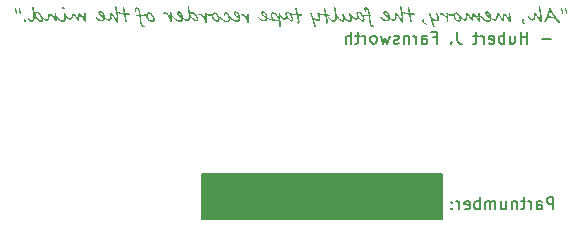
<source format=gbo>
G04 #@! TF.GenerationSoftware,KiCad,Pcbnew,7.0.1*
G04 #@! TF.CreationDate,2023-03-31T23:10:03+02:00*
G04 #@! TF.ProjectId,PMOD SPI Memory,504d4f44-2053-4504-9920-4d656d6f7279,V1.0*
G04 #@! TF.SameCoordinates,Original*
G04 #@! TF.FileFunction,Legend,Bot*
G04 #@! TF.FilePolarity,Positive*
%FSLAX46Y46*%
G04 Gerber Fmt 4.6, Leading zero omitted, Abs format (unit mm)*
G04 Created by KiCad (PCBNEW 7.0.1) date 2023-03-31 23:10:03*
%MOMM*%
%LPD*%
G01*
G04 APERTURE LIST*
%ADD10C,0.150000*%
%ADD11O,2.400000X1.600000*%
%ADD12R,2.400000X1.600000*%
%ADD13R,1.700000X1.700000*%
%ADD14O,1.700000X1.700000*%
G04 APERTURE END LIST*
D10*
X144541904Y-101631666D02*
X143780000Y-101631666D01*
X142541904Y-102012619D02*
X142541904Y-101012619D01*
X142541904Y-101488809D02*
X141970476Y-101488809D01*
X141970476Y-102012619D02*
X141970476Y-101012619D01*
X141065714Y-101345952D02*
X141065714Y-102012619D01*
X141494285Y-101345952D02*
X141494285Y-101869761D01*
X141494285Y-101869761D02*
X141446666Y-101965000D01*
X141446666Y-101965000D02*
X141351428Y-102012619D01*
X141351428Y-102012619D02*
X141208571Y-102012619D01*
X141208571Y-102012619D02*
X141113333Y-101965000D01*
X141113333Y-101965000D02*
X141065714Y-101917380D01*
X140589523Y-102012619D02*
X140589523Y-101012619D01*
X140589523Y-101393571D02*
X140494285Y-101345952D01*
X140494285Y-101345952D02*
X140303809Y-101345952D01*
X140303809Y-101345952D02*
X140208571Y-101393571D01*
X140208571Y-101393571D02*
X140160952Y-101441190D01*
X140160952Y-101441190D02*
X140113333Y-101536428D01*
X140113333Y-101536428D02*
X140113333Y-101822142D01*
X140113333Y-101822142D02*
X140160952Y-101917380D01*
X140160952Y-101917380D02*
X140208571Y-101965000D01*
X140208571Y-101965000D02*
X140303809Y-102012619D01*
X140303809Y-102012619D02*
X140494285Y-102012619D01*
X140494285Y-102012619D02*
X140589523Y-101965000D01*
X139303809Y-101965000D02*
X139399047Y-102012619D01*
X139399047Y-102012619D02*
X139589523Y-102012619D01*
X139589523Y-102012619D02*
X139684761Y-101965000D01*
X139684761Y-101965000D02*
X139732380Y-101869761D01*
X139732380Y-101869761D02*
X139732380Y-101488809D01*
X139732380Y-101488809D02*
X139684761Y-101393571D01*
X139684761Y-101393571D02*
X139589523Y-101345952D01*
X139589523Y-101345952D02*
X139399047Y-101345952D01*
X139399047Y-101345952D02*
X139303809Y-101393571D01*
X139303809Y-101393571D02*
X139256190Y-101488809D01*
X139256190Y-101488809D02*
X139256190Y-101584047D01*
X139256190Y-101584047D02*
X139732380Y-101679285D01*
X138827618Y-102012619D02*
X138827618Y-101345952D01*
X138827618Y-101536428D02*
X138779999Y-101441190D01*
X138779999Y-101441190D02*
X138732380Y-101393571D01*
X138732380Y-101393571D02*
X138637142Y-101345952D01*
X138637142Y-101345952D02*
X138541904Y-101345952D01*
X138351427Y-101345952D02*
X137970475Y-101345952D01*
X138208570Y-101012619D02*
X138208570Y-101869761D01*
X138208570Y-101869761D02*
X138160951Y-101965000D01*
X138160951Y-101965000D02*
X138065713Y-102012619D01*
X138065713Y-102012619D02*
X137970475Y-102012619D01*
X136589522Y-101012619D02*
X136589522Y-101726904D01*
X136589522Y-101726904D02*
X136637141Y-101869761D01*
X136637141Y-101869761D02*
X136732379Y-101965000D01*
X136732379Y-101965000D02*
X136875236Y-102012619D01*
X136875236Y-102012619D02*
X136970474Y-102012619D01*
X136113331Y-101917380D02*
X136065712Y-101965000D01*
X136065712Y-101965000D02*
X136113331Y-102012619D01*
X136113331Y-102012619D02*
X136160950Y-101965000D01*
X136160950Y-101965000D02*
X136113331Y-101917380D01*
X136113331Y-101917380D02*
X136113331Y-102012619D01*
X134541903Y-101488809D02*
X134875236Y-101488809D01*
X134875236Y-102012619D02*
X134875236Y-101012619D01*
X134875236Y-101012619D02*
X134399046Y-101012619D01*
X133589522Y-102012619D02*
X133589522Y-101488809D01*
X133589522Y-101488809D02*
X133637141Y-101393571D01*
X133637141Y-101393571D02*
X133732379Y-101345952D01*
X133732379Y-101345952D02*
X133922855Y-101345952D01*
X133922855Y-101345952D02*
X134018093Y-101393571D01*
X133589522Y-101965000D02*
X133684760Y-102012619D01*
X133684760Y-102012619D02*
X133922855Y-102012619D01*
X133922855Y-102012619D02*
X134018093Y-101965000D01*
X134018093Y-101965000D02*
X134065712Y-101869761D01*
X134065712Y-101869761D02*
X134065712Y-101774523D01*
X134065712Y-101774523D02*
X134018093Y-101679285D01*
X134018093Y-101679285D02*
X133922855Y-101631666D01*
X133922855Y-101631666D02*
X133684760Y-101631666D01*
X133684760Y-101631666D02*
X133589522Y-101584047D01*
X133113331Y-102012619D02*
X133113331Y-101345952D01*
X133113331Y-101536428D02*
X133065712Y-101441190D01*
X133065712Y-101441190D02*
X133018093Y-101393571D01*
X133018093Y-101393571D02*
X132922855Y-101345952D01*
X132922855Y-101345952D02*
X132827617Y-101345952D01*
X132494283Y-101345952D02*
X132494283Y-102012619D01*
X132494283Y-101441190D02*
X132446664Y-101393571D01*
X132446664Y-101393571D02*
X132351426Y-101345952D01*
X132351426Y-101345952D02*
X132208569Y-101345952D01*
X132208569Y-101345952D02*
X132113331Y-101393571D01*
X132113331Y-101393571D02*
X132065712Y-101488809D01*
X132065712Y-101488809D02*
X132065712Y-102012619D01*
X131637140Y-101965000D02*
X131541902Y-102012619D01*
X131541902Y-102012619D02*
X131351426Y-102012619D01*
X131351426Y-102012619D02*
X131256188Y-101965000D01*
X131256188Y-101965000D02*
X131208569Y-101869761D01*
X131208569Y-101869761D02*
X131208569Y-101822142D01*
X131208569Y-101822142D02*
X131256188Y-101726904D01*
X131256188Y-101726904D02*
X131351426Y-101679285D01*
X131351426Y-101679285D02*
X131494283Y-101679285D01*
X131494283Y-101679285D02*
X131589521Y-101631666D01*
X131589521Y-101631666D02*
X131637140Y-101536428D01*
X131637140Y-101536428D02*
X131637140Y-101488809D01*
X131637140Y-101488809D02*
X131589521Y-101393571D01*
X131589521Y-101393571D02*
X131494283Y-101345952D01*
X131494283Y-101345952D02*
X131351426Y-101345952D01*
X131351426Y-101345952D02*
X131256188Y-101393571D01*
X130875235Y-101345952D02*
X130684759Y-102012619D01*
X130684759Y-102012619D02*
X130494283Y-101536428D01*
X130494283Y-101536428D02*
X130303807Y-102012619D01*
X130303807Y-102012619D02*
X130113331Y-101345952D01*
X129589521Y-102012619D02*
X129684759Y-101965000D01*
X129684759Y-101965000D02*
X129732378Y-101917380D01*
X129732378Y-101917380D02*
X129779997Y-101822142D01*
X129779997Y-101822142D02*
X129779997Y-101536428D01*
X129779997Y-101536428D02*
X129732378Y-101441190D01*
X129732378Y-101441190D02*
X129684759Y-101393571D01*
X129684759Y-101393571D02*
X129589521Y-101345952D01*
X129589521Y-101345952D02*
X129446664Y-101345952D01*
X129446664Y-101345952D02*
X129351426Y-101393571D01*
X129351426Y-101393571D02*
X129303807Y-101441190D01*
X129303807Y-101441190D02*
X129256188Y-101536428D01*
X129256188Y-101536428D02*
X129256188Y-101822142D01*
X129256188Y-101822142D02*
X129303807Y-101917380D01*
X129303807Y-101917380D02*
X129351426Y-101965000D01*
X129351426Y-101965000D02*
X129446664Y-102012619D01*
X129446664Y-102012619D02*
X129589521Y-102012619D01*
X128827616Y-102012619D02*
X128827616Y-101345952D01*
X128827616Y-101536428D02*
X128779997Y-101441190D01*
X128779997Y-101441190D02*
X128732378Y-101393571D01*
X128732378Y-101393571D02*
X128637140Y-101345952D01*
X128637140Y-101345952D02*
X128541902Y-101345952D01*
X128351425Y-101345952D02*
X127970473Y-101345952D01*
X128208568Y-101012619D02*
X128208568Y-101869761D01*
X128208568Y-101869761D02*
X128160949Y-101965000D01*
X128160949Y-101965000D02*
X128065711Y-102012619D01*
X128065711Y-102012619D02*
X127970473Y-102012619D01*
X127637139Y-102012619D02*
X127637139Y-101012619D01*
X127208568Y-102012619D02*
X127208568Y-101488809D01*
X127208568Y-101488809D02*
X127256187Y-101393571D01*
X127256187Y-101393571D02*
X127351425Y-101345952D01*
X127351425Y-101345952D02*
X127494282Y-101345952D01*
X127494282Y-101345952D02*
X127589520Y-101393571D01*
X127589520Y-101393571D02*
X127637139Y-101441190D01*
G36*
X145382131Y-99010962D02*
G01*
X145383413Y-99024755D01*
X145385517Y-99037711D01*
X145387921Y-99050477D01*
X145390967Y-99065376D01*
X145393672Y-99077952D01*
X145396737Y-99091727D01*
X145400163Y-99106703D01*
X145402647Y-99117354D01*
X145405900Y-99130825D01*
X145408881Y-99143394D01*
X145411590Y-99155062D01*
X145414482Y-99167874D01*
X145416983Y-99179387D01*
X145418767Y-99187989D01*
X145421185Y-99199914D01*
X145423590Y-99211678D01*
X145425802Y-99222281D01*
X145428288Y-99236649D01*
X145430616Y-99250445D01*
X145432787Y-99263668D01*
X145434800Y-99276319D01*
X145436657Y-99288398D01*
X145438676Y-99302137D01*
X145438991Y-99304346D01*
X145440880Y-99317508D01*
X145442810Y-99330834D01*
X145444782Y-99344326D01*
X145446794Y-99357982D01*
X145448848Y-99371803D01*
X145449542Y-99376447D01*
X145451483Y-99389663D01*
X145453567Y-99402715D01*
X145455797Y-99415602D01*
X145458170Y-99428324D01*
X145460688Y-99440881D01*
X145461559Y-99445030D01*
X145464300Y-99457175D01*
X145467247Y-99468990D01*
X145470400Y-99480476D01*
X145474339Y-99493459D01*
X145478558Y-99505993D01*
X145484056Y-99516692D01*
X145492577Y-99525120D01*
X145496730Y-99527975D01*
X145507473Y-99533155D01*
X145519041Y-99535943D01*
X145527211Y-99536475D01*
X145539107Y-99535314D01*
X145550295Y-99531467D01*
X145553883Y-99529441D01*
X145563551Y-99521880D01*
X145571674Y-99512387D01*
X145572640Y-99510976D01*
X145578266Y-99500044D01*
X145582084Y-99488688D01*
X145583192Y-99484011D01*
X145585156Y-99472292D01*
X145586214Y-99459996D01*
X145586416Y-99451478D01*
X145585967Y-99437900D01*
X145584621Y-99422664D01*
X145583022Y-99410149D01*
X145580918Y-99396701D01*
X145578309Y-99382321D01*
X145575196Y-99367008D01*
X145571577Y-99350763D01*
X145567454Y-99333586D01*
X145564425Y-99321616D01*
X145561171Y-99309232D01*
X145557693Y-99296433D01*
X145554064Y-99283776D01*
X145550649Y-99271818D01*
X145545932Y-99255190D01*
X145541699Y-99240133D01*
X145537950Y-99226648D01*
X145534685Y-99214734D01*
X145531086Y-99201293D01*
X145527797Y-99188420D01*
X145525453Y-99177731D01*
X145523621Y-99165018D01*
X145521657Y-99152031D01*
X145519707Y-99139515D01*
X145517508Y-99125721D01*
X145515488Y-99113251D01*
X145513473Y-99100819D01*
X145511458Y-99088802D01*
X145509443Y-99077200D01*
X145507025Y-99063825D01*
X145504607Y-99051048D01*
X145502592Y-99040857D01*
X145500043Y-99029148D01*
X145497018Y-99016452D01*
X145493936Y-99004793D01*
X145490346Y-98992740D01*
X145488523Y-98987221D01*
X145483622Y-98976265D01*
X145475794Y-98966347D01*
X145465694Y-98959515D01*
X145453322Y-98955768D01*
X145443094Y-98954981D01*
X145431175Y-98956349D01*
X145419488Y-98960453D01*
X145409294Y-98966397D01*
X145401768Y-98972274D01*
X145393177Y-98980847D01*
X145386446Y-98991367D01*
X145382821Y-99002815D01*
X145382131Y-99010962D01*
G37*
G36*
X145721824Y-99020341D02*
G01*
X145722240Y-99032594D01*
X145722703Y-99038806D01*
X145723878Y-99050995D01*
X145725048Y-99061374D01*
X145726697Y-99073429D01*
X145728235Y-99085611D01*
X145728565Y-99088338D01*
X145730046Y-99100535D01*
X145731928Y-99112309D01*
X145733255Y-99119406D01*
X145735109Y-99131097D01*
X145736961Y-99143175D01*
X145737651Y-99147836D01*
X145739185Y-99159897D01*
X145739996Y-99166007D01*
X145742011Y-99178830D01*
X145744628Y-99190274D01*
X145748193Y-99203285D01*
X145751888Y-99215323D01*
X145756242Y-99228449D01*
X145758167Y-99234004D01*
X145762685Y-99247481D01*
X145766531Y-99259885D01*
X145769704Y-99271215D01*
X145772623Y-99283394D01*
X145774805Y-99295650D01*
X145775460Y-99301709D01*
X145776460Y-99313970D01*
X145777446Y-99325660D01*
X145778610Y-99338931D01*
X145779754Y-99351378D01*
X145781063Y-99364858D01*
X145781615Y-99370292D01*
X145782869Y-99382069D01*
X145784234Y-99394223D01*
X145785681Y-99406232D01*
X145786890Y-99415428D01*
X145788376Y-99427247D01*
X145790417Y-99438928D01*
X145792752Y-99449427D01*
X145795781Y-99460877D01*
X145799225Y-99472259D01*
X145802717Y-99482546D01*
X145808265Y-99493255D01*
X145816048Y-99502281D01*
X145821768Y-99507166D01*
X145832388Y-99513595D01*
X145844544Y-99517212D01*
X145851370Y-99517717D01*
X145863536Y-99516427D01*
X145875516Y-99511792D01*
X145885445Y-99503787D01*
X145892449Y-99494018D01*
X145894162Y-99490752D01*
X145899301Y-99479060D01*
X145903178Y-99466806D01*
X145905792Y-99453991D01*
X145907145Y-99440616D01*
X145907351Y-99432720D01*
X145906721Y-99420648D01*
X145905078Y-99408558D01*
X145902760Y-99396839D01*
X145900903Y-99389050D01*
X145897477Y-99376117D01*
X145894390Y-99364741D01*
X145891218Y-99353309D01*
X145887962Y-99341820D01*
X145886541Y-99336879D01*
X145883859Y-99324985D01*
X145881453Y-99312674D01*
X145879507Y-99301122D01*
X145877647Y-99289015D01*
X145875729Y-99276507D01*
X145873954Y-99264907D01*
X145873352Y-99260969D01*
X145871563Y-99248415D01*
X145869530Y-99234786D01*
X145867620Y-99222724D01*
X145865549Y-99210630D01*
X145863387Y-99199420D01*
X145860801Y-99186926D01*
X145858318Y-99174834D01*
X145855937Y-99163144D01*
X145852924Y-99148183D01*
X145850094Y-99133936D01*
X145847447Y-99120403D01*
X145844983Y-99107585D01*
X145842702Y-99095481D01*
X145841112Y-99086872D01*
X145838669Y-99073311D01*
X145836470Y-99060838D01*
X145834151Y-99047305D01*
X145832183Y-99035339D01*
X145830330Y-99023358D01*
X145829682Y-99018875D01*
X145827923Y-99006785D01*
X145824406Y-98995135D01*
X145819277Y-98984290D01*
X145813269Y-98974618D01*
X145805036Y-98965602D01*
X145797735Y-98960257D01*
X145786678Y-98955991D01*
X145776925Y-98954981D01*
X145764881Y-98957128D01*
X145754433Y-98962731D01*
X145745457Y-98970631D01*
X145739996Y-98976963D01*
X145732046Y-98987368D01*
X145726367Y-98998066D01*
X145722694Y-99010451D01*
X145721824Y-99020341D01*
G37*
G36*
X144451143Y-98957022D02*
G01*
X144461525Y-98963142D01*
X144472747Y-98973343D01*
X144480695Y-98982411D01*
X144489016Y-98993292D01*
X144497710Y-99005986D01*
X144506778Y-99020494D01*
X144516218Y-99036816D01*
X144526032Y-99054951D01*
X144536220Y-99074899D01*
X144541453Y-99085554D01*
X144546780Y-99096661D01*
X144552200Y-99108222D01*
X144557714Y-99120237D01*
X144563321Y-99132705D01*
X144569021Y-99145626D01*
X144574814Y-99159000D01*
X144580701Y-99172828D01*
X144586681Y-99187110D01*
X144591857Y-99199095D01*
X144597121Y-99210116D01*
X144603384Y-99222410D01*
X144610645Y-99235977D01*
X144616746Y-99246987D01*
X144623408Y-99258714D01*
X144630632Y-99271157D01*
X144638418Y-99284316D01*
X144646765Y-99298191D01*
X144648821Y-99301485D01*
X144656778Y-99314218D01*
X144664305Y-99326247D01*
X144671401Y-99337570D01*
X144678066Y-99348187D01*
X144685793Y-99360468D01*
X144692847Y-99371646D01*
X144699228Y-99381722D01*
X144703863Y-99388922D01*
X144711003Y-99399845D01*
X144717653Y-99409718D01*
X144725020Y-99419824D01*
X144730135Y-99426451D01*
X144737482Y-99435962D01*
X144745559Y-99446406D01*
X144753102Y-99456149D01*
X144761070Y-99466426D01*
X144762954Y-99468855D01*
X144770890Y-99479164D01*
X144778676Y-99489423D01*
X144785983Y-99499252D01*
X144792680Y-99508534D01*
X144800277Y-99518647D01*
X144807965Y-99528561D01*
X144813733Y-99535966D01*
X144821520Y-99546147D01*
X144828793Y-99555819D01*
X144836395Y-99566077D01*
X144842086Y-99573626D01*
X144849258Y-99583243D01*
X144856756Y-99593450D01*
X144863652Y-99603006D01*
X144869166Y-99610902D01*
X144876090Y-99620741D01*
X144883289Y-99630850D01*
X144886823Y-99635535D01*
X144894767Y-99646146D01*
X144902290Y-99656308D01*
X144909393Y-99666021D01*
X144916995Y-99676572D01*
X144921411Y-99682876D01*
X144928180Y-99692516D01*
X144935357Y-99702705D01*
X144942787Y-99713209D01*
X144948447Y-99721873D01*
X144955735Y-99732716D01*
X144963030Y-99743327D01*
X144970045Y-99753362D01*
X144972116Y-99756364D01*
X144979671Y-99767412D01*
X144986527Y-99777551D01*
X144993733Y-99788308D01*
X145001289Y-99799684D01*
X145007853Y-99809636D01*
X145013389Y-99817572D01*
X145021568Y-99829288D01*
X145029597Y-99840777D01*
X145037477Y-99852039D01*
X145045208Y-99863075D01*
X145052789Y-99873884D01*
X145060220Y-99884466D01*
X145067503Y-99894821D01*
X145074636Y-99904950D01*
X145081619Y-99914852D01*
X145088453Y-99924528D01*
X145097374Y-99937186D01*
X145106259Y-99949660D01*
X145115106Y-99961952D01*
X145123918Y-99974060D01*
X145132692Y-99985985D01*
X145141430Y-99997727D01*
X145150131Y-100009286D01*
X145158795Y-100020662D01*
X145159892Y-100022195D01*
X145167146Y-100031936D01*
X145175554Y-100042604D01*
X145183443Y-100052202D01*
X145192132Y-100062445D01*
X145201623Y-100073331D01*
X145209793Y-100082504D01*
X145216219Y-100089531D01*
X145225932Y-100099741D01*
X145234400Y-100108078D01*
X145244163Y-100116599D01*
X145255222Y-100122658D01*
X145267955Y-100125278D01*
X145279481Y-100128011D01*
X145291178Y-100131272D01*
X145303583Y-100135554D01*
X145308649Y-100137875D01*
X145317802Y-100145919D01*
X145321168Y-100157829D01*
X145320159Y-100166916D01*
X145315357Y-100179398D01*
X145308092Y-100189874D01*
X145299819Y-100198446D01*
X145289528Y-100206876D01*
X145279842Y-100213516D01*
X145277571Y-100214832D01*
X145265674Y-100220787D01*
X145252876Y-100225697D01*
X145239176Y-100229563D01*
X145227567Y-100231903D01*
X145215380Y-100233574D01*
X145202617Y-100234577D01*
X145189277Y-100234912D01*
X145183918Y-100234741D01*
X145170429Y-100232822D01*
X145156812Y-100228770D01*
X145145826Y-100223994D01*
X145134757Y-100217853D01*
X145123606Y-100210347D01*
X145112372Y-100201476D01*
X145101056Y-100191241D01*
X145095227Y-100185660D01*
X145086190Y-100176553D01*
X145076803Y-100166566D01*
X145067066Y-100155698D01*
X145056978Y-100143949D01*
X145046540Y-100131319D01*
X145035752Y-100117808D01*
X145028365Y-100108311D01*
X145020823Y-100098423D01*
X145013124Y-100088143D01*
X145005270Y-100077471D01*
X144997261Y-100066408D01*
X144989095Y-100054953D01*
X144984909Y-100049137D01*
X144976808Y-100037887D01*
X144969068Y-100027148D01*
X144961691Y-100016920D01*
X144951303Y-100002535D01*
X144941729Y-99989298D01*
X144932968Y-99977211D01*
X144925022Y-99966272D01*
X144915694Y-99953475D01*
X144907812Y-99942720D01*
X144899996Y-99932148D01*
X144894386Y-99925627D01*
X144885816Y-99917219D01*
X144875584Y-99909493D01*
X144865099Y-99904011D01*
X144852808Y-99900494D01*
X144839339Y-99898246D01*
X144826045Y-99896043D01*
X144812925Y-99893886D01*
X144799978Y-99891775D01*
X144787206Y-99889709D01*
X144774607Y-99887690D01*
X144762183Y-99885716D01*
X144749933Y-99883788D01*
X144746896Y-99883293D01*
X144734829Y-99881301D01*
X144722890Y-99879290D01*
X144711079Y-99877262D01*
X144699397Y-99875215D01*
X144684974Y-99872630D01*
X144670752Y-99870017D01*
X144656730Y-99867375D01*
X144651171Y-99866310D01*
X144637365Y-99863628D01*
X144623688Y-99860918D01*
X144610140Y-99858179D01*
X144596720Y-99855411D01*
X144583430Y-99852614D01*
X144570268Y-99849789D01*
X144564997Y-99848645D01*
X144551859Y-99845702D01*
X144538779Y-99842645D01*
X144525756Y-99839474D01*
X144512790Y-99836188D01*
X144499881Y-99832788D01*
X144487030Y-99829273D01*
X144483861Y-99828444D01*
X144472481Y-99825182D01*
X144460652Y-99821360D01*
X144455366Y-99819522D01*
X144443842Y-99815753D01*
X144432222Y-99812274D01*
X144429495Y-99811512D01*
X144417313Y-99808162D01*
X144405257Y-99804946D01*
X144396602Y-99802803D01*
X144384741Y-99801429D01*
X144381959Y-99801427D01*
X144369521Y-99801347D01*
X144357190Y-99801136D01*
X144356385Y-99801115D01*
X144344514Y-99800184D01*
X144332278Y-99797912D01*
X144320627Y-99794175D01*
X144309710Y-99788826D01*
X144306306Y-99786774D01*
X144296625Y-99779658D01*
X144287435Y-99771241D01*
X144285288Y-99775837D01*
X144280315Y-99787550D01*
X144275477Y-99799876D01*
X144271154Y-99811416D01*
X144266428Y-99824450D01*
X144261299Y-99838976D01*
X144257188Y-99850850D01*
X144252850Y-99863565D01*
X144250683Y-99869864D01*
X144246533Y-99881349D01*
X144242005Y-99892874D01*
X144237463Y-99903543D01*
X144232627Y-99914856D01*
X144228780Y-99923519D01*
X144223834Y-99934493D01*
X144219566Y-99943736D01*
X144215041Y-99955302D01*
X144213027Y-99960223D01*
X144207682Y-99972946D01*
X144201893Y-99986269D01*
X144196943Y-99997361D01*
X144191708Y-100008837D01*
X144186190Y-100020698D01*
X144180388Y-100032944D01*
X144174301Y-100045575D01*
X144167917Y-100058255D01*
X144161369Y-100070799D01*
X144154655Y-100083205D01*
X144147777Y-100095473D01*
X144140733Y-100107605D01*
X144133525Y-100119598D01*
X144126152Y-100131455D01*
X144118614Y-100143174D01*
X144112751Y-100151479D01*
X144105158Y-100161719D01*
X144096923Y-100172100D01*
X144089012Y-100181276D01*
X144081284Y-100189220D01*
X144072342Y-100197671D01*
X144063220Y-100205309D01*
X144062646Y-100205706D01*
X144051236Y-100210523D01*
X144039479Y-100211757D01*
X144031186Y-100211396D01*
X144017664Y-100209021D01*
X144005404Y-100204431D01*
X143994406Y-100197625D01*
X143984671Y-100188603D01*
X143978592Y-100181054D01*
X143971812Y-100169740D01*
X143967051Y-100157556D01*
X143964310Y-100144503D01*
X143963569Y-100132623D01*
X143964393Y-100124215D01*
X143967742Y-100111901D01*
X143972275Y-100100608D01*
X143978458Y-100088033D01*
X143984177Y-100077760D01*
X143990823Y-100066765D01*
X143998396Y-100055050D01*
X144006897Y-100042613D01*
X144016325Y-100029454D01*
X144025982Y-100016457D01*
X144034841Y-100004392D01*
X144042902Y-99993259D01*
X144050163Y-99983059D01*
X144058603Y-99970909D01*
X144065624Y-99960418D01*
X144072403Y-99949634D01*
X144078167Y-99938889D01*
X144080928Y-99932594D01*
X144086304Y-99920256D01*
X144091488Y-99908258D01*
X144096480Y-99896598D01*
X144101279Y-99885278D01*
X144105886Y-99874296D01*
X144111375Y-99861045D01*
X144116562Y-99848324D01*
X144121408Y-99835998D01*
X144126053Y-99824115D01*
X144130498Y-99812676D01*
X144134743Y-99801681D01*
X144139572Y-99789073D01*
X144144113Y-99777103D01*
X144146315Y-99771113D01*
X144151076Y-99758143D01*
X144155405Y-99746328D01*
X144160063Y-99733597D01*
X144165051Y-99719950D01*
X144169278Y-99708373D01*
X144173715Y-99696210D01*
X144176008Y-99689901D01*
X144180725Y-99676804D01*
X144185616Y-99663065D01*
X144189736Y-99651367D01*
X144328467Y-99651367D01*
X144338066Y-99654316D01*
X144350477Y-99658054D01*
X144363345Y-99661849D01*
X144376672Y-99665702D01*
X144390456Y-99669612D01*
X144401814Y-99672781D01*
X144413464Y-99675986D01*
X144425201Y-99679132D01*
X144436966Y-99682269D01*
X144448759Y-99685397D01*
X144460578Y-99688516D01*
X144472426Y-99691625D01*
X144484300Y-99694726D01*
X144496203Y-99697817D01*
X144508132Y-99700899D01*
X144509464Y-99701209D01*
X144520904Y-99703899D01*
X144532473Y-99706669D01*
X144544769Y-99709692D01*
X144549489Y-99710791D01*
X144561358Y-99713648D01*
X144573492Y-99716726D01*
X144577642Y-99717733D01*
X144589567Y-99720554D01*
X144601042Y-99723174D01*
X144611539Y-99725598D01*
X144623283Y-99728438D01*
X144635041Y-99731381D01*
X144641324Y-99732626D01*
X144653331Y-99734963D01*
X144665229Y-99737242D01*
X144667544Y-99737644D01*
X144679325Y-99739619D01*
X144691450Y-99741537D01*
X144703918Y-99743397D01*
X144706443Y-99743760D01*
X144719003Y-99745472D01*
X144731447Y-99747012D01*
X144743778Y-99748380D01*
X144750785Y-99749077D01*
X144763314Y-99750039D01*
X144775432Y-99750431D01*
X144780183Y-99750088D01*
X144791845Y-99746914D01*
X144787013Y-99738300D01*
X144779784Y-99725499D01*
X144772574Y-99712842D01*
X144765385Y-99700330D01*
X144758217Y-99687962D01*
X144751070Y-99675738D01*
X144743943Y-99663658D01*
X144736836Y-99651723D01*
X144729751Y-99639931D01*
X144722686Y-99628284D01*
X144715641Y-99616782D01*
X144710948Y-99609173D01*
X144703896Y-99597802D01*
X144696828Y-99586483D01*
X144689745Y-99575216D01*
X144682647Y-99564000D01*
X144675533Y-99552836D01*
X144668403Y-99541723D01*
X144661258Y-99530662D01*
X144654098Y-99519652D01*
X144646922Y-99508693D01*
X144639730Y-99497787D01*
X144634921Y-99490499D01*
X144627668Y-99479582D01*
X144620368Y-99468679D01*
X144613022Y-99457792D01*
X144605630Y-99446920D01*
X144598191Y-99436064D01*
X144590706Y-99425224D01*
X144583175Y-99414398D01*
X144575597Y-99403589D01*
X144567973Y-99392794D01*
X144560303Y-99382016D01*
X144555118Y-99374779D01*
X144547267Y-99363850D01*
X144539328Y-99352835D01*
X144531302Y-99341731D01*
X144523189Y-99330540D01*
X144514988Y-99319262D01*
X144506699Y-99307895D01*
X144498323Y-99296442D01*
X144489859Y-99284900D01*
X144481307Y-99273271D01*
X144472668Y-99261555D01*
X144471495Y-99263929D01*
X144465614Y-99276115D01*
X144459703Y-99288830D01*
X144453764Y-99302075D01*
X144448992Y-99313052D01*
X144444202Y-99324368D01*
X144439393Y-99336023D01*
X144434566Y-99348017D01*
X144429676Y-99360240D01*
X144424821Y-99372582D01*
X144420004Y-99385043D01*
X144415222Y-99397623D01*
X144410478Y-99410322D01*
X144405770Y-99423140D01*
X144401099Y-99436077D01*
X144396465Y-99449133D01*
X144391867Y-99462181D01*
X144387305Y-99475237D01*
X144382781Y-99488302D01*
X144378293Y-99501377D01*
X144373842Y-99514461D01*
X144369427Y-99527554D01*
X144365049Y-99540656D01*
X144360707Y-99553767D01*
X144356421Y-99566704D01*
X144352208Y-99579431D01*
X144348068Y-99591947D01*
X144344001Y-99604252D01*
X144340008Y-99616347D01*
X144336088Y-99628231D01*
X144332241Y-99639904D01*
X144328467Y-99651367D01*
X144189736Y-99651367D01*
X144190681Y-99648685D01*
X144194594Y-99637480D01*
X144198605Y-99625913D01*
X144202714Y-99613987D01*
X144206920Y-99601699D01*
X144211225Y-99589051D01*
X144215627Y-99576042D01*
X144218620Y-99567186D01*
X144223066Y-99554079D01*
X144227461Y-99541183D01*
X144231804Y-99528497D01*
X144236096Y-99516024D01*
X144240336Y-99503761D01*
X144244524Y-99491710D01*
X144248661Y-99479869D01*
X144252747Y-99468241D01*
X144256781Y-99456823D01*
X144260763Y-99445616D01*
X144265938Y-99430962D01*
X144271058Y-99416600D01*
X144276123Y-99402532D01*
X144281133Y-99388757D01*
X144286088Y-99375274D01*
X144290988Y-99362085D01*
X144295834Y-99349189D01*
X144300624Y-99336586D01*
X144305257Y-99324290D01*
X144309925Y-99312095D01*
X144314627Y-99300000D01*
X144319363Y-99288006D01*
X144324134Y-99276113D01*
X144328939Y-99264321D01*
X144333779Y-99252629D01*
X144338652Y-99241039D01*
X144343560Y-99229548D01*
X144348503Y-99218159D01*
X144353480Y-99206871D01*
X144358491Y-99195683D01*
X144363536Y-99184596D01*
X144368616Y-99173609D01*
X144373731Y-99162724D01*
X144378879Y-99151939D01*
X144378261Y-99141765D01*
X144377565Y-99129034D01*
X144376957Y-99115850D01*
X144376534Y-99103872D01*
X144376095Y-99094072D01*
X144375490Y-99082092D01*
X144374776Y-99070166D01*
X144374275Y-99065248D01*
X144373897Y-99053167D01*
X144373897Y-99040818D01*
X144373897Y-99028547D01*
X144374061Y-99018692D01*
X144374827Y-99006457D01*
X144376534Y-98993963D01*
X144376686Y-98993071D01*
X144380198Y-98981066D01*
X144386499Y-98971101D01*
X144395939Y-98963248D01*
X144407016Y-98958792D01*
X144417053Y-98956622D01*
X144429030Y-98955353D01*
X144441601Y-98954981D01*
X144451143Y-98957022D01*
G37*
G36*
X142603038Y-99652246D02*
G01*
X142603658Y-99664601D01*
X142604797Y-99676866D01*
X142605977Y-99688760D01*
X142607504Y-99701071D01*
X142609193Y-99712623D01*
X142611243Y-99725109D01*
X142613362Y-99737181D01*
X142615348Y-99747794D01*
X142618016Y-99759674D01*
X142622089Y-99770948D01*
X142628052Y-99781678D01*
X142634179Y-99792325D01*
X142640471Y-99802890D01*
X142646929Y-99813373D01*
X142653551Y-99823773D01*
X142660338Y-99834091D01*
X142667289Y-99844326D01*
X142674406Y-99854479D01*
X142681687Y-99864549D01*
X142689134Y-99874537D01*
X142694190Y-99881150D01*
X142701885Y-99890929D01*
X142709694Y-99900481D01*
X142717616Y-99909806D01*
X142725651Y-99918904D01*
X142733800Y-99927776D01*
X142742062Y-99936421D01*
X142750437Y-99944839D01*
X142758926Y-99953031D01*
X142770421Y-99963601D01*
X142782117Y-99973767D01*
X142793896Y-99983485D01*
X142805784Y-99992708D01*
X142817783Y-100001437D01*
X142829891Y-100009671D01*
X142842109Y-100017410D01*
X142854437Y-100024655D01*
X142866875Y-100031405D01*
X142879423Y-100037661D01*
X142891953Y-100043294D01*
X142904483Y-100048176D01*
X142917012Y-100052306D01*
X142929542Y-100055686D01*
X142942072Y-100058315D01*
X142954601Y-100060192D01*
X142967131Y-100061319D01*
X142979661Y-100061695D01*
X142991600Y-100061502D01*
X143005892Y-100060721D01*
X143019483Y-100059338D01*
X143032373Y-100057355D01*
X143044562Y-100054770D01*
X143056050Y-100051585D01*
X143062606Y-100049385D01*
X143074974Y-100044370D01*
X143086580Y-100038778D01*
X143097423Y-100032610D01*
X143107504Y-100025864D01*
X143116822Y-100018541D01*
X143119758Y-100015972D01*
X143129440Y-100006616D01*
X143138223Y-99996754D01*
X143146109Y-99986388D01*
X143153098Y-99975517D01*
X143156688Y-99969078D01*
X143162320Y-99957481D01*
X143167419Y-99945772D01*
X143171985Y-99933951D01*
X143176018Y-99922018D01*
X143178084Y-99915149D01*
X143181249Y-99903166D01*
X143184078Y-99891323D01*
X143186571Y-99879620D01*
X143188726Y-99868057D01*
X143189807Y-99861513D01*
X143191822Y-99848672D01*
X143193764Y-99836527D01*
X143195861Y-99823696D01*
X143197428Y-99814325D01*
X143198856Y-99802414D01*
X143199587Y-99790264D01*
X143199772Y-99779448D01*
X143199628Y-99766320D01*
X143199195Y-99752657D01*
X143198614Y-99740862D01*
X143197833Y-99728695D01*
X143196851Y-99716155D01*
X143195669Y-99703244D01*
X143194487Y-99690191D01*
X143193505Y-99677409D01*
X143192724Y-99664900D01*
X143192143Y-99652663D01*
X143191762Y-99640697D01*
X143191570Y-99626697D01*
X143191566Y-99624402D01*
X143191804Y-99611964D01*
X143192641Y-99599066D01*
X143194081Y-99587327D01*
X143195376Y-99580145D01*
X143198556Y-99568565D01*
X143204279Y-99558273D01*
X143208858Y-99553767D01*
X143217816Y-99562322D01*
X143226517Y-99571279D01*
X143234962Y-99580640D01*
X143243150Y-99590404D01*
X143251338Y-99600552D01*
X143258713Y-99609732D01*
X143266285Y-99619193D01*
X143274052Y-99628934D01*
X143277442Y-99633195D01*
X143285404Y-99643265D01*
X143293646Y-99653727D01*
X143300935Y-99663008D01*
X143308429Y-99672577D01*
X143316130Y-99682434D01*
X143324029Y-99692549D01*
X143332341Y-99702891D01*
X143341065Y-99713460D01*
X143348650Y-99722440D01*
X143356521Y-99731577D01*
X143363024Y-99739001D01*
X143370387Y-99749103D01*
X143376598Y-99759059D01*
X143383248Y-99770362D01*
X143389811Y-99781808D01*
X143395884Y-99792490D01*
X143402368Y-99803975D01*
X143409265Y-99816265D01*
X143415327Y-99827120D01*
X143417832Y-99831618D01*
X143424252Y-99843062D01*
X143430873Y-99854865D01*
X143437693Y-99867025D01*
X143444714Y-99879543D01*
X143450475Y-99889815D01*
X143456365Y-99900316D01*
X143462382Y-99911046D01*
X143468496Y-99921840D01*
X143474674Y-99932679D01*
X143480916Y-99943565D01*
X143487222Y-99954496D01*
X143493592Y-99965474D01*
X143500026Y-99976497D01*
X143506525Y-99987565D01*
X143513087Y-99998680D01*
X143519691Y-100009707D01*
X143526313Y-100020662D01*
X143532953Y-100031543D01*
X143539612Y-100042351D01*
X143546289Y-100053085D01*
X143552984Y-100063746D01*
X143559698Y-100074334D01*
X143566430Y-100084849D01*
X143573056Y-100095180D01*
X143579601Y-100105219D01*
X143587665Y-100117354D01*
X143595600Y-100129032D01*
X143603407Y-100140252D01*
X143611085Y-100151014D01*
X143617135Y-100159294D01*
X143624482Y-100169054D01*
X143633110Y-100179935D01*
X143641532Y-100189909D01*
X143649747Y-100198977D01*
X143659072Y-100208410D01*
X143661684Y-100210878D01*
X143671485Y-100219469D01*
X143681415Y-100226200D01*
X143692853Y-100230343D01*
X143695390Y-100230515D01*
X143707259Y-100230066D01*
X143719107Y-100228315D01*
X143719717Y-100228170D01*
X143731504Y-100224946D01*
X143736130Y-100223481D01*
X143747435Y-100219231D01*
X143748439Y-100218792D01*
X143759577Y-100216447D01*
X143762618Y-100204320D01*
X143764978Y-100192808D01*
X143767058Y-100180454D01*
X143768857Y-100167258D01*
X143769542Y-100161346D01*
X143770700Y-100149245D01*
X143771754Y-100137124D01*
X143772705Y-100124983D01*
X143773554Y-100112821D01*
X143774299Y-100100638D01*
X143774525Y-100096572D01*
X143775043Y-100084548D01*
X143775570Y-100070962D01*
X143776013Y-100057852D01*
X143776372Y-100045220D01*
X143776576Y-100036489D01*
X143776704Y-100023574D01*
X143776805Y-100011104D01*
X143776865Y-99998822D01*
X143776869Y-99995163D01*
X143776806Y-99981307D01*
X143776617Y-99967365D01*
X143776303Y-99953335D01*
X143775862Y-99939219D01*
X143775295Y-99925015D01*
X143774602Y-99910725D01*
X143773784Y-99896347D01*
X143772839Y-99881883D01*
X143771769Y-99867331D01*
X143770572Y-99852693D01*
X143769250Y-99837967D01*
X143767802Y-99823155D01*
X143766228Y-99808255D01*
X143764527Y-99793269D01*
X143762701Y-99778195D01*
X143760749Y-99763034D01*
X143758711Y-99747748D01*
X143756628Y-99732370D01*
X143754498Y-99716900D01*
X143752323Y-99701339D01*
X143750102Y-99685686D01*
X143747835Y-99669941D01*
X143745522Y-99654105D01*
X143743164Y-99638177D01*
X143740760Y-99622158D01*
X143738310Y-99606047D01*
X143735814Y-99589845D01*
X143733272Y-99573551D01*
X143730685Y-99557165D01*
X143728051Y-99540688D01*
X143725372Y-99524119D01*
X143722647Y-99507459D01*
X143719856Y-99490669D01*
X143717051Y-99473785D01*
X143714233Y-99456808D01*
X143711400Y-99439736D01*
X143708554Y-99422571D01*
X143705694Y-99405312D01*
X143702820Y-99387959D01*
X143699933Y-99370512D01*
X143697032Y-99352971D01*
X143694117Y-99335336D01*
X143691188Y-99317608D01*
X143688246Y-99299785D01*
X143685290Y-99281869D01*
X143682320Y-99263858D01*
X143679336Y-99245754D01*
X143676339Y-99227556D01*
X143673368Y-99209222D01*
X143670463Y-99190783D01*
X143667625Y-99172238D01*
X143664853Y-99153587D01*
X143662148Y-99134832D01*
X143659509Y-99115971D01*
X143656937Y-99097005D01*
X143654430Y-99077933D01*
X143651991Y-99058756D01*
X143649617Y-99039474D01*
X143647310Y-99020087D01*
X143645070Y-99000594D01*
X143642896Y-98980996D01*
X143640788Y-98961292D01*
X143638747Y-98941483D01*
X143636772Y-98921569D01*
X143633621Y-98909080D01*
X143629775Y-98897334D01*
X143625234Y-98886329D01*
X143622410Y-98880536D01*
X143616405Y-98869723D01*
X143609469Y-98859084D01*
X143602187Y-98849762D01*
X143594136Y-98840996D01*
X143584952Y-98833062D01*
X143581084Y-98830418D01*
X143570556Y-98824789D01*
X143565257Y-98823676D01*
X143564378Y-98823676D01*
X143552902Y-98827193D01*
X143542307Y-98833844D01*
X143540051Y-98835693D01*
X143531451Y-98844252D01*
X143524292Y-98853619D01*
X143518949Y-98862364D01*
X143513614Y-98872995D01*
X143508965Y-98884369D01*
X143505004Y-98896488D01*
X143504294Y-98899001D01*
X143501461Y-98910469D01*
X143499554Y-98922123D01*
X143498576Y-98933962D01*
X143498433Y-98940620D01*
X143498965Y-98952709D01*
X143500728Y-98964538D01*
X143501657Y-98968464D01*
X143504478Y-98981158D01*
X143507079Y-98992863D01*
X143509742Y-99004850D01*
X143511622Y-99013307D01*
X143514408Y-99025724D01*
X143517125Y-99037587D01*
X143519535Y-99047891D01*
X143522090Y-99059816D01*
X143524481Y-99071412D01*
X143525983Y-99078959D01*
X143528305Y-99090568D01*
X143530651Y-99102296D01*
X143532724Y-99112665D01*
X143535037Y-99125047D01*
X143537314Y-99137316D01*
X143539494Y-99149117D01*
X143540931Y-99156921D01*
X143542966Y-99168554D01*
X143545226Y-99181140D01*
X143547342Y-99192688D01*
X143549623Y-99204936D01*
X143552068Y-99217884D01*
X143553849Y-99230526D01*
X143555979Y-99243371D01*
X143557344Y-99251297D01*
X143559379Y-99263555D01*
X143561640Y-99276990D01*
X143563755Y-99289444D01*
X143566036Y-99302764D01*
X143568062Y-99314525D01*
X143568481Y-99316949D01*
X143570546Y-99329367D01*
X143572712Y-99342257D01*
X143574977Y-99355619D01*
X143577343Y-99369454D01*
X143579809Y-99383761D01*
X143581853Y-99395546D01*
X143583429Y-99404584D01*
X143585481Y-99416765D01*
X143587532Y-99428983D01*
X143589584Y-99441238D01*
X143591636Y-99453530D01*
X143593687Y-99465858D01*
X143595739Y-99478223D01*
X143597790Y-99490624D01*
X143599842Y-99503062D01*
X143601889Y-99515427D01*
X143603927Y-99527755D01*
X143605956Y-99540047D01*
X143607975Y-99552302D01*
X143609986Y-99564520D01*
X143611987Y-99576702D01*
X143613979Y-99588846D01*
X143615962Y-99600955D01*
X143617849Y-99612839D01*
X143619699Y-99624457D01*
X143621960Y-99638606D01*
X143624164Y-99652341D01*
X143626311Y-99665660D01*
X143628400Y-99678565D01*
X143630031Y-99688589D01*
X143631897Y-99700562D01*
X143633985Y-99714136D01*
X143635908Y-99726844D01*
X143637667Y-99738687D01*
X143639510Y-99751409D01*
X143639996Y-99754828D01*
X143641534Y-99766954D01*
X143642840Y-99778712D01*
X143643513Y-99788826D01*
X143643971Y-99801031D01*
X143644685Y-99810222D01*
X143645711Y-99822267D01*
X143646663Y-99834357D01*
X143647030Y-99839238D01*
X143647868Y-99851095D01*
X143648624Y-99863363D01*
X143649081Y-99871771D01*
X143649617Y-99884260D01*
X143649906Y-99896666D01*
X143649961Y-99904891D01*
X143649796Y-99916953D01*
X143649245Y-99929463D01*
X143648788Y-99935958D01*
X143647202Y-99947795D01*
X143644014Y-99959537D01*
X143643513Y-99960871D01*
X143634397Y-99953414D01*
X143625000Y-99944891D01*
X143615323Y-99935302D01*
X143606805Y-99926234D01*
X143599549Y-99918080D01*
X143590605Y-99907652D01*
X143583089Y-99898648D01*
X143575516Y-99889357D01*
X143567885Y-99879780D01*
X143560197Y-99869917D01*
X143552452Y-99859767D01*
X143550896Y-99857703D01*
X143542998Y-99847161D01*
X143535056Y-99836419D01*
X143527072Y-99825477D01*
X143519045Y-99814335D01*
X143510975Y-99802992D01*
X143502862Y-99791448D01*
X143499605Y-99786775D01*
X143491460Y-99775065D01*
X143483330Y-99763385D01*
X143475214Y-99751733D01*
X143467113Y-99740109D01*
X143459026Y-99728514D01*
X143450953Y-99716948D01*
X143447728Y-99712330D01*
X143439619Y-99700861D01*
X143431596Y-99689535D01*
X143423659Y-99678352D01*
X143415808Y-99667313D01*
X143408043Y-99656416D01*
X143400364Y-99645663D01*
X143397316Y-99641401D01*
X143389764Y-99630893D01*
X143382312Y-99620799D01*
X143374961Y-99611121D01*
X143367709Y-99601857D01*
X143359140Y-99591289D01*
X143350714Y-99581318D01*
X143344599Y-99570630D01*
X143338307Y-99560624D01*
X143331208Y-99550141D01*
X143324336Y-99540578D01*
X143317057Y-99530733D01*
X143309582Y-99520943D01*
X143301910Y-99511210D01*
X143294042Y-99501533D01*
X143289458Y-99496028D01*
X143281224Y-99486451D01*
X143272933Y-99477211D01*
X143264586Y-99468307D01*
X143256183Y-99459740D01*
X143251356Y-99454995D01*
X143241923Y-99446019D01*
X143232965Y-99437849D01*
X143223457Y-99429622D01*
X143216479Y-99423928D01*
X143206019Y-99416354D01*
X143195888Y-99409754D01*
X143184165Y-99403118D01*
X143172917Y-99397884D01*
X143160392Y-99393548D01*
X143155222Y-99392274D01*
X143143466Y-99389990D01*
X143130441Y-99388066D01*
X143117857Y-99386876D01*
X143105712Y-99386418D01*
X143104225Y-99386412D01*
X143093495Y-99392230D01*
X143088984Y-99398722D01*
X143083510Y-99409356D01*
X143078887Y-99420718D01*
X143076381Y-99428031D01*
X143072663Y-99439995D01*
X143069568Y-99452513D01*
X143067295Y-99464374D01*
X143065293Y-99477050D01*
X143064056Y-99489456D01*
X143063778Y-99497787D01*
X143064407Y-99510531D01*
X143065746Y-99522770D01*
X143067588Y-99535595D01*
X143069402Y-99548125D01*
X143071325Y-99561387D01*
X143073098Y-99573593D01*
X143074955Y-99586360D01*
X143075502Y-99590110D01*
X143077283Y-99603444D01*
X143078787Y-99615074D01*
X143080271Y-99626889D01*
X143081734Y-99638890D01*
X143083177Y-99651076D01*
X143083415Y-99653125D01*
X143084610Y-99665243D01*
X143085558Y-99677195D01*
X143086259Y-99688983D01*
X143086764Y-99702527D01*
X143086932Y-99715847D01*
X143086639Y-99726398D01*
X143086053Y-99736656D01*
X143085064Y-99748984D01*
X143084018Y-99760763D01*
X143082804Y-99773468D01*
X143081421Y-99787098D01*
X143080777Y-99793223D01*
X143079070Y-99805560D01*
X143076807Y-99817733D01*
X143073987Y-99829740D01*
X143070611Y-99841583D01*
X143066678Y-99853261D01*
X143065243Y-99857117D01*
X143060366Y-99868228D01*
X143054747Y-99878700D01*
X143047254Y-99890110D01*
X143038751Y-99900651D01*
X143030659Y-99908994D01*
X143019857Y-99917331D01*
X143009327Y-99922847D01*
X142997621Y-99926858D01*
X142984741Y-99929366D01*
X142970687Y-99930369D01*
X142968230Y-99930390D01*
X142955676Y-99930010D01*
X142943294Y-99928873D01*
X142931084Y-99926976D01*
X142919046Y-99924322D01*
X142907179Y-99920908D01*
X142895484Y-99916737D01*
X142890854Y-99914856D01*
X142879236Y-99909566D01*
X142867647Y-99903590D01*
X142856087Y-99896927D01*
X142844555Y-99889577D01*
X142833051Y-99881539D01*
X142821577Y-99872815D01*
X142816995Y-99869133D01*
X142807818Y-99861449D01*
X142798603Y-99853343D01*
X142789353Y-99844816D01*
X142780065Y-99835868D01*
X142770741Y-99826498D01*
X142761381Y-99816707D01*
X142751984Y-99806494D01*
X142742550Y-99795861D01*
X142732960Y-99784741D01*
X142723242Y-99773219D01*
X142713396Y-99761294D01*
X142705928Y-99752086D01*
X142698387Y-99742651D01*
X142690774Y-99732989D01*
X142683089Y-99723101D01*
X142675332Y-99712986D01*
X142667502Y-99702644D01*
X142662243Y-99695623D01*
X142654751Y-99686189D01*
X142645928Y-99676496D01*
X142636688Y-99667776D01*
X142630296Y-99662504D01*
X142620518Y-99655394D01*
X142609716Y-99649667D01*
X142606262Y-99649022D01*
X142603038Y-99652246D01*
G37*
G36*
X142076646Y-100113865D02*
G01*
X142078441Y-100126321D01*
X142082144Y-100139126D01*
X142086772Y-100152063D01*
X142091484Y-100163896D01*
X142097094Y-100177049D01*
X142101891Y-100187779D01*
X142105369Y-100195344D01*
X142110699Y-100206449D01*
X142117460Y-100220068D01*
X142123828Y-100232332D01*
X142129802Y-100243241D01*
X142136716Y-100254970D01*
X142144200Y-100266249D01*
X142150798Y-100274479D01*
X142161844Y-100285511D01*
X142170585Y-100293551D01*
X142179718Y-100301390D01*
X142189242Y-100309027D01*
X142199158Y-100316464D01*
X142209466Y-100323700D01*
X142220165Y-100330735D01*
X142231255Y-100337569D01*
X142242737Y-100344203D01*
X142254611Y-100350635D01*
X142258656Y-100352734D01*
X142270248Y-100356547D01*
X142271259Y-100356838D01*
X142282761Y-100359867D01*
X142292654Y-100361820D01*
X142304744Y-100364165D01*
X142314636Y-100366510D01*
X142326126Y-100370216D01*
X142328118Y-100370906D01*
X142339958Y-100375987D01*
X142351406Y-100380568D01*
X142362462Y-100384649D01*
X142376594Y-100389313D01*
X142390031Y-100393089D01*
X142402771Y-100395976D01*
X142414815Y-100397975D01*
X142428892Y-100399225D01*
X142434218Y-100399336D01*
X142445835Y-100396252D01*
X142453651Y-100387002D01*
X142457101Y-100375544D01*
X142458228Y-100362753D01*
X142458251Y-100360355D01*
X142456963Y-100348548D01*
X142452389Y-100339838D01*
X142437096Y-100336144D01*
X142422283Y-100332168D01*
X142407952Y-100327910D01*
X142394101Y-100323370D01*
X142380731Y-100318549D01*
X142367842Y-100313446D01*
X142355433Y-100308062D01*
X142343506Y-100302396D01*
X142332059Y-100296448D01*
X142321093Y-100290219D01*
X142310609Y-100283708D01*
X142300605Y-100276915D01*
X142291081Y-100269841D01*
X142277698Y-100258701D01*
X142265397Y-100246928D01*
X142258015Y-100237769D01*
X142250984Y-100227231D01*
X142244534Y-100216322D01*
X142238860Y-100205909D01*
X142232913Y-100194294D01*
X142231691Y-100191827D01*
X142225950Y-100179866D01*
X142221181Y-100169078D01*
X142216744Y-100157682D01*
X142213007Y-100145116D01*
X142211761Y-100135554D01*
X142212112Y-100122966D01*
X142212939Y-100111043D01*
X142214252Y-100097818D01*
X142216053Y-100083291D01*
X142217843Y-100070731D01*
X142219945Y-100057339D01*
X142221726Y-100046747D01*
X142225463Y-100034803D01*
X142231348Y-100023957D01*
X142234915Y-100018317D01*
X142241090Y-100007345D01*
X142244902Y-99996086D01*
X142245760Y-99988129D01*
X142243873Y-99976006D01*
X142239855Y-99964443D01*
X142234329Y-99952371D01*
X142228183Y-99941745D01*
X142219844Y-99932987D01*
X142212054Y-99930390D01*
X142199715Y-99931479D01*
X142187874Y-99933833D01*
X142176162Y-99936901D01*
X142163007Y-99940936D01*
X142153436Y-99944165D01*
X142141951Y-99948511D01*
X142130493Y-99953594D01*
X142119159Y-99960148D01*
X142110932Y-99968740D01*
X142110352Y-99970250D01*
X142104328Y-99986503D01*
X142098897Y-100002179D01*
X142094058Y-100017277D01*
X142089812Y-100031799D01*
X142086159Y-100045744D01*
X142083097Y-100059112D01*
X142080629Y-100071902D01*
X142078753Y-100084116D01*
X142077173Y-100099503D01*
X142076646Y-100113865D01*
G37*
G36*
X139419479Y-99870013D02*
G01*
X139422887Y-99881776D01*
X139427393Y-99889650D01*
X139434165Y-99899797D01*
X139441446Y-99909421D01*
X139446151Y-99915149D01*
X139454119Y-99924078D01*
X139462711Y-99932730D01*
X139471063Y-99940355D01*
X139480021Y-99947958D01*
X139489803Y-99955247D01*
X139495390Y-99958819D01*
X139505968Y-99964922D01*
X139516451Y-99970845D01*
X139526841Y-99976590D01*
X139542250Y-99984873D01*
X139557447Y-99992754D01*
X139572434Y-100000233D01*
X139587209Y-100007310D01*
X139601773Y-100013985D01*
X139616125Y-100020259D01*
X139630267Y-100026130D01*
X139644197Y-100031600D01*
X139653366Y-100035023D01*
X139667039Y-100039790D01*
X139680799Y-100044087D01*
X139694647Y-100047916D01*
X139708582Y-100051276D01*
X139722605Y-100054167D01*
X139736715Y-100056589D01*
X139750913Y-100058543D01*
X139765199Y-100060028D01*
X139779572Y-100061043D01*
X139794033Y-100061590D01*
X139803722Y-100061695D01*
X139816598Y-100061294D01*
X139829030Y-100060092D01*
X139841018Y-100058088D01*
X139852563Y-100055283D01*
X139865831Y-100050859D01*
X139878460Y-100045281D01*
X139890382Y-100038470D01*
X139901747Y-100030567D01*
X139912556Y-100021572D01*
X139921139Y-100013241D01*
X139929335Y-100004152D01*
X139935613Y-99996335D01*
X139943164Y-99985895D01*
X139950428Y-99974725D01*
X139957406Y-99962826D01*
X139964098Y-99950196D01*
X139969245Y-99939567D01*
X139974210Y-99928471D01*
X139978991Y-99916907D01*
X139983538Y-99904891D01*
X139987948Y-99892434D01*
X139992221Y-99879538D01*
X139996356Y-99866203D01*
X140000354Y-99852427D01*
X140004215Y-99838212D01*
X140007938Y-99823558D01*
X140011524Y-99808464D01*
X140014251Y-99795992D01*
X140016937Y-99783418D01*
X140019582Y-99770741D01*
X140022185Y-99757960D01*
X140024747Y-99745077D01*
X140025592Y-99740759D01*
X140028052Y-99727907D01*
X140030593Y-99715508D01*
X140033217Y-99703562D01*
X140035924Y-99692070D01*
X140039186Y-99679235D01*
X140039661Y-99677452D01*
X140042993Y-99665376D01*
X140047110Y-99652778D01*
X140051556Y-99641462D01*
X140056953Y-99630264D01*
X140063513Y-99620372D01*
X140073582Y-99612990D01*
X140081573Y-99611506D01*
X140094831Y-99613567D01*
X140106320Y-99618433D01*
X140118209Y-99626161D01*
X140128009Y-99634404D01*
X140138066Y-99644479D01*
X140148379Y-99656386D01*
X140156282Y-99666518D01*
X140158949Y-99670124D01*
X140167191Y-99681618D01*
X140175871Y-99694116D01*
X140184990Y-99707618D01*
X140194546Y-99722125D01*
X140201160Y-99732355D01*
X140207968Y-99743031D01*
X140214972Y-99754153D01*
X140222170Y-99765723D01*
X140229562Y-99777738D01*
X140237149Y-99790200D01*
X140244931Y-99803109D01*
X140252908Y-99816464D01*
X140261079Y-99830266D01*
X140269444Y-99844514D01*
X140277717Y-99858733D01*
X140285830Y-99872522D01*
X140293782Y-99885881D01*
X140301575Y-99898809D01*
X140309206Y-99911307D01*
X140316678Y-99923374D01*
X140323989Y-99935010D01*
X140331140Y-99946217D01*
X140338131Y-99956992D01*
X140344961Y-99967337D01*
X140351631Y-99977252D01*
X140361336Y-99991317D01*
X140370680Y-100004413D01*
X140379663Y-100016541D01*
X140382578Y-100020369D01*
X140391133Y-100031106D01*
X140399545Y-100040788D01*
X140407812Y-100049413D01*
X140418611Y-100059271D01*
X140429153Y-100067250D01*
X140439439Y-100073353D01*
X140451935Y-100078340D01*
X140464031Y-100080394D01*
X140466402Y-100080452D01*
X140480104Y-100079656D01*
X140492633Y-100077265D01*
X140503991Y-100073281D01*
X140516539Y-100066059D01*
X140527255Y-100056348D01*
X140534509Y-100046786D01*
X140540591Y-100035630D01*
X140543192Y-100029454D01*
X140547515Y-100015464D01*
X140550469Y-100003535D01*
X140553175Y-99990374D01*
X140555634Y-99975982D01*
X140557846Y-99960358D01*
X140559811Y-99943503D01*
X140560983Y-99931583D01*
X140562046Y-99919115D01*
X140562998Y-99906100D01*
X140563841Y-99892538D01*
X140564574Y-99878428D01*
X140565197Y-99863771D01*
X140565467Y-99856237D01*
X140565751Y-99844473D01*
X140566286Y-99830269D01*
X140567021Y-99816623D01*
X140567957Y-99803536D01*
X140569094Y-99791006D01*
X140570430Y-99779035D01*
X140571329Y-99772120D01*
X140573279Y-99758862D01*
X140575395Y-99746346D01*
X140577676Y-99734572D01*
X140580545Y-99721774D01*
X140583638Y-99709985D01*
X140587485Y-99697528D01*
X140591698Y-99686244D01*
X140596876Y-99674951D01*
X140601224Y-99667193D01*
X140607692Y-99657313D01*
X140615606Y-99647421D01*
X140622326Y-99640815D01*
X140632749Y-99647433D01*
X140643063Y-99654536D01*
X140653266Y-99662124D01*
X140663359Y-99670198D01*
X140673343Y-99678757D01*
X140683216Y-99687801D01*
X140692980Y-99697332D01*
X140702633Y-99707347D01*
X140712159Y-99717628D01*
X140721538Y-99728102D01*
X140730770Y-99738767D01*
X140739856Y-99749625D01*
X140748795Y-99760676D01*
X140757588Y-99771919D01*
X140766234Y-99783354D01*
X140774734Y-99794981D01*
X140783092Y-99806645D01*
X140791312Y-99818337D01*
X140799395Y-99830056D01*
X140807340Y-99841803D01*
X140815149Y-99853577D01*
X140822819Y-99865378D01*
X140830353Y-99877207D01*
X140837749Y-99889064D01*
X140844980Y-99900806D01*
X140852019Y-99912291D01*
X140858865Y-99923520D01*
X140865519Y-99934493D01*
X140871981Y-99945209D01*
X140878250Y-99955669D01*
X140884327Y-99965872D01*
X140890212Y-99975819D01*
X140896147Y-99986004D01*
X140902522Y-99996921D01*
X140908460Y-100007075D01*
X140914735Y-100017790D01*
X140916590Y-100020955D01*
X140923030Y-100032125D01*
X140929525Y-100043323D01*
X140936077Y-100054548D01*
X140942685Y-100065802D01*
X140946486Y-100072246D01*
X140953125Y-100083390D01*
X140959709Y-100094253D01*
X140966237Y-100104836D01*
X140972708Y-100115138D01*
X140976381Y-100120899D01*
X140983323Y-100131835D01*
X140989790Y-100141782D01*
X140996495Y-100151790D01*
X141001294Y-100158708D01*
X141009040Y-100168587D01*
X141018960Y-100178231D01*
X141029559Y-100185465D01*
X141040838Y-100190287D01*
X141052798Y-100192698D01*
X141059033Y-100193000D01*
X141074040Y-100191987D01*
X141087701Y-100188951D01*
X141100015Y-100183891D01*
X141110983Y-100176806D01*
X141120605Y-100167697D01*
X141128880Y-100156565D01*
X141135809Y-100143408D01*
X141140122Y-100132211D01*
X141141391Y-100128226D01*
X141144922Y-100116370D01*
X141148282Y-100104549D01*
X141149891Y-100098624D01*
X141152488Y-100086883D01*
X141154635Y-100075255D01*
X141155167Y-100071953D01*
X141156794Y-100060020D01*
X141158003Y-100048236D01*
X141158391Y-100043523D01*
X141159105Y-100031254D01*
X141159470Y-100018922D01*
X141159563Y-100008059D01*
X141159450Y-99995495D01*
X141159110Y-99982642D01*
X141158543Y-99969501D01*
X141157749Y-99956072D01*
X141156729Y-99942354D01*
X141156339Y-99937717D01*
X141155058Y-99923727D01*
X141153880Y-99912022D01*
X141152602Y-99900274D01*
X141151224Y-99888484D01*
X141149746Y-99876650D01*
X141148167Y-99864773D01*
X141147839Y-99862392D01*
X141146063Y-99850478D01*
X141144216Y-99838550D01*
X141142297Y-99826607D01*
X141140306Y-99814651D01*
X141138244Y-99802679D01*
X141136110Y-99790694D01*
X141135236Y-99785896D01*
X141133053Y-99773856D01*
X141130897Y-99761916D01*
X141128771Y-99750076D01*
X141126673Y-99738337D01*
X141124603Y-99726698D01*
X141122158Y-99712863D01*
X141121754Y-99710571D01*
X141119168Y-99697333D01*
X141116685Y-99684327D01*
X141114304Y-99671552D01*
X141112027Y-99659010D01*
X141109853Y-99646699D01*
X141107782Y-99634620D01*
X141105814Y-99622773D01*
X141103949Y-99611158D01*
X141101622Y-99596032D01*
X141099479Y-99581318D01*
X141097556Y-99566901D01*
X141095889Y-99552668D01*
X141094478Y-99538618D01*
X141093324Y-99524751D01*
X141092427Y-99511067D01*
X141091786Y-99497567D01*
X141091401Y-99484250D01*
X141091273Y-99471115D01*
X141090156Y-99459289D01*
X141086350Y-99447734D01*
X141079842Y-99437703D01*
X141070743Y-99429860D01*
X141059566Y-99425273D01*
X141047602Y-99423928D01*
X141032884Y-99424927D01*
X141019613Y-99427926D01*
X141007790Y-99432923D01*
X140997415Y-99439919D01*
X140988487Y-99448915D01*
X140981007Y-99459909D01*
X140974975Y-99472903D01*
X140970391Y-99487895D01*
X140967254Y-99504886D01*
X140965967Y-99517324D01*
X140965324Y-99530651D01*
X140965243Y-99537647D01*
X140965468Y-99550965D01*
X140966017Y-99562759D01*
X140966897Y-99574904D01*
X140968106Y-99587400D01*
X140969644Y-99600245D01*
X140969933Y-99602420D01*
X140971674Y-99615603D01*
X140973601Y-99628991D01*
X140975713Y-99642585D01*
X140978011Y-99656386D01*
X140980068Y-99668044D01*
X140981363Y-99675107D01*
X140983590Y-99686944D01*
X140985874Y-99698823D01*
X140988216Y-99710746D01*
X140990614Y-99722711D01*
X140993070Y-99734720D01*
X140995583Y-99746771D01*
X140996604Y-99751604D01*
X140999147Y-99763581D01*
X141001647Y-99775515D01*
X141004105Y-99787406D01*
X141006519Y-99799254D01*
X141008890Y-99811059D01*
X141011219Y-99822822D01*
X141012138Y-99827515D01*
X141014446Y-99840299D01*
X141016498Y-99852092D01*
X141018549Y-99864287D01*
X141020345Y-99875288D01*
X141022378Y-99887745D01*
X141024375Y-99899908D01*
X141026335Y-99911778D01*
X141028258Y-99923355D01*
X141030167Y-99935821D01*
X141031937Y-99947498D01*
X141033740Y-99959548D01*
X141034413Y-99964095D01*
X141035842Y-99976144D01*
X141036721Y-99987977D01*
X141036758Y-99990180D01*
X141027924Y-99980865D01*
X141019492Y-99970962D01*
X141012045Y-99961638D01*
X141010086Y-99959113D01*
X141002894Y-99949786D01*
X140995420Y-99939758D01*
X140987667Y-99929029D01*
X140980797Y-99919275D01*
X140974915Y-99910752D01*
X140967679Y-99900115D01*
X140960256Y-99889087D01*
X140952648Y-99877666D01*
X140946167Y-99867850D01*
X140939557Y-99857762D01*
X140934176Y-99849496D01*
X140927299Y-99838906D01*
X140920408Y-99828201D01*
X140913503Y-99817382D01*
X140906584Y-99806449D01*
X140899650Y-99795400D01*
X140892702Y-99784238D01*
X140889919Y-99779741D01*
X140881345Y-99766371D01*
X140872880Y-99753301D01*
X140864522Y-99740529D01*
X140856273Y-99728056D01*
X140848132Y-99715882D01*
X140840099Y-99704006D01*
X140832174Y-99692430D01*
X140824358Y-99681152D01*
X140816650Y-99670173D01*
X140809050Y-99659493D01*
X140804043Y-99652539D01*
X140796563Y-99642294D01*
X140789181Y-99632333D01*
X140781897Y-99622655D01*
X140774711Y-99613260D01*
X140765282Y-99601175D01*
X140756026Y-99589593D01*
X140746945Y-99578515D01*
X140738038Y-99567941D01*
X140729305Y-99557870D01*
X140720616Y-99548465D01*
X140711843Y-99539667D01*
X140702985Y-99531475D01*
X140694042Y-99523890D01*
X140680469Y-99513651D01*
X140666706Y-99504776D01*
X140652752Y-99497267D01*
X140638607Y-99491123D01*
X140624271Y-99486345D01*
X140609745Y-99482932D01*
X140595029Y-99480884D01*
X140580121Y-99480201D01*
X140568180Y-99481289D01*
X140556235Y-99484998D01*
X140545536Y-99491339D01*
X140536624Y-99499015D01*
X140528569Y-99508123D01*
X140521374Y-99518661D01*
X140520038Y-99520941D01*
X140514216Y-99531557D01*
X140508950Y-99542961D01*
X140504242Y-99555153D01*
X140501866Y-99562267D01*
X140498239Y-99573881D01*
X140494978Y-99585568D01*
X140492084Y-99597328D01*
X140489556Y-99609161D01*
X140486921Y-99622107D01*
X140484330Y-99635482D01*
X140481781Y-99649287D01*
X140479275Y-99663521D01*
X140477301Y-99675217D01*
X140475355Y-99687188D01*
X140473436Y-99699434D01*
X140471462Y-99711647D01*
X140469498Y-99723669D01*
X140467542Y-99735498D01*
X140465596Y-99747134D01*
X140463176Y-99761410D01*
X140460770Y-99775384D01*
X140458379Y-99789059D01*
X140457902Y-99791757D01*
X140455408Y-99804878D01*
X140452870Y-99817311D01*
X140450290Y-99829058D01*
X140447137Y-99842247D01*
X140443922Y-99854447D01*
X140441196Y-99863858D01*
X140437223Y-99875164D01*
X140431744Y-99885620D01*
X140422391Y-99892761D01*
X140420973Y-99892874D01*
X140409638Y-99888608D01*
X140400068Y-99880221D01*
X140399284Y-99879392D01*
X140391167Y-99870067D01*
X140383763Y-99860450D01*
X140376267Y-99849675D01*
X140372906Y-99844514D01*
X140365981Y-99833505D01*
X140359862Y-99823361D01*
X140353688Y-99812740D01*
X140347456Y-99801642D01*
X140344769Y-99796740D01*
X140338542Y-99785141D01*
X140332427Y-99773683D01*
X140326424Y-99762365D01*
X140320534Y-99751187D01*
X140317218Y-99744863D01*
X140311546Y-99734017D01*
X140306070Y-99723537D01*
X140300053Y-99712006D01*
X140294292Y-99700951D01*
X140292892Y-99698261D01*
X140286975Y-99686780D01*
X140281216Y-99675709D01*
X140275439Y-99664766D01*
X140275013Y-99663969D01*
X140269199Y-99653744D01*
X140263112Y-99643218D01*
X140256754Y-99632392D01*
X140250123Y-99621265D01*
X140243221Y-99609838D01*
X140236047Y-99598110D01*
X140233101Y-99593334D01*
X140225505Y-99581373D01*
X140217737Y-99569670D01*
X140209797Y-99558224D01*
X140201685Y-99547035D01*
X140193402Y-99536104D01*
X140184947Y-99525431D01*
X140181517Y-99521234D01*
X140172800Y-99510980D01*
X140163868Y-99501284D01*
X140154722Y-99492147D01*
X140145361Y-99483567D01*
X140135786Y-99475546D01*
X140125996Y-99468083D01*
X140122019Y-99465254D01*
X140111866Y-99458752D01*
X140099473Y-99452405D01*
X140086854Y-99447644D01*
X140074009Y-99444471D01*
X140060936Y-99442884D01*
X140054315Y-99442685D01*
X140040944Y-99443283D01*
X140028748Y-99445076D01*
X140016003Y-99448678D01*
X140004857Y-99453908D01*
X139996576Y-99459685D01*
X139987823Y-99467921D01*
X139979770Y-99477757D01*
X139972419Y-99489191D01*
X139966677Y-99500264D01*
X139962285Y-99510390D01*
X139957342Y-99523627D01*
X139953397Y-99535571D01*
X139949608Y-99548345D01*
X139945978Y-99561949D01*
X139943186Y-99573430D01*
X139940496Y-99585442D01*
X139938544Y-99594800D01*
X139935828Y-99607733D01*
X139932957Y-99621178D01*
X139929930Y-99635137D01*
X139926747Y-99649608D01*
X139923409Y-99664592D01*
X139920803Y-99676167D01*
X139918109Y-99688030D01*
X139915328Y-99700182D01*
X139912459Y-99712623D01*
X139909256Y-99726108D01*
X139906020Y-99739161D01*
X139902753Y-99751781D01*
X139899453Y-99763969D01*
X139896121Y-99775723D01*
X139892758Y-99787045D01*
X139887652Y-99803216D01*
X139882474Y-99818414D01*
X139877225Y-99832638D01*
X139871902Y-99845888D01*
X139866508Y-99858164D01*
X139861042Y-99869467D01*
X139857358Y-99876461D01*
X139849591Y-99889100D01*
X139841238Y-99900055D01*
X139832299Y-99909324D01*
X139822773Y-99916907D01*
X139810042Y-99924017D01*
X139796395Y-99928494D01*
X139781832Y-99930337D01*
X139778809Y-99930390D01*
X139765418Y-99930221D01*
X139751914Y-99929716D01*
X139738297Y-99928875D01*
X139726537Y-99927886D01*
X139716674Y-99926872D01*
X139704701Y-99925279D01*
X139692521Y-99923355D01*
X139680136Y-99921102D01*
X139667545Y-99918519D01*
X139654747Y-99915607D01*
X139650435Y-99914563D01*
X139637243Y-99911180D01*
X139623824Y-99907405D01*
X139612468Y-99903960D01*
X139600954Y-99900244D01*
X139589284Y-99896255D01*
X139577456Y-99891995D01*
X139565328Y-99887321D01*
X139552943Y-99882275D01*
X139540301Y-99876856D01*
X139527401Y-99871066D01*
X139514243Y-99864904D01*
X139503532Y-99859706D01*
X139495390Y-99855651D01*
X139485132Y-99850962D01*
X139474086Y-99845851D01*
X139470184Y-99844221D01*
X139459138Y-99840044D01*
X139455823Y-99838945D01*
X139446737Y-99836600D01*
X139439116Y-99839824D01*
X139430581Y-99847996D01*
X139430324Y-99848324D01*
X139423528Y-99857941D01*
X139422703Y-99859461D01*
X139419479Y-99870013D01*
G37*
G36*
X139112224Y-99255323D02*
G01*
X139126461Y-99256646D01*
X139138057Y-99258569D01*
X139149835Y-99261262D01*
X139161797Y-99264724D01*
X139173942Y-99268956D01*
X139186270Y-99273956D01*
X139198781Y-99279727D01*
X139205028Y-99282851D01*
X139217411Y-99289601D01*
X139229648Y-99297020D01*
X139241738Y-99305108D01*
X139253681Y-99313864D01*
X139265478Y-99323289D01*
X139277128Y-99333382D01*
X139285770Y-99341391D01*
X139294329Y-99349775D01*
X139301758Y-99357561D01*
X139312597Y-99369307D01*
X139323071Y-99381136D01*
X139333178Y-99393048D01*
X139342919Y-99405042D01*
X139352295Y-99417118D01*
X139361305Y-99429277D01*
X139369949Y-99441518D01*
X139378228Y-99453841D01*
X139386140Y-99466247D01*
X139393687Y-99478736D01*
X139398497Y-99487089D01*
X139405475Y-99499618D01*
X139412170Y-99512148D01*
X139418582Y-99524678D01*
X139424710Y-99537207D01*
X139430555Y-99549737D01*
X139436117Y-99562267D01*
X139441395Y-99574796D01*
X139446390Y-99587326D01*
X139451101Y-99599856D01*
X139455530Y-99612385D01*
X139458298Y-99620695D01*
X139462253Y-99633134D01*
X139465971Y-99645541D01*
X139469452Y-99657918D01*
X139472696Y-99670264D01*
X139475703Y-99682579D01*
X139478473Y-99694863D01*
X139481006Y-99707116D01*
X139483302Y-99719339D01*
X139485361Y-99731530D01*
X139487183Y-99743690D01*
X139488807Y-99755776D01*
X139490271Y-99767743D01*
X139491575Y-99779592D01*
X139492720Y-99791322D01*
X139493998Y-99806778D01*
X139494992Y-99822024D01*
X139495701Y-99837058D01*
X139496127Y-99851882D01*
X139496269Y-99866496D01*
X139495996Y-99884382D01*
X139495175Y-99901772D01*
X139493807Y-99918665D01*
X139491891Y-99935061D01*
X139489429Y-99950960D01*
X139486419Y-99966362D01*
X139482861Y-99981267D01*
X139478757Y-99995676D01*
X139474105Y-100009587D01*
X139468906Y-100023002D01*
X139463160Y-100035920D01*
X139456867Y-100048341D01*
X139450026Y-100060265D01*
X139442638Y-100071692D01*
X139434703Y-100082622D01*
X139426220Y-100093055D01*
X139417187Y-100102886D01*
X139407600Y-100112083D01*
X139397458Y-100120646D01*
X139386763Y-100128574D01*
X139375513Y-100135868D01*
X139363709Y-100142528D01*
X139351352Y-100148554D01*
X139338439Y-100153945D01*
X139324973Y-100158702D01*
X139310953Y-100162825D01*
X139296379Y-100166313D01*
X139281250Y-100169168D01*
X139265567Y-100171387D01*
X139249331Y-100172973D01*
X139232540Y-100173925D01*
X139215195Y-100174242D01*
X139209333Y-100174242D01*
X139193991Y-100173825D01*
X139178448Y-100172575D01*
X139166659Y-100171090D01*
X139154756Y-100169137D01*
X139142740Y-100166714D01*
X139130610Y-100163823D01*
X139118367Y-100160463D01*
X139106011Y-100156634D01*
X139093542Y-100152337D01*
X139080959Y-100147570D01*
X139072490Y-100144135D01*
X139059765Y-100138736D01*
X139047015Y-100133044D01*
X139034239Y-100127058D01*
X139021437Y-100120779D01*
X139008609Y-100114206D01*
X138995756Y-100107339D01*
X138982877Y-100100179D01*
X138969972Y-100092724D01*
X138957041Y-100084977D01*
X138944085Y-100076935D01*
X138935411Y-100071386D01*
X138922435Y-100062860D01*
X138909500Y-100054092D01*
X138896606Y-100045083D01*
X138883754Y-100035830D01*
X138870943Y-100026336D01*
X138858173Y-100016600D01*
X138845444Y-100006621D01*
X138832756Y-99996400D01*
X138820110Y-99985938D01*
X138807504Y-99975233D01*
X138799143Y-99967998D01*
X138786709Y-99957082D01*
X138774403Y-99946088D01*
X138762227Y-99935018D01*
X138750179Y-99923869D01*
X138738260Y-99912644D01*
X138726469Y-99901341D01*
X138714808Y-99889962D01*
X138703275Y-99878504D01*
X138691871Y-99866970D01*
X138680596Y-99855358D01*
X138673164Y-99847557D01*
X138662176Y-99835864D01*
X138651378Y-99824181D01*
X138640771Y-99812508D01*
X138630355Y-99800845D01*
X138620129Y-99789193D01*
X138610094Y-99777552D01*
X138600249Y-99765920D01*
X138590595Y-99754299D01*
X138581132Y-99742688D01*
X138571859Y-99731087D01*
X138565768Y-99723354D01*
X138556872Y-99711878D01*
X138548265Y-99700551D01*
X138539946Y-99689374D01*
X138531916Y-99678346D01*
X138524174Y-99667467D01*
X138516721Y-99656738D01*
X138509556Y-99646159D01*
X138502680Y-99635729D01*
X138496092Y-99625448D01*
X138489793Y-99615316D01*
X138484558Y-99606121D01*
X138478720Y-99594667D01*
X138474177Y-99583603D01*
X138471622Y-99571060D01*
X138472410Y-99563409D01*
X138481587Y-99555233D01*
X138486473Y-99555796D01*
X138498307Y-99560302D01*
X138508985Y-99566639D01*
X138519064Y-99573856D01*
X138530217Y-99582834D01*
X138539912Y-99591283D01*
X138584462Y-99636419D01*
X138592314Y-99644385D01*
X138601047Y-99653214D01*
X138609524Y-99661751D01*
X138618754Y-99671004D01*
X138622751Y-99674933D01*
X138631512Y-99683573D01*
X138639949Y-99691935D01*
X138648942Y-99700899D01*
X138651738Y-99703656D01*
X138660263Y-99712036D01*
X138668994Y-99720582D01*
X138677930Y-99729292D01*
X138687074Y-99738167D01*
X138696423Y-99747207D01*
X138699538Y-99750248D01*
X138708897Y-99759371D01*
X138718278Y-99768493D01*
X138727678Y-99777616D01*
X138737099Y-99786738D01*
X138746541Y-99795861D01*
X138749688Y-99798857D01*
X138759071Y-99807749D01*
X138768372Y-99816497D01*
X138777591Y-99825101D01*
X138786727Y-99833561D01*
X138795781Y-99841876D01*
X138800196Y-99845891D01*
X138810218Y-99854859D01*
X138819847Y-99863266D01*
X138829083Y-99871112D01*
X138839158Y-99879392D01*
X138849297Y-99887360D01*
X138859491Y-99895292D01*
X138869741Y-99903187D01*
X138880045Y-99911046D01*
X138890403Y-99918867D01*
X138900817Y-99926653D01*
X138911286Y-99934401D01*
X138921810Y-99942113D01*
X138932393Y-99949624D01*
X138943187Y-99956914D01*
X138954192Y-99963985D01*
X138965407Y-99970836D01*
X138976833Y-99977467D01*
X138988470Y-99983879D01*
X139000317Y-99990070D01*
X139012375Y-99996042D01*
X139024677Y-100001721D01*
X139036890Y-100007033D01*
X139049013Y-100011979D01*
X139061047Y-100016558D01*
X139072991Y-100020772D01*
X139084847Y-100024618D01*
X139096613Y-100028099D01*
X139108289Y-100031213D01*
X139119877Y-100033961D01*
X139131375Y-100036342D01*
X139148455Y-100039227D01*
X139165334Y-100041288D01*
X139182011Y-100042525D01*
X139198488Y-100042937D01*
X139217608Y-100042369D01*
X139235546Y-100040665D01*
X139252303Y-100037826D01*
X139267878Y-100033851D01*
X139282271Y-100028740D01*
X139295483Y-100022494D01*
X139307514Y-100015111D01*
X139318363Y-100006593D01*
X139328030Y-99996940D01*
X139336516Y-99986150D01*
X139343820Y-99974225D01*
X139349943Y-99961164D01*
X139354885Y-99946968D01*
X139358644Y-99931635D01*
X139361223Y-99915167D01*
X139362620Y-99897563D01*
X139359429Y-99894959D01*
X139349815Y-99887104D01*
X139340140Y-99879187D01*
X139330402Y-99871208D01*
X139320603Y-99863167D01*
X139310742Y-99855065D01*
X139307452Y-99852361D01*
X139297663Y-99844331D01*
X139287998Y-99836424D01*
X139278456Y-99828641D01*
X139269039Y-99820982D01*
X139259744Y-99813446D01*
X139253571Y-99808491D01*
X139243033Y-99799952D01*
X139232830Y-99791581D01*
X139222965Y-99783378D01*
X139213436Y-99775344D01*
X139204342Y-99767420D01*
X139194601Y-99758742D01*
X139185557Y-99750467D01*
X139176213Y-99741639D01*
X139173293Y-99738897D01*
X139164659Y-99730744D01*
X139153444Y-99720042D01*
X139142567Y-99709531D01*
X139132030Y-99699214D01*
X139121831Y-99689088D01*
X139111971Y-99679155D01*
X139102451Y-99669415D01*
X139093269Y-99659866D01*
X139088771Y-99655106D01*
X139080052Y-99645599D01*
X139071699Y-99636110D01*
X139063712Y-99626639D01*
X139056092Y-99617187D01*
X139048838Y-99607753D01*
X139040285Y-99595987D01*
X139032305Y-99584249D01*
X139029237Y-99579551D01*
X139021967Y-99567737D01*
X139015270Y-99555823D01*
X139009144Y-99543809D01*
X139003592Y-99531695D01*
X138998611Y-99519480D01*
X138994204Y-99507166D01*
X138991847Y-99499669D01*
X138988433Y-99486832D01*
X138985664Y-99473566D01*
X138983539Y-99459870D01*
X138982444Y-99449427D01*
X139106165Y-99449427D01*
X139106320Y-99456099D01*
X139107342Y-99467798D01*
X139109318Y-99479525D01*
X139112247Y-99491279D01*
X139116130Y-99503062D01*
X139118717Y-99509776D01*
X139123708Y-99521393D01*
X139129288Y-99532841D01*
X139135457Y-99544121D01*
X139142215Y-99555233D01*
X139146231Y-99561429D01*
X139153546Y-99572118D01*
X139161226Y-99582610D01*
X139169270Y-99592907D01*
X139177679Y-99603006D01*
X139182519Y-99608612D01*
X139191012Y-99618245D01*
X139199534Y-99627654D01*
X139208083Y-99636838D01*
X139216660Y-99645798D01*
X139224024Y-99653194D01*
X139233538Y-99662632D01*
X139243395Y-99672285D01*
X139253596Y-99682152D01*
X139264141Y-99692234D01*
X139272824Y-99700455D01*
X139281726Y-99708812D01*
X139288572Y-99715160D01*
X139298141Y-99723879D01*
X139308214Y-99732892D01*
X139318791Y-99742197D01*
X139329871Y-99751796D01*
X139341455Y-99761688D01*
X139350473Y-99769299D01*
X139359775Y-99777075D01*
X139369361Y-99785016D01*
X139367519Y-99771684D01*
X139365509Y-99758505D01*
X139363333Y-99745480D01*
X139360989Y-99732608D01*
X139358478Y-99719889D01*
X139355801Y-99707324D01*
X139352956Y-99694912D01*
X139349943Y-99682654D01*
X139346764Y-99670549D01*
X139343417Y-99658598D01*
X139339904Y-99646800D01*
X139336223Y-99635155D01*
X139332375Y-99623664D01*
X139328360Y-99612326D01*
X139324178Y-99601141D01*
X139319828Y-99590110D01*
X139315337Y-99579220D01*
X139308381Y-99563263D01*
X139301162Y-99547759D01*
X139293680Y-99532708D01*
X139285936Y-99518111D01*
X139277929Y-99503967D01*
X139269659Y-99490276D01*
X139261127Y-99477039D01*
X139252331Y-99464255D01*
X139243273Y-99451925D01*
X139233952Y-99440048D01*
X139226330Y-99431065D01*
X139217373Y-99421475D01*
X139208621Y-99413184D01*
X139198672Y-99405151D01*
X139187644Y-99398136D01*
X139186278Y-99397414D01*
X139174678Y-99391953D01*
X139163258Y-99388061D01*
X139151594Y-99386412D01*
X139149235Y-99386486D01*
X139137082Y-99389556D01*
X139127236Y-99396254D01*
X139119354Y-99405463D01*
X139114871Y-99412724D01*
X139109887Y-99424465D01*
X139106989Y-99437227D01*
X139106165Y-99449427D01*
X138982444Y-99449427D01*
X138982058Y-99445745D01*
X138981221Y-99431191D01*
X138981015Y-99419238D01*
X138981025Y-99416957D01*
X138981533Y-99403644D01*
X138982804Y-99390971D01*
X138984838Y-99378936D01*
X138987633Y-99367539D01*
X138991859Y-99355051D01*
X138992531Y-99353327D01*
X138997922Y-99341129D01*
X139003504Y-99330496D01*
X139009971Y-99319697D01*
X139017325Y-99308734D01*
X139025564Y-99297605D01*
X139026026Y-99297039D01*
X139034260Y-99288282D01*
X139043443Y-99280606D01*
X139044085Y-99280114D01*
X139053921Y-99273352D01*
X139064839Y-99267417D01*
X139075005Y-99262711D01*
X139086527Y-99258624D01*
X139091675Y-99257085D01*
X139103820Y-99255107D01*
X139112224Y-99255323D01*
G37*
G36*
X136769347Y-99613851D02*
G01*
X136770732Y-99625865D01*
X136772278Y-99632609D01*
X136775648Y-99644479D01*
X136779607Y-99656406D01*
X136779898Y-99657228D01*
X136784081Y-99668625D01*
X136788938Y-99680245D01*
X136790449Y-99683607D01*
X136796059Y-99694843D01*
X136802118Y-99704956D01*
X136803931Y-99707640D01*
X136811515Y-99718613D01*
X136819053Y-99728905D01*
X136826183Y-99738240D01*
X136833932Y-99748050D01*
X136840861Y-99756586D01*
X136849489Y-99767000D01*
X136858446Y-99777579D01*
X136866163Y-99786521D01*
X136874109Y-99795577D01*
X136882283Y-99804747D01*
X136890687Y-99814032D01*
X136899213Y-99823283D01*
X136907940Y-99832534D01*
X136916867Y-99841784D01*
X136925995Y-99851035D01*
X136935323Y-99860286D01*
X136944851Y-99869536D01*
X136948719Y-99873237D01*
X136958307Y-99882366D01*
X136967838Y-99891252D01*
X136977312Y-99899894D01*
X136986729Y-99908293D01*
X136996088Y-99916449D01*
X137005391Y-99924362D01*
X137009095Y-99927459D01*
X137018366Y-99934867D01*
X137028151Y-99942585D01*
X137038452Y-99950612D01*
X137049267Y-99958948D01*
X137058674Y-99966130D01*
X137064490Y-99970543D01*
X137074369Y-99977799D01*
X137084405Y-99984911D01*
X137094599Y-99991881D01*
X137104950Y-99998707D01*
X137115459Y-100005391D01*
X137126125Y-100011931D01*
X137130435Y-100014507D01*
X137141286Y-100020662D01*
X137152223Y-100026488D01*
X137163245Y-100031985D01*
X137174353Y-100037153D01*
X137185547Y-100041991D01*
X137196827Y-100046501D01*
X137201363Y-100048212D01*
X137212613Y-100052096D01*
X137225830Y-100055888D01*
X137238737Y-100058732D01*
X137251336Y-100060628D01*
X137263625Y-100061576D01*
X137269654Y-100061695D01*
X137282082Y-100061302D01*
X137293977Y-100060124D01*
X137306919Y-100057816D01*
X137319164Y-100054482D01*
X137322117Y-100053488D01*
X137333584Y-100048487D01*
X137344539Y-100041691D01*
X137353703Y-100034272D01*
X137362474Y-100025478D01*
X137364908Y-100022713D01*
X137373161Y-100012026D01*
X137379900Y-100001571D01*
X137386330Y-99989921D01*
X137391452Y-99979299D01*
X137396359Y-99967847D01*
X137399200Y-99960578D01*
X137403687Y-99947655D01*
X137407987Y-99933616D01*
X137411294Y-99921581D01*
X137414481Y-99908831D01*
X137417549Y-99895367D01*
X137420498Y-99881189D01*
X137423329Y-99866296D01*
X137424699Y-99858582D01*
X137426823Y-99846873D01*
X137428834Y-99834828D01*
X137430734Y-99822446D01*
X137432521Y-99809728D01*
X137433492Y-99802309D01*
X137435045Y-99789129D01*
X137436625Y-99776006D01*
X137438234Y-99762939D01*
X137439871Y-99749928D01*
X137440819Y-99742518D01*
X137442458Y-99729665D01*
X137444041Y-99717009D01*
X137445568Y-99704549D01*
X137447038Y-99692285D01*
X137447853Y-99685365D01*
X137449334Y-99673634D01*
X137451198Y-99661018D01*
X137453245Y-99649244D01*
X137455767Y-99637005D01*
X137458629Y-99624675D01*
X137462042Y-99613095D01*
X137465732Y-99603593D01*
X137472038Y-99593639D01*
X137477456Y-99591283D01*
X137489490Y-99595211D01*
X137499588Y-99602195D01*
X137507644Y-99609161D01*
X137516430Y-99617612D01*
X137525860Y-99627578D01*
X137534457Y-99637326D01*
X137543528Y-99648186D01*
X137551449Y-99658086D01*
X137553073Y-99660159D01*
X137561262Y-99670838D01*
X137569708Y-99682176D01*
X137576651Y-99691719D01*
X137583758Y-99701684D01*
X137591031Y-99712071D01*
X137598468Y-99722879D01*
X137606070Y-99734108D01*
X137609933Y-99739880D01*
X137617672Y-99751705D01*
X137625503Y-99763877D01*
X137633426Y-99776398D01*
X137641440Y-99789266D01*
X137649546Y-99802483D01*
X137655685Y-99812624D01*
X137661876Y-99822960D01*
X137668119Y-99833493D01*
X137674413Y-99844221D01*
X137682686Y-99858476D01*
X137690799Y-99872298D01*
X137698751Y-99885687D01*
X137706543Y-99898644D01*
X137714175Y-99911168D01*
X137721646Y-99923259D01*
X137728958Y-99934918D01*
X137736109Y-99946143D01*
X137743099Y-99956936D01*
X137749930Y-99967296D01*
X137756600Y-99977224D01*
X137766305Y-99991303D01*
X137775649Y-100004409D01*
X137784632Y-100016541D01*
X137787546Y-100020369D01*
X137796102Y-100031106D01*
X137804513Y-100040788D01*
X137812781Y-100049413D01*
X137823579Y-100059271D01*
X137834121Y-100067250D01*
X137844407Y-100073353D01*
X137856904Y-100078340D01*
X137868999Y-100080394D01*
X137871370Y-100080452D01*
X137885072Y-100079660D01*
X137897602Y-100077283D01*
X137908959Y-100073322D01*
X137921507Y-100066142D01*
X137932224Y-100056486D01*
X137939478Y-100046979D01*
X137945559Y-100035888D01*
X137948160Y-100029748D01*
X137952483Y-100015762D01*
X137955437Y-100003842D01*
X137958144Y-99990695D01*
X137960603Y-99976323D01*
X137962815Y-99960725D01*
X137964780Y-99943900D01*
X137965952Y-99932002D01*
X137967014Y-99919560D01*
X137967967Y-99906572D01*
X137968810Y-99893039D01*
X137969542Y-99878962D01*
X137970165Y-99864339D01*
X137970435Y-99856824D01*
X137970779Y-99842308D01*
X137971223Y-99828215D01*
X137971768Y-99814546D01*
X137972414Y-99801301D01*
X137973160Y-99788480D01*
X137974007Y-99776082D01*
X137974955Y-99764107D01*
X137976566Y-99746940D01*
X137978404Y-99730726D01*
X137980468Y-99715465D01*
X137982759Y-99701157D01*
X137985276Y-99687802D01*
X137988021Y-99675400D01*
X137990956Y-99663982D01*
X137995109Y-99650504D01*
X137999538Y-99639023D01*
X138005460Y-99627480D01*
X138013133Y-99617746D01*
X138024325Y-99611756D01*
X138027295Y-99611506D01*
X138039165Y-99614658D01*
X138049798Y-99620909D01*
X138060485Y-99629113D01*
X138070673Y-99638177D01*
X138079736Y-99646914D01*
X138089157Y-99656639D01*
X138098936Y-99667351D01*
X138107016Y-99676631D01*
X138115326Y-99686544D01*
X138123864Y-99697088D01*
X138132632Y-99708264D01*
X138134860Y-99711157D01*
X138143900Y-99723000D01*
X138153141Y-99735374D01*
X138160205Y-99745003D01*
X138167381Y-99754931D01*
X138174671Y-99765158D01*
X138182075Y-99775683D01*
X138189592Y-99786507D01*
X138197222Y-99797631D01*
X138204965Y-99809053D01*
X138212822Y-99820773D01*
X138220683Y-99832689D01*
X138228549Y-99844806D01*
X138236421Y-99857123D01*
X138244297Y-99869642D01*
X138252179Y-99882361D01*
X138260066Y-99895282D01*
X138267958Y-99908403D01*
X138275855Y-99921725D01*
X138283757Y-99935248D01*
X138291665Y-99948972D01*
X138296939Y-99958233D01*
X138303647Y-99969601D01*
X138310077Y-99980523D01*
X138316063Y-99990711D01*
X138322387Y-100001489D01*
X138323317Y-100003076D01*
X138329757Y-100014132D01*
X138336252Y-100025244D01*
X138342804Y-100036411D01*
X138349412Y-100047635D01*
X138353213Y-100054074D01*
X138359852Y-100065104D01*
X138366436Y-100075881D01*
X138372964Y-100086406D01*
X138379435Y-100096678D01*
X138383108Y-100102434D01*
X138390051Y-100113352D01*
X138396517Y-100123244D01*
X138403222Y-100133146D01*
X138408021Y-100139950D01*
X138415767Y-100149829D01*
X138425687Y-100159473D01*
X138436286Y-100166707D01*
X138447566Y-100171529D01*
X138459525Y-100173940D01*
X138465760Y-100174242D01*
X138480767Y-100173239D01*
X138494428Y-100170230D01*
X138506742Y-100165215D01*
X138517710Y-100158195D01*
X138527332Y-100149169D01*
X138535607Y-100138136D01*
X138542536Y-100125098D01*
X138546849Y-100114004D01*
X138548118Y-100110055D01*
X138551567Y-100098610D01*
X138555066Y-100086739D01*
X138556032Y-100083383D01*
X138558958Y-100071843D01*
X138560721Y-100062867D01*
X138562092Y-100050677D01*
X138562773Y-100040299D01*
X138562973Y-100028125D01*
X138563056Y-100015458D01*
X138563066Y-100008352D01*
X138562994Y-99996228D01*
X138562778Y-99984474D01*
X138562343Y-99971231D01*
X138561712Y-99958492D01*
X138561015Y-99947975D01*
X138560061Y-99935908D01*
X138558995Y-99923812D01*
X138557817Y-99911689D01*
X138556527Y-99899537D01*
X138555739Y-99892581D01*
X138554144Y-99880089D01*
X138552437Y-99867232D01*
X138550618Y-99854010D01*
X138548969Y-99842387D01*
X138547532Y-99832497D01*
X138545664Y-99820046D01*
X138543795Y-99806874D01*
X138541927Y-99792981D01*
X138540370Y-99780853D01*
X138538813Y-99768223D01*
X138537567Y-99757759D01*
X138536059Y-99744295D01*
X138534613Y-99730501D01*
X138533456Y-99718755D01*
X138532341Y-99706779D01*
X138531269Y-99694575D01*
X138530240Y-99682141D01*
X138529162Y-99669559D01*
X138528128Y-99657091D01*
X138527136Y-99644738D01*
X138526187Y-99632499D01*
X138525281Y-99620374D01*
X138524418Y-99608365D01*
X138524085Y-99603593D01*
X138523169Y-99591836D01*
X138522070Y-99578125D01*
X138520971Y-99564846D01*
X138519872Y-99552001D01*
X138518773Y-99539588D01*
X138518223Y-99533544D01*
X138516843Y-99520084D01*
X138515266Y-99507914D01*
X138513223Y-99495586D01*
X138510619Y-99483731D01*
X138510310Y-99482546D01*
X138505916Y-99471048D01*
X138499440Y-99460213D01*
X138498879Y-99459392D01*
X138491653Y-99449706D01*
X138483602Y-99440432D01*
X138477777Y-99434479D01*
X138468599Y-99425961D01*
X138459092Y-99418432D01*
X138452571Y-99413963D01*
X138441647Y-99407952D01*
X138430042Y-99405178D01*
X138429416Y-99405170D01*
X138417313Y-99406283D01*
X138406154Y-99410000D01*
X138400987Y-99413083D01*
X138392083Y-99420817D01*
X138384862Y-99430682D01*
X138383108Y-99433893D01*
X138378070Y-99445334D01*
X138374622Y-99457184D01*
X138373143Y-99464667D01*
X138371474Y-99476931D01*
X138370498Y-99489540D01*
X138370212Y-99501304D01*
X138370513Y-99513138D01*
X138371287Y-99524981D01*
X138372538Y-99538069D01*
X138374022Y-99550543D01*
X138375673Y-99563618D01*
X138377548Y-99577198D01*
X138379334Y-99589240D01*
X138381285Y-99601653D01*
X138383401Y-99614437D01*
X138385641Y-99627489D01*
X138387962Y-99640705D01*
X138390367Y-99654087D01*
X138392853Y-99667633D01*
X138395422Y-99681344D01*
X138396297Y-99685951D01*
X138398925Y-99699687D01*
X138401532Y-99713195D01*
X138404118Y-99726477D01*
X138406684Y-99739532D01*
X138409229Y-99752361D01*
X138410072Y-99756586D01*
X138412449Y-99768941D01*
X138414744Y-99780945D01*
X138416955Y-99792599D01*
X138419432Y-99805752D01*
X138421796Y-99818429D01*
X138423978Y-99830262D01*
X138426162Y-99842617D01*
X138428226Y-99855028D01*
X138429710Y-99864737D01*
X138431885Y-99878391D01*
X138433831Y-99891144D01*
X138435548Y-99902995D01*
X138437307Y-99916026D01*
X138438736Y-99927759D01*
X138439675Y-99936545D01*
X138440700Y-99949239D01*
X138441504Y-99961988D01*
X138441962Y-99974249D01*
X138442019Y-99979629D01*
X138433906Y-99971163D01*
X138425388Y-99961363D01*
X138417790Y-99952080D01*
X138414762Y-99948268D01*
X138407427Y-99938699D01*
X138399783Y-99928457D01*
X138391831Y-99917542D01*
X138384770Y-99907650D01*
X138378712Y-99899029D01*
X138371176Y-99888282D01*
X138363517Y-99877143D01*
X138355734Y-99865613D01*
X138349153Y-99855705D01*
X138342487Y-99845526D01*
X138337093Y-99837187D01*
X138330216Y-99826526D01*
X138323325Y-99815794D01*
X138316420Y-99804991D01*
X138309501Y-99794116D01*
X138302567Y-99783169D01*
X138295619Y-99772151D01*
X138292836Y-99767724D01*
X138285743Y-99756516D01*
X138279396Y-99746418D01*
X138272801Y-99735867D01*
X138265960Y-99724862D01*
X138258870Y-99713404D01*
X138257665Y-99711450D01*
X138250359Y-99699580D01*
X138242951Y-99687710D01*
X138235439Y-99675840D01*
X138229101Y-99665948D01*
X138222691Y-99656056D01*
X138217511Y-99648143D01*
X138210931Y-99638252D01*
X138203073Y-99626629D01*
X138195255Y-99615274D01*
X138187479Y-99604187D01*
X138179744Y-99593368D01*
X138175892Y-99588059D01*
X138168212Y-99577717D01*
X138160780Y-99568014D01*
X138152421Y-99557501D01*
X138144399Y-99547858D01*
X138137790Y-99540285D01*
X138129103Y-99530906D01*
X138120333Y-99522113D01*
X138111481Y-99513907D01*
X138102546Y-99506286D01*
X138091262Y-99497585D01*
X138079849Y-99489800D01*
X138068307Y-99482931D01*
X138065983Y-99481667D01*
X138054279Y-99475841D01*
X138042433Y-99471002D01*
X138030443Y-99467151D01*
X138018310Y-99464287D01*
X138006034Y-99462411D01*
X137993615Y-99461522D01*
X137988607Y-99461443D01*
X137976415Y-99462159D01*
X137964753Y-99464306D01*
X137951458Y-99468771D01*
X137940960Y-99474066D01*
X137930993Y-99480792D01*
X137921555Y-99488949D01*
X137919730Y-99490752D01*
X137911044Y-99500348D01*
X137903301Y-99510817D01*
X137896504Y-99522158D01*
X137890650Y-99534373D01*
X137885742Y-99547460D01*
X137881777Y-99561421D01*
X137880456Y-99567249D01*
X137877816Y-99580006D01*
X137875741Y-99592279D01*
X137873923Y-99605431D01*
X137872543Y-99617661D01*
X137871289Y-99630239D01*
X137870090Y-99643098D01*
X137868948Y-99656237D01*
X137867862Y-99669657D01*
X137867267Y-99677452D01*
X137866398Y-99689212D01*
X137865550Y-99700972D01*
X137864722Y-99712733D01*
X137863915Y-99724493D01*
X137863128Y-99736253D01*
X137862871Y-99740173D01*
X137861845Y-99753739D01*
X137860819Y-99766997D01*
X137859793Y-99779946D01*
X137858767Y-99792586D01*
X137858181Y-99799671D01*
X137856881Y-99812842D01*
X137855324Y-99824803D01*
X137853265Y-99836815D01*
X137851440Y-99845100D01*
X137848182Y-99856560D01*
X137844241Y-99867961D01*
X137841768Y-99873823D01*
X137836161Y-99884183D01*
X137832682Y-99888771D01*
X137825941Y-99892874D01*
X137814115Y-99886577D01*
X137804985Y-99876754D01*
X137796212Y-99865105D01*
X137788432Y-99853518D01*
X137782152Y-99843506D01*
X137775490Y-99832361D01*
X137773185Y-99828394D01*
X137767216Y-99817964D01*
X137761032Y-99807190D01*
X137754633Y-99796074D01*
X137748020Y-99784613D01*
X137741192Y-99772809D01*
X137734150Y-99760662D01*
X137731273Y-99755707D01*
X137725411Y-99745545D01*
X137719402Y-99735136D01*
X137713248Y-99724479D01*
X137706946Y-99713575D01*
X137700498Y-99702424D01*
X137693904Y-99691025D01*
X137687162Y-99679380D01*
X137680275Y-99667487D01*
X137673181Y-99655671D01*
X137665968Y-99643966D01*
X137658636Y-99632371D01*
X137651185Y-99620885D01*
X137643615Y-99609509D01*
X137635926Y-99598244D01*
X137628118Y-99587088D01*
X137620191Y-99576042D01*
X137612154Y-99565143D01*
X137604163Y-99554573D01*
X137596217Y-99544333D01*
X137588317Y-99534423D01*
X137580463Y-99524843D01*
X137572655Y-99515592D01*
X137564893Y-99506671D01*
X137557176Y-99498080D01*
X137547561Y-99487799D01*
X137538131Y-99478204D01*
X137528888Y-99469297D01*
X137519830Y-99461077D01*
X137509207Y-99452119D01*
X137498851Y-99444151D01*
X137488918Y-99437278D01*
X137478059Y-99431057D01*
X137466610Y-99426317D01*
X137454956Y-99424007D01*
X137452543Y-99423928D01*
X137440809Y-99424507D01*
X137428689Y-99426246D01*
X137427044Y-99426565D01*
X137414872Y-99429343D01*
X137403087Y-99433280D01*
X137401545Y-99433893D01*
X137390648Y-99439015D01*
X137380445Y-99445472D01*
X137379856Y-99445909D01*
X137370903Y-99453714D01*
X137365202Y-99461150D01*
X137359486Y-99471445D01*
X137354650Y-99482399D01*
X137350693Y-99494013D01*
X137347616Y-99506286D01*
X137345161Y-99519237D01*
X137343314Y-99531381D01*
X137341747Y-99544282D01*
X137340461Y-99557940D01*
X137339996Y-99564025D01*
X137339027Y-99576493D01*
X137338100Y-99589497D01*
X137337214Y-99603036D01*
X137336369Y-99617112D01*
X137335696Y-99629250D01*
X137335306Y-99636712D01*
X137334594Y-99649467D01*
X137333738Y-99662638D01*
X137332739Y-99676224D01*
X137331597Y-99690224D01*
X137330312Y-99704640D01*
X137329180Y-99716471D01*
X137328272Y-99725519D01*
X137326757Y-99738211D01*
X137325144Y-99750496D01*
X137323433Y-99762373D01*
X137320681Y-99779424D01*
X137317707Y-99795558D01*
X137314512Y-99810776D01*
X137311095Y-99825076D01*
X137307457Y-99838459D01*
X137303597Y-99850925D01*
X137299516Y-99862474D01*
X137293730Y-99876446D01*
X137292222Y-99879685D01*
X137285815Y-99891569D01*
X137278758Y-99901868D01*
X137269022Y-99912514D01*
X137258270Y-99920684D01*
X137246502Y-99926379D01*
X137233718Y-99929597D01*
X137222759Y-99930390D01*
X137211064Y-99929273D01*
X137199021Y-99926360D01*
X137187110Y-99922252D01*
X137179088Y-99918959D01*
X137167394Y-99913636D01*
X137155390Y-99907667D01*
X137144856Y-99902038D01*
X137134096Y-99895934D01*
X137123108Y-99889357D01*
X137111877Y-99882268D01*
X137100604Y-99874849D01*
X137089290Y-99867100D01*
X137077935Y-99859022D01*
X137068441Y-99852038D01*
X137062731Y-99847738D01*
X137053306Y-99840425D01*
X137044081Y-99833140D01*
X137033275Y-99824437D01*
X137022759Y-99815775D01*
X137012530Y-99807154D01*
X137005871Y-99801429D01*
X136996052Y-99792846D01*
X136986376Y-99784242D01*
X136976845Y-99775618D01*
X136967458Y-99766973D01*
X136958215Y-99758307D01*
X136955167Y-99755414D01*
X136946034Y-99746700D01*
X136936880Y-99737925D01*
X136927706Y-99729087D01*
X136918512Y-99720188D01*
X136909297Y-99711227D01*
X136906220Y-99708226D01*
X136896847Y-99699142D01*
X136887412Y-99689913D01*
X136877915Y-99680539D01*
X136868357Y-99671022D01*
X136858736Y-99661360D01*
X136855516Y-99658108D01*
X136845610Y-99648202D01*
X136837166Y-99639759D01*
X136828551Y-99631143D01*
X136819764Y-99622356D01*
X136810805Y-99613397D01*
X136801675Y-99604267D01*
X136799828Y-99602420D01*
X136790303Y-99595166D01*
X136781657Y-99592748D01*
X136771703Y-99599425D01*
X136769395Y-99611295D01*
X136769347Y-99613851D01*
G37*
G36*
X136525166Y-99367738D02*
G01*
X136538276Y-99368678D01*
X136551401Y-99370663D01*
X136564540Y-99373692D01*
X136577694Y-99377767D01*
X136590861Y-99382886D01*
X136604043Y-99389050D01*
X136614475Y-99394545D01*
X136624816Y-99400480D01*
X136635065Y-99406855D01*
X136645222Y-99413669D01*
X136655288Y-99420923D01*
X136665263Y-99428617D01*
X136675145Y-99436750D01*
X136684936Y-99445323D01*
X136694558Y-99454194D01*
X136704079Y-99463367D01*
X136713499Y-99472842D01*
X136722818Y-99482619D01*
X136732037Y-99492699D01*
X136741155Y-99503081D01*
X136750172Y-99513765D01*
X136759088Y-99524751D01*
X136767854Y-99535916D01*
X136776418Y-99547136D01*
X136784780Y-99558411D01*
X136792941Y-99569741D01*
X136800900Y-99581125D01*
X136808658Y-99592565D01*
X136816214Y-99604060D01*
X136823569Y-99615609D01*
X136830635Y-99627086D01*
X136837472Y-99638507D01*
X136844080Y-99649874D01*
X136850460Y-99661185D01*
X136856610Y-99672442D01*
X136862531Y-99683643D01*
X136868224Y-99694790D01*
X136873687Y-99705882D01*
X136876323Y-99711339D01*
X136881360Y-99722028D01*
X136887219Y-99734964D01*
X136892592Y-99747427D01*
X136897477Y-99759419D01*
X136901877Y-99770938D01*
X136906513Y-99784137D01*
X136908323Y-99789647D01*
X136911757Y-99801219D01*
X136915013Y-99813446D01*
X136917799Y-99825376D01*
X136920517Y-99837790D01*
X136922927Y-99849496D01*
X136924982Y-99861134D01*
X136926912Y-99873737D01*
X136928495Y-99886133D01*
X136929193Y-99892641D01*
X136930154Y-99904484D01*
X136930547Y-99916321D01*
X136930510Y-99922205D01*
X136930098Y-99936784D01*
X136929228Y-99951176D01*
X136927900Y-99965383D01*
X136926114Y-99979403D01*
X136923870Y-99993238D01*
X136921168Y-100006886D01*
X136919927Y-100012269D01*
X136916544Y-100025373D01*
X136912760Y-100037977D01*
X136908575Y-100050080D01*
X136903990Y-100061682D01*
X136899004Y-100072783D01*
X136893617Y-100083383D01*
X136891314Y-100087435D01*
X136884019Y-100098972D01*
X136876146Y-100109582D01*
X136867697Y-100119264D01*
X136858671Y-100128019D01*
X136849068Y-100135847D01*
X136845740Y-100138225D01*
X136835402Y-100144438D01*
X136824528Y-100149270D01*
X136813118Y-100152722D01*
X136801172Y-100154793D01*
X136788691Y-100155484D01*
X136775341Y-100155351D01*
X136762111Y-100154953D01*
X136749000Y-100154289D01*
X136736008Y-100153359D01*
X136723134Y-100152164D01*
X136710380Y-100150703D01*
X136697745Y-100148976D01*
X136685229Y-100146984D01*
X136672778Y-100144658D01*
X136660335Y-100141928D01*
X136647901Y-100138796D01*
X136635477Y-100135260D01*
X136623062Y-100131322D01*
X136610656Y-100126981D01*
X136598259Y-100122236D01*
X136585871Y-100117089D01*
X136574532Y-100112006D01*
X136563523Y-100106867D01*
X136552844Y-100101674D01*
X136539958Y-100095105D01*
X136527587Y-100088451D01*
X136515732Y-100081710D01*
X136504392Y-100074884D01*
X136499987Y-100072090D01*
X136489213Y-100065026D01*
X136478783Y-100057848D01*
X136468697Y-100050555D01*
X136458954Y-100043147D01*
X136449554Y-100035625D01*
X136440498Y-100027989D01*
X136435219Y-100023279D01*
X136426650Y-100015258D01*
X136416744Y-100005349D01*
X136407251Y-99995131D01*
X136398169Y-99984603D01*
X136389500Y-99973767D01*
X136386648Y-99970043D01*
X136379569Y-99960522D01*
X136372560Y-99950700D01*
X136365624Y-99940578D01*
X136358759Y-99930155D01*
X136351965Y-99919432D01*
X136345243Y-99908408D01*
X136339705Y-99898711D01*
X136334375Y-99887351D01*
X136329710Y-99875581D01*
X136327364Y-99869233D01*
X136323322Y-99857662D01*
X136319512Y-99845905D01*
X136315934Y-99833963D01*
X136314075Y-99827199D01*
X136311054Y-99815097D01*
X136308449Y-99803088D01*
X136306262Y-99791171D01*
X136304420Y-99779669D01*
X136302988Y-99767060D01*
X136302452Y-99755121D01*
X136302475Y-99750952D01*
X136302818Y-99738543D01*
X136303574Y-99726278D01*
X136304742Y-99714157D01*
X136306322Y-99702180D01*
X136308314Y-99690348D01*
X136309017Y-99686429D01*
X136311208Y-99674686D01*
X136313523Y-99662963D01*
X136315962Y-99651261D01*
X136318524Y-99639580D01*
X136321210Y-99627919D01*
X136318705Y-99630202D01*
X136308616Y-99636964D01*
X136297763Y-99642281D01*
X136286438Y-99646944D01*
X136274628Y-99651260D01*
X136263471Y-99654884D01*
X136252199Y-99658192D01*
X136239999Y-99661435D01*
X136228007Y-99664263D01*
X136224829Y-99664891D01*
X136212546Y-99666900D01*
X136200749Y-99667780D01*
X136191115Y-99667677D01*
X136178859Y-99667296D01*
X136165510Y-99666635D01*
X136153196Y-99665845D01*
X136140079Y-99664849D01*
X136130971Y-99664015D01*
X136117222Y-99662662D01*
X136103370Y-99661185D01*
X136089415Y-99659585D01*
X136077707Y-99658156D01*
X136065927Y-99656642D01*
X136058812Y-99655635D01*
X136047078Y-99653876D01*
X136033205Y-99651633D01*
X136019559Y-99649246D01*
X136006140Y-99646715D01*
X135992948Y-99644039D01*
X135984370Y-99642175D01*
X135972311Y-99639259D01*
X135959466Y-99635675D01*
X135947940Y-99631894D01*
X135936381Y-99627333D01*
X135928481Y-99623647D01*
X135917490Y-99617711D01*
X135907072Y-99611506D01*
X135900305Y-99607326D01*
X135889924Y-99600631D01*
X135879265Y-99593426D01*
X135872055Y-99588352D01*
X136402103Y-99588352D01*
X136402460Y-99602484D01*
X136403092Y-99616599D01*
X136403999Y-99630694D01*
X136405181Y-99644772D01*
X136406637Y-99658831D01*
X136408368Y-99672872D01*
X136410374Y-99686895D01*
X136412654Y-99700899D01*
X136415137Y-99714807D01*
X136417893Y-99728541D01*
X136420925Y-99742101D01*
X136424232Y-99755487D01*
X136427813Y-99768699D01*
X136431669Y-99781737D01*
X136435799Y-99794601D01*
X136440205Y-99807291D01*
X136444807Y-99819784D01*
X136449676Y-99832057D01*
X136454809Y-99844111D01*
X136460209Y-99855944D01*
X136465873Y-99867558D01*
X136471804Y-99878952D01*
X136478000Y-99890126D01*
X136484462Y-99901080D01*
X136489477Y-99909108D01*
X136496381Y-99919483D01*
X136503532Y-99929483D01*
X136510930Y-99939106D01*
X136518576Y-99948355D01*
X136526469Y-99957228D01*
X136534609Y-99965725D01*
X136545132Y-99975819D01*
X136549449Y-99979686D01*
X136560513Y-99988894D01*
X136571963Y-99997443D01*
X136583800Y-100005335D01*
X136596023Y-100012567D01*
X136608633Y-100019142D01*
X136621629Y-100025058D01*
X136634905Y-100030209D01*
X136648539Y-100034486D01*
X136662531Y-100037891D01*
X136676881Y-100040423D01*
X136688618Y-100041819D01*
X136700585Y-100042657D01*
X136712780Y-100042937D01*
X136724372Y-100042164D01*
X136736396Y-100039529D01*
X136747658Y-100035023D01*
X136756994Y-100029591D01*
X136766405Y-100022491D01*
X136774915Y-100014214D01*
X136781544Y-100005753D01*
X136787646Y-99995521D01*
X136792501Y-99984318D01*
X136795747Y-99973396D01*
X136797929Y-99961117D01*
X136798656Y-99948561D01*
X136798604Y-99943300D01*
X136798025Y-99929638D01*
X136796801Y-99915245D01*
X136795359Y-99903205D01*
X136793504Y-99890699D01*
X136791237Y-99877725D01*
X136788558Y-99864284D01*
X136785467Y-99850376D01*
X136782037Y-99836156D01*
X136778341Y-99821927D01*
X136774380Y-99807690D01*
X136770153Y-99793443D01*
X136765660Y-99779186D01*
X136760902Y-99764921D01*
X136755878Y-99750647D01*
X136750589Y-99736363D01*
X136744979Y-99722194D01*
X136739140Y-99708263D01*
X136733072Y-99694570D01*
X136726775Y-99681115D01*
X136720249Y-99667899D01*
X136713494Y-99654920D01*
X136706511Y-99642180D01*
X136699298Y-99629678D01*
X136695623Y-99623537D01*
X136688204Y-99611776D01*
X136680693Y-99600712D01*
X136673091Y-99590344D01*
X136665398Y-99580672D01*
X136657612Y-99571696D01*
X136647752Y-99561455D01*
X136637749Y-99552302D01*
X136634408Y-99549701D01*
X136624599Y-99542040D01*
X136614887Y-99534423D01*
X136610230Y-99530858D01*
X136599856Y-99523558D01*
X136589095Y-99516838D01*
X136583919Y-99513973D01*
X136572634Y-99508474D01*
X136561252Y-99503942D01*
X136555945Y-99502248D01*
X136544236Y-99499781D01*
X136532236Y-99498959D01*
X136529991Y-99498990D01*
X136517274Y-99500265D01*
X136505173Y-99503047D01*
X136493841Y-99506872D01*
X136487395Y-99509460D01*
X136476081Y-99514694D01*
X136465138Y-99520671D01*
X136454566Y-99527389D01*
X136448812Y-99531329D01*
X136438995Y-99538889D01*
X136429873Y-99547053D01*
X136421447Y-99555819D01*
X136420559Y-99556809D01*
X136412682Y-99566804D01*
X136406637Y-99576970D01*
X136402103Y-99588352D01*
X135872055Y-99588352D01*
X135869556Y-99586593D01*
X135859609Y-99579394D01*
X135849699Y-99571866D01*
X135839826Y-99564007D01*
X135829989Y-99555819D01*
X135820298Y-99547282D01*
X135811158Y-99538673D01*
X135802566Y-99529990D01*
X135794525Y-99521234D01*
X135790664Y-99516847D01*
X135782681Y-99507043D01*
X135775672Y-99497331D01*
X135769026Y-99486649D01*
X135764666Y-99478168D01*
X135760705Y-99467044D01*
X135759061Y-99454702D01*
X135763164Y-99445323D01*
X135772250Y-99442685D01*
X135780021Y-99444545D01*
X135791887Y-99447961D01*
X135801284Y-99450782D01*
X135813301Y-99454394D01*
X135825267Y-99457993D01*
X135836730Y-99461443D01*
X135847017Y-99464572D01*
X135859461Y-99468353D01*
X135872382Y-99472274D01*
X135883836Y-99475746D01*
X135895641Y-99479322D01*
X135907398Y-99482798D01*
X135918928Y-99486191D01*
X135930232Y-99489502D01*
X135943133Y-99493261D01*
X135955725Y-99496907D01*
X135957495Y-99497418D01*
X135969500Y-99500882D01*
X135980832Y-99504150D01*
X135992959Y-99507644D01*
X136005550Y-99511269D01*
X136009426Y-99512384D01*
X136021298Y-99515813D01*
X136032808Y-99519182D01*
X136042365Y-99521064D01*
X136055229Y-99523359D01*
X136067210Y-99525282D01*
X136079703Y-99527096D01*
X136092507Y-99528653D01*
X136105421Y-99530100D01*
X136118446Y-99531437D01*
X136131580Y-99532665D01*
X136144714Y-99533617D01*
X136157738Y-99534423D01*
X136170652Y-99535083D01*
X136183457Y-99535595D01*
X136194458Y-99535938D01*
X136206654Y-99536227D01*
X136218446Y-99536405D01*
X136231231Y-99536475D01*
X136232482Y-99536455D01*
X136244202Y-99534471D01*
X136255322Y-99529983D01*
X136265592Y-99523953D01*
X136276367Y-99515958D01*
X136279482Y-99513378D01*
X136288842Y-99505444D01*
X136298222Y-99497221D01*
X136307622Y-99488710D01*
X136317044Y-99479910D01*
X136326486Y-99470822D01*
X136329628Y-99467761D01*
X136338960Y-99458769D01*
X136348148Y-99450065D01*
X136357191Y-99441650D01*
X136366091Y-99433524D01*
X136374846Y-99425686D01*
X136380451Y-99420878D01*
X136391002Y-99413184D01*
X136401821Y-99407594D01*
X136413534Y-99405170D01*
X136423856Y-99405675D01*
X136435809Y-99407808D01*
X136440571Y-99408833D01*
X136452222Y-99410152D01*
X136459549Y-99406342D01*
X136463591Y-99402312D01*
X136471273Y-99393446D01*
X136474168Y-99389724D01*
X136482410Y-99380843D01*
X136486953Y-99377090D01*
X136497358Y-99371464D01*
X136507960Y-99368491D01*
X136519926Y-99367654D01*
X136525166Y-99367738D01*
G37*
G36*
X135127742Y-99495735D02*
G01*
X135128793Y-99508793D01*
X135130956Y-99520599D01*
X135134666Y-99532248D01*
X135136534Y-99536475D01*
X135142258Y-99547066D01*
X135149608Y-99557040D01*
X135155878Y-99563439D01*
X135165601Y-99570855D01*
X135176194Y-99576432D01*
X135181377Y-99578387D01*
X135193519Y-99581592D01*
X135205324Y-99583003D01*
X135208635Y-99583076D01*
X135220381Y-99582175D01*
X135232229Y-99579935D01*
X135236185Y-99578973D01*
X135248317Y-99576349D01*
X135260530Y-99574632D01*
X135268719Y-99573990D01*
X135281252Y-99574598D01*
X135294671Y-99576422D01*
X135306531Y-99578871D01*
X135319006Y-99582164D01*
X135332096Y-99586301D01*
X135345802Y-99591283D01*
X135357049Y-99595762D01*
X135368370Y-99600552D01*
X135379764Y-99605653D01*
X135391231Y-99611066D01*
X135402771Y-99616791D01*
X135414385Y-99622827D01*
X135426072Y-99629174D01*
X135437832Y-99635833D01*
X135449519Y-99642748D01*
X135461133Y-99649864D01*
X135472674Y-99657183D01*
X135484141Y-99664702D01*
X135495535Y-99672423D01*
X135506855Y-99680346D01*
X135518103Y-99688470D01*
X135529277Y-99696796D01*
X135540130Y-99705213D01*
X135550563Y-99713612D01*
X135560574Y-99721992D01*
X135570163Y-99730355D01*
X135579331Y-99738699D01*
X135588078Y-99747024D01*
X135596404Y-99755332D01*
X135604308Y-99763621D01*
X135612643Y-99773109D01*
X135621234Y-99783111D01*
X135628962Y-99792283D01*
X135636886Y-99801848D01*
X135639186Y-99804653D01*
X135647208Y-99814525D01*
X135655118Y-99824649D01*
X135662916Y-99835025D01*
X135670602Y-99845654D01*
X135674943Y-99851841D01*
X135682340Y-99862783D01*
X135689401Y-99873808D01*
X135696125Y-99884918D01*
X135702512Y-99896112D01*
X135706011Y-99902546D01*
X135711545Y-99913746D01*
X135716349Y-99924777D01*
X135720947Y-99937179D01*
X135724593Y-99949360D01*
X135725355Y-99952371D01*
X135727391Y-99964777D01*
X135727885Y-99977197D01*
X135727700Y-99984025D01*
X135727007Y-99996092D01*
X135726028Y-100008846D01*
X135724903Y-100020912D01*
X135724476Y-100025058D01*
X135722992Y-100037562D01*
X135721508Y-100050344D01*
X135720024Y-100063404D01*
X135719200Y-100070780D01*
X135717918Y-100082522D01*
X135716913Y-100095426D01*
X135716372Y-100108004D01*
X135716269Y-100116210D01*
X135716398Y-100128042D01*
X135716819Y-100140095D01*
X135716855Y-100140829D01*
X135717746Y-100152726D01*
X135719493Y-100162811D01*
X135725049Y-100173680D01*
X135728872Y-100178345D01*
X135737650Y-100186962D01*
X135747044Y-100193879D01*
X135757451Y-100200297D01*
X135768094Y-100205474D01*
X135770491Y-100206482D01*
X135782049Y-100210268D01*
X135793809Y-100211752D01*
X135794525Y-100211757D01*
X135806929Y-100209075D01*
X135817005Y-100203030D01*
X135825935Y-100193550D01*
X135826765Y-100192413D01*
X135833048Y-100182192D01*
X135838708Y-100170285D01*
X135843150Y-100158484D01*
X135847115Y-100145393D01*
X135848160Y-100141415D01*
X135851073Y-100128814D01*
X135853656Y-100115408D01*
X135855556Y-100103623D01*
X135857228Y-100091280D01*
X135858670Y-100078378D01*
X135859884Y-100064919D01*
X135860813Y-100050909D01*
X135861584Y-100036542D01*
X135862088Y-100024791D01*
X135862491Y-100012811D01*
X135862793Y-100000602D01*
X135862995Y-99988164D01*
X135863095Y-99975497D01*
X135863108Y-99969078D01*
X135863004Y-99956701D01*
X135862765Y-99944050D01*
X135862435Y-99930898D01*
X135862229Y-99923648D01*
X135861830Y-99910513D01*
X135861403Y-99897266D01*
X135860948Y-99883906D01*
X135860466Y-99870434D01*
X135860177Y-99862685D01*
X135859664Y-99849274D01*
X135859151Y-99836479D01*
X135858638Y-99824301D01*
X135858052Y-99811140D01*
X135857832Y-99806412D01*
X135857124Y-99793787D01*
X135856540Y-99781786D01*
X135856367Y-99775637D01*
X135855604Y-99762849D01*
X135854952Y-99750839D01*
X135854315Y-99738415D01*
X135853674Y-99726416D01*
X135852923Y-99713868D01*
X135852062Y-99700771D01*
X135851219Y-99688860D01*
X135851091Y-99687124D01*
X135850152Y-99674772D01*
X135849128Y-99662336D01*
X135848020Y-99649816D01*
X135846828Y-99637211D01*
X135846109Y-99629971D01*
X135844812Y-99617387D01*
X135843488Y-99605279D01*
X135841940Y-99592026D01*
X135840356Y-99579395D01*
X135839954Y-99576335D01*
X135838269Y-99564465D01*
X135837101Y-99552677D01*
X135836730Y-99548198D01*
X135835602Y-99536389D01*
X135834417Y-99524408D01*
X135833175Y-99512255D01*
X135832920Y-99509803D01*
X135831609Y-99497519D01*
X135830241Y-99485578D01*
X135828669Y-99472839D01*
X135828523Y-99471702D01*
X135826545Y-99459350D01*
X135824072Y-99447505D01*
X135823248Y-99444444D01*
X135819019Y-99433258D01*
X135812928Y-99422679D01*
X135812403Y-99421876D01*
X135805314Y-99412328D01*
X135797236Y-99403027D01*
X135791301Y-99396963D01*
X135782491Y-99388950D01*
X135772989Y-99381838D01*
X135763750Y-99376154D01*
X135752113Y-99370974D01*
X135740065Y-99368185D01*
X135731803Y-99367654D01*
X135719699Y-99369055D01*
X135707766Y-99372566D01*
X135703373Y-99374688D01*
X135693408Y-99381210D01*
X135685788Y-99389050D01*
X135679333Y-99399208D01*
X135676702Y-99406635D01*
X135674586Y-99418297D01*
X135674357Y-99423048D01*
X135676292Y-99434747D01*
X135677288Y-99438875D01*
X135680276Y-99450557D01*
X135683699Y-99462245D01*
X135684908Y-99466133D01*
X135688728Y-99478154D01*
X135692374Y-99489825D01*
X135695460Y-99499838D01*
X135699017Y-99511922D01*
X135702437Y-99523590D01*
X135705425Y-99533837D01*
X135708557Y-99545295D01*
X135711579Y-99556778D01*
X135713045Y-99562560D01*
X135715652Y-99574471D01*
X135716269Y-99580145D01*
X135716992Y-99591935D01*
X135718195Y-99603641D01*
X135718321Y-99604765D01*
X135719603Y-99616483D01*
X135720885Y-99629289D01*
X135722039Y-99641743D01*
X135722424Y-99646091D01*
X135723450Y-99657815D01*
X135724476Y-99669831D01*
X135725502Y-99682141D01*
X135726527Y-99694744D01*
X135727425Y-99706962D01*
X135728128Y-99719788D01*
X135728507Y-99731640D01*
X135728579Y-99739001D01*
X135728579Y-99750944D01*
X135728579Y-99751311D01*
X135727700Y-99761569D01*
X135719983Y-99752140D01*
X135712074Y-99742610D01*
X135703973Y-99732979D01*
X135695680Y-99723247D01*
X135687194Y-99713415D01*
X135678515Y-99703482D01*
X135669645Y-99693448D01*
X135660582Y-99683314D01*
X135651354Y-99673147D01*
X135641989Y-99663017D01*
X135632486Y-99652924D01*
X135622846Y-99642867D01*
X135613069Y-99632847D01*
X135603154Y-99622863D01*
X135593102Y-99612917D01*
X135582913Y-99603006D01*
X135572531Y-99593174D01*
X135562048Y-99583461D01*
X135551465Y-99573867D01*
X135540781Y-99564392D01*
X135529996Y-99555036D01*
X135519110Y-99545799D01*
X135508124Y-99536681D01*
X135497037Y-99527682D01*
X135485881Y-99518807D01*
X135474689Y-99510206D01*
X135463460Y-99501881D01*
X135452194Y-99493830D01*
X135440892Y-99486054D01*
X135429553Y-99478553D01*
X135418177Y-99471326D01*
X135406765Y-99464374D01*
X135395334Y-99457738D01*
X135383904Y-99451460D01*
X135372473Y-99445539D01*
X135361042Y-99439974D01*
X135349612Y-99434767D01*
X135338181Y-99429918D01*
X135326751Y-99425425D01*
X135315320Y-99421290D01*
X135303922Y-99417512D01*
X135292587Y-99414237D01*
X135278509Y-99410853D01*
X135264532Y-99408255D01*
X135250654Y-99406445D01*
X135236877Y-99405422D01*
X135225927Y-99405170D01*
X135213874Y-99406214D01*
X135201277Y-99408834D01*
X135189701Y-99412984D01*
X135182550Y-99416600D01*
X135171610Y-99423412D01*
X135161873Y-99431026D01*
X135153338Y-99439441D01*
X135151775Y-99441220D01*
X135143942Y-99450961D01*
X135137292Y-99461746D01*
X135133603Y-99469943D01*
X135129808Y-99481124D01*
X135127793Y-99492894D01*
X135127742Y-99494856D01*
X135127742Y-99495735D01*
G37*
G36*
X134204211Y-99469650D02*
G01*
X134205725Y-99481894D01*
X134207142Y-99488994D01*
X134209930Y-99501296D01*
X134212922Y-99513623D01*
X134214176Y-99518596D01*
X134217377Y-99530604D01*
X134220825Y-99542446D01*
X134223262Y-99550250D01*
X134227020Y-99561952D01*
X134230635Y-99573171D01*
X134231468Y-99575749D01*
X134235810Y-99587070D01*
X134240627Y-99599636D01*
X134245233Y-99611653D01*
X134249472Y-99622713D01*
X134251691Y-99628505D01*
X134256160Y-99640383D01*
X134260773Y-99652713D01*
X134265530Y-99665497D01*
X134269604Y-99676496D01*
X134273779Y-99687811D01*
X134277190Y-99697089D01*
X134281432Y-99708884D01*
X134285731Y-99720822D01*
X134290088Y-99732904D01*
X134294501Y-99745128D01*
X134298972Y-99757496D01*
X134303500Y-99770007D01*
X134305327Y-99775051D01*
X134309779Y-99787578D01*
X134314160Y-99800061D01*
X134318469Y-99812502D01*
X134322707Y-99824900D01*
X134326872Y-99837254D01*
X134330967Y-99849566D01*
X134332585Y-99854479D01*
X134336487Y-99866553D01*
X134340318Y-99878413D01*
X134344078Y-99890058D01*
X134347766Y-99901488D01*
X134351382Y-99912704D01*
X134355628Y-99925879D01*
X134356325Y-99928045D01*
X134360368Y-99940695D01*
X134364142Y-99952706D01*
X134367649Y-99964078D01*
X134371402Y-99976538D01*
X134374790Y-99988129D01*
X134378178Y-99999775D01*
X134381930Y-100012404D01*
X134385437Y-100024009D01*
X134389212Y-100036336D01*
X134393255Y-100049385D01*
X134396785Y-100060695D01*
X134400416Y-100072277D01*
X134404147Y-100084131D01*
X134407978Y-100096256D01*
X134411909Y-100108654D01*
X134415941Y-100121324D01*
X134417581Y-100126468D01*
X134421724Y-100139384D01*
X134425910Y-100152485D01*
X134430139Y-100165773D01*
X134434411Y-100179247D01*
X134438726Y-100192907D01*
X134443084Y-100206753D01*
X134444839Y-100212344D01*
X134448356Y-100223550D01*
X134451873Y-100234747D01*
X134455390Y-100245935D01*
X134459786Y-100259906D01*
X134464183Y-100273864D01*
X134468579Y-100287807D01*
X134472975Y-100301736D01*
X134477259Y-100315594D01*
X134481499Y-100329323D01*
X134485697Y-100342922D01*
X134489851Y-100356393D01*
X134493963Y-100369736D01*
X134498031Y-100382949D01*
X134499647Y-100388198D01*
X134503620Y-100401138D01*
X134507478Y-100413764D01*
X134511222Y-100426074D01*
X134514851Y-100438070D01*
X134518366Y-100449750D01*
X134521766Y-100461116D01*
X134523094Y-100465575D01*
X134526648Y-100477683D01*
X134529982Y-100490267D01*
X134532719Y-100501670D01*
X134535287Y-100513437D01*
X134535990Y-100516866D01*
X134538509Y-100528851D01*
X134541448Y-100540443D01*
X134545322Y-100553211D01*
X134549746Y-100565466D01*
X134550938Y-100568450D01*
X134556122Y-100579844D01*
X134562295Y-100590285D01*
X134569457Y-100599774D01*
X134577609Y-100608310D01*
X134587226Y-100615363D01*
X134598785Y-100620400D01*
X134610492Y-100623155D01*
X134623685Y-100624367D01*
X134627728Y-100624430D01*
X134639577Y-100622949D01*
X134651081Y-100618104D01*
X134651761Y-100617689D01*
X134661580Y-100610362D01*
X134669933Y-100601276D01*
X134676454Y-100590944D01*
X134681104Y-100580061D01*
X134681363Y-100579294D01*
X134684441Y-100567204D01*
X134685467Y-100555554D01*
X134684551Y-100542616D01*
X134682499Y-100530783D01*
X134679742Y-100519346D01*
X134676088Y-100506900D01*
X134672317Y-100495662D01*
X134668257Y-100483929D01*
X134663908Y-100471702D01*
X134659272Y-100458980D01*
X134654346Y-100445763D01*
X134652640Y-100441248D01*
X134648201Y-100429875D01*
X134643676Y-100418287D01*
X134639065Y-100406485D01*
X134634368Y-100394468D01*
X134629585Y-100382236D01*
X134624717Y-100369790D01*
X134622745Y-100364751D01*
X134617758Y-100352203D01*
X134612870Y-100339655D01*
X134608083Y-100327107D01*
X134603397Y-100314559D01*
X134598810Y-100302011D01*
X134594323Y-100289463D01*
X134592557Y-100284444D01*
X134588668Y-100272963D01*
X134584805Y-100261600D01*
X134580967Y-100250356D01*
X134577156Y-100239230D01*
X134572114Y-100224580D01*
X134567117Y-100210141D01*
X134562167Y-100195912D01*
X134557262Y-100181894D01*
X134552403Y-100168087D01*
X134547650Y-100154499D01*
X134543061Y-100141287D01*
X134538637Y-100128451D01*
X134534378Y-100115990D01*
X134530284Y-100103904D01*
X134526355Y-100092194D01*
X134522590Y-100080860D01*
X134518991Y-100069901D01*
X134514730Y-100056816D01*
X134510742Y-100044490D01*
X134507025Y-100032923D01*
X134502924Y-100020043D01*
X134499215Y-100008255D01*
X134496423Y-99999266D01*
X134492576Y-99986791D01*
X134489313Y-99974856D01*
X134487630Y-99964974D01*
X134489508Y-99953212D01*
X134490268Y-99951492D01*
X134499354Y-99946217D01*
X134510720Y-99950763D01*
X134521645Y-99957551D01*
X134523973Y-99959113D01*
X134534085Y-99965945D01*
X134543894Y-99972555D01*
X134554601Y-99979754D01*
X134564493Y-99986393D01*
X134571454Y-99991060D01*
X134582352Y-99998307D01*
X134593725Y-100005760D01*
X134605571Y-100013419D01*
X134615805Y-100019959D01*
X134626368Y-100026643D01*
X134635055Y-100032092D01*
X134646019Y-100038890D01*
X134657111Y-100045545D01*
X134668333Y-100052056D01*
X134679683Y-100058425D01*
X134691162Y-100064650D01*
X134702769Y-100070732D01*
X134707449Y-100073125D01*
X134719165Y-100078928D01*
X134730867Y-100084431D01*
X134742555Y-100089633D01*
X134754229Y-100094535D01*
X134765888Y-100099136D01*
X134777533Y-100103436D01*
X134782187Y-100105072D01*
X134793634Y-100108787D01*
X134807126Y-100112414D01*
X134820349Y-100115134D01*
X134833305Y-100116948D01*
X134845992Y-100117855D01*
X134852236Y-100117968D01*
X134864802Y-100117698D01*
X134877002Y-100116887D01*
X134888836Y-100115536D01*
X134903112Y-100113088D01*
X134916817Y-100109795D01*
X134929948Y-100105657D01*
X134942508Y-100100676D01*
X134954473Y-100095050D01*
X134965824Y-100088981D01*
X134976558Y-100082468D01*
X134986678Y-100075511D01*
X134996182Y-100068111D01*
X135005070Y-100060267D01*
X135008453Y-100057005D01*
X135018012Y-100046797D01*
X135026685Y-100036177D01*
X135034471Y-100025145D01*
X135041371Y-100013701D01*
X135047385Y-100001844D01*
X135049193Y-99997801D01*
X135053974Y-99985683D01*
X135057766Y-99973730D01*
X135060569Y-99961943D01*
X135062382Y-99950320D01*
X135063248Y-99936968D01*
X135063262Y-99935079D01*
X135062932Y-99922036D01*
X135062102Y-99909422D01*
X135060990Y-99897717D01*
X135059506Y-99885187D01*
X135057986Y-99874116D01*
X135056153Y-99862531D01*
X135054133Y-99850674D01*
X135051928Y-99838546D01*
X135049537Y-99826145D01*
X135046959Y-99813473D01*
X135044196Y-99800528D01*
X135043038Y-99795274D01*
X135040014Y-99781936D01*
X135036804Y-99768484D01*
X135033408Y-99754917D01*
X135029826Y-99741236D01*
X135026058Y-99727440D01*
X135022104Y-99713529D01*
X135020470Y-99707933D01*
X135016306Y-99693907D01*
X135012055Y-99680038D01*
X135007719Y-99666327D01*
X135003297Y-99652772D01*
X134998789Y-99639376D01*
X134994195Y-99626137D01*
X134992333Y-99620885D01*
X134987641Y-99607931D01*
X134982905Y-99595262D01*
X134978127Y-99582880D01*
X134973305Y-99570785D01*
X134968441Y-99558975D01*
X134963534Y-99547452D01*
X134961559Y-99542923D01*
X134956507Y-99531958D01*
X134950407Y-99519593D01*
X134944266Y-99508094D01*
X134938083Y-99497460D01*
X134930819Y-99486148D01*
X134928733Y-99483132D01*
X134921956Y-99473353D01*
X134914070Y-99462884D01*
X134906452Y-99453796D01*
X134897903Y-99444939D01*
X134888579Y-99437117D01*
X134878357Y-99430741D01*
X134867000Y-99426104D01*
X134854507Y-99423979D01*
X134852236Y-99423928D01*
X134839916Y-99424895D01*
X134828225Y-99428416D01*
X134825564Y-99429789D01*
X134815594Y-99436947D01*
X134808858Y-99445323D01*
X134803729Y-99455875D01*
X134800784Y-99467364D01*
X134800652Y-99468184D01*
X134799249Y-99479861D01*
X134798632Y-99492323D01*
X134798600Y-99496028D01*
X134800777Y-99507976D01*
X134804834Y-99519364D01*
X134810192Y-99531628D01*
X134811789Y-99535009D01*
X134816931Y-99545643D01*
X134822464Y-99557101D01*
X134828389Y-99569383D01*
X134833625Y-99580248D01*
X134839134Y-99591686D01*
X134843736Y-99601248D01*
X134849549Y-99613574D01*
X134855448Y-99626373D01*
X134861433Y-99639643D01*
X134866283Y-99650600D01*
X134871188Y-99661859D01*
X134876147Y-99673420D01*
X134881162Y-99685283D01*
X134882424Y-99688296D01*
X134887315Y-99700391D01*
X134892023Y-99712641D01*
X134896547Y-99725047D01*
X134900889Y-99737609D01*
X134905047Y-99750326D01*
X134909022Y-99763199D01*
X134912814Y-99776228D01*
X134916423Y-99789413D01*
X134919761Y-99801206D01*
X134922594Y-99813503D01*
X134924922Y-99826306D01*
X134926745Y-99839614D01*
X134927560Y-99847445D01*
X134928702Y-99860913D01*
X134929564Y-99873876D01*
X134930145Y-99886334D01*
X134930445Y-99898287D01*
X134930491Y-99904891D01*
X134929517Y-99917595D01*
X134926596Y-99929002D01*
X134921066Y-99940153D01*
X134918181Y-99944165D01*
X134910001Y-99953272D01*
X134900848Y-99961178D01*
X134890721Y-99967881D01*
X134888579Y-99969078D01*
X134877588Y-99974424D01*
X134866597Y-99978741D01*
X134854507Y-99982298D01*
X134853408Y-99982560D01*
X134841043Y-99985060D01*
X134828701Y-99986519D01*
X134824099Y-99986663D01*
X134810511Y-99986220D01*
X134797006Y-99984891D01*
X134783584Y-99982675D01*
X134770243Y-99979574D01*
X134756986Y-99975586D01*
X134752585Y-99974060D01*
X134741531Y-99969880D01*
X134730534Y-99965399D01*
X134719595Y-99960618D01*
X134708713Y-99955536D01*
X134697888Y-99950154D01*
X134687120Y-99944471D01*
X134682829Y-99942113D01*
X134672156Y-99936095D01*
X134661568Y-99929949D01*
X134651067Y-99923673D01*
X134640651Y-99917269D01*
X134630321Y-99910736D01*
X134620078Y-99904074D01*
X134616004Y-99901374D01*
X134605866Y-99894619D01*
X134595785Y-99888093D01*
X134585762Y-99881796D01*
X134573809Y-99874542D01*
X134561939Y-99867618D01*
X134552110Y-99862099D01*
X134541507Y-99855676D01*
X134530801Y-99848718D01*
X134519993Y-99841223D01*
X134509081Y-99833193D01*
X134498066Y-99824627D01*
X134494371Y-99821653D01*
X134485299Y-99813985D01*
X134476585Y-99806002D01*
X134468229Y-99797704D01*
X134460231Y-99789092D01*
X134452590Y-99780165D01*
X134445307Y-99770923D01*
X134442494Y-99767138D01*
X134435951Y-99756834D01*
X134430263Y-99745623D01*
X134424956Y-99733650D01*
X134420161Y-99721779D01*
X134419340Y-99719657D01*
X134414363Y-99706499D01*
X134410168Y-99695077D01*
X134405931Y-99683240D01*
X134401650Y-99670989D01*
X134397327Y-99658322D01*
X134392961Y-99645240D01*
X134392082Y-99642574D01*
X134387693Y-99629046D01*
X134383318Y-99615388D01*
X134378957Y-99601603D01*
X134374611Y-99587688D01*
X134371144Y-99576463D01*
X134367687Y-99565156D01*
X134364239Y-99553767D01*
X134360772Y-99542414D01*
X134356580Y-99528649D01*
X134352546Y-99515355D01*
X134348669Y-99502534D01*
X134344949Y-99490185D01*
X134341387Y-99478308D01*
X134339326Y-99471408D01*
X134335032Y-99458327D01*
X134330396Y-99446375D01*
X134325415Y-99435555D01*
X134318986Y-99424062D01*
X134312061Y-99414198D01*
X134305913Y-99407221D01*
X134297136Y-99399113D01*
X134287276Y-99392285D01*
X134276403Y-99387713D01*
X134266932Y-99386412D01*
X134255191Y-99387015D01*
X134242981Y-99389389D01*
X134232347Y-99394032D01*
X134222554Y-99401229D01*
X134214800Y-99410683D01*
X134213590Y-99412790D01*
X134208850Y-99424279D01*
X134206285Y-99436397D01*
X134205969Y-99439168D01*
X134204831Y-99451269D01*
X134204272Y-99463756D01*
X134204211Y-99469650D01*
G37*
G36*
X133637958Y-100113865D02*
G01*
X133639753Y-100126321D01*
X133643456Y-100139126D01*
X133648084Y-100152063D01*
X133652796Y-100163896D01*
X133658406Y-100177049D01*
X133663203Y-100187779D01*
X133666681Y-100195344D01*
X133672011Y-100206449D01*
X133678772Y-100220068D01*
X133685140Y-100232332D01*
X133691114Y-100243241D01*
X133698028Y-100254970D01*
X133705512Y-100266249D01*
X133712110Y-100274479D01*
X133723156Y-100285511D01*
X133731897Y-100293551D01*
X133741030Y-100301390D01*
X133750554Y-100309027D01*
X133760470Y-100316464D01*
X133770778Y-100323700D01*
X133781477Y-100330735D01*
X133792567Y-100337569D01*
X133804049Y-100344203D01*
X133815923Y-100350635D01*
X133819968Y-100352734D01*
X133831560Y-100356547D01*
X133832571Y-100356838D01*
X133844073Y-100359867D01*
X133853966Y-100361820D01*
X133866056Y-100364165D01*
X133875948Y-100366510D01*
X133887438Y-100370216D01*
X133889430Y-100370906D01*
X133901270Y-100375987D01*
X133912717Y-100380568D01*
X133923774Y-100384649D01*
X133937906Y-100389313D01*
X133951343Y-100393089D01*
X133964083Y-100395976D01*
X133976127Y-100397975D01*
X133990203Y-100399225D01*
X133995530Y-100399336D01*
X134007147Y-100396252D01*
X134014963Y-100387002D01*
X134018413Y-100375544D01*
X134019540Y-100362753D01*
X134019563Y-100360355D01*
X134018275Y-100348548D01*
X134013701Y-100339838D01*
X133998408Y-100336144D01*
X133983595Y-100332168D01*
X133969263Y-100327910D01*
X133955413Y-100323370D01*
X133942043Y-100318549D01*
X133929153Y-100313446D01*
X133916745Y-100308062D01*
X133904818Y-100302396D01*
X133893371Y-100296448D01*
X133882405Y-100290219D01*
X133871920Y-100283708D01*
X133861916Y-100276915D01*
X133852393Y-100269841D01*
X133839010Y-100258701D01*
X133826709Y-100246928D01*
X133819327Y-100237769D01*
X133812296Y-100227231D01*
X133805846Y-100216322D01*
X133800171Y-100205909D01*
X133794225Y-100194294D01*
X133793003Y-100191827D01*
X133787262Y-100179866D01*
X133782493Y-100169078D01*
X133778056Y-100157682D01*
X133774319Y-100145116D01*
X133773073Y-100135554D01*
X133773423Y-100122966D01*
X133774251Y-100111043D01*
X133775564Y-100097818D01*
X133777365Y-100083291D01*
X133779155Y-100070731D01*
X133781257Y-100057339D01*
X133783038Y-100046747D01*
X133786775Y-100034803D01*
X133792660Y-100023957D01*
X133796227Y-100018317D01*
X133802401Y-100007345D01*
X133806214Y-99996086D01*
X133807072Y-99988129D01*
X133805185Y-99976006D01*
X133801167Y-99964443D01*
X133795641Y-99952371D01*
X133789495Y-99941745D01*
X133781155Y-99932987D01*
X133773366Y-99930390D01*
X133761027Y-99931479D01*
X133749186Y-99933833D01*
X133737474Y-99936901D01*
X133724319Y-99940936D01*
X133714748Y-99944165D01*
X133703263Y-99948511D01*
X133691805Y-99953594D01*
X133680471Y-99960148D01*
X133672244Y-99968740D01*
X133671663Y-99970250D01*
X133665640Y-99986503D01*
X133660209Y-100002179D01*
X133655370Y-100017277D01*
X133651124Y-100031799D01*
X133647471Y-100045744D01*
X133644409Y-100059112D01*
X133641941Y-100071902D01*
X133640065Y-100084116D01*
X133638485Y-100099503D01*
X133637958Y-100113865D01*
G37*
G36*
X131908132Y-99264193D02*
G01*
X131897343Y-99268863D01*
X131892599Y-99275037D01*
X131887339Y-99285834D01*
X131885857Y-99294674D01*
X131887547Y-99307108D01*
X131891537Y-99318665D01*
X131897135Y-99329997D01*
X131897874Y-99331311D01*
X131904414Y-99341880D01*
X131912016Y-99352487D01*
X131919539Y-99361797D01*
X131927876Y-99371136D01*
X131930407Y-99373809D01*
X131939748Y-99383099D01*
X131949818Y-99392250D01*
X131959030Y-99399981D01*
X131968777Y-99407610D01*
X131979061Y-99415135D01*
X131989715Y-99422392D01*
X132000575Y-99429217D01*
X132011642Y-99435609D01*
X132022914Y-99441568D01*
X132034393Y-99447094D01*
X132038265Y-99448840D01*
X132049778Y-99453580D01*
X132061602Y-99458274D01*
X132073738Y-99462923D01*
X132086185Y-99467525D01*
X132098944Y-99472082D01*
X132112014Y-99476592D01*
X132125396Y-99481058D01*
X132139088Y-99485477D01*
X132152965Y-99489814D01*
X132167042Y-99494031D01*
X132181321Y-99498130D01*
X132195802Y-99502110D01*
X132210484Y-99505970D01*
X132225367Y-99509712D01*
X132240452Y-99513334D01*
X132251898Y-99515973D01*
X132255739Y-99516838D01*
X132267271Y-99519337D01*
X132278895Y-99521780D01*
X132290613Y-99524166D01*
X132302423Y-99526496D01*
X132314326Y-99528769D01*
X132326321Y-99530985D01*
X132338410Y-99533145D01*
X132350591Y-99535247D01*
X132362864Y-99537294D01*
X132375231Y-99539283D01*
X132383527Y-99540578D01*
X132395952Y-99542400D01*
X132408387Y-99544129D01*
X132420832Y-99545766D01*
X132433288Y-99547310D01*
X132445754Y-99548761D01*
X132458231Y-99550120D01*
X132470717Y-99551385D01*
X132483214Y-99552558D01*
X132495722Y-99553638D01*
X132508239Y-99554626D01*
X132516590Y-99555233D01*
X132523645Y-99565294D01*
X132525383Y-99570473D01*
X132528475Y-99581886D01*
X132531406Y-99593885D01*
X132534141Y-99606005D01*
X132534762Y-99608868D01*
X132537235Y-99620775D01*
X132539671Y-99633341D01*
X132541773Y-99644878D01*
X132543847Y-99656919D01*
X132544434Y-99660452D01*
X132546343Y-99672806D01*
X132548225Y-99684992D01*
X132550078Y-99697009D01*
X132551903Y-99708858D01*
X132552934Y-99715554D01*
X132554930Y-99728578D01*
X132556817Y-99740979D01*
X132558594Y-99752758D01*
X132560261Y-99763914D01*
X132562133Y-99776296D01*
X132564001Y-99788056D01*
X132565243Y-99795274D01*
X132567490Y-99808495D01*
X132569651Y-99821229D01*
X132571726Y-99833477D01*
X132573716Y-99845237D01*
X132575989Y-99858708D01*
X132578139Y-99871478D01*
X132580066Y-99883764D01*
X132581890Y-99895782D01*
X132583611Y-99907532D01*
X132585488Y-99920902D01*
X132587225Y-99933907D01*
X132588722Y-99946517D01*
X132590134Y-99958959D01*
X132591463Y-99971233D01*
X132592707Y-99983338D01*
X132593380Y-99990180D01*
X132594336Y-100002260D01*
X132595151Y-100014648D01*
X132595827Y-100027344D01*
X132596361Y-100040349D01*
X132596604Y-100047919D01*
X132597099Y-100059954D01*
X132597262Y-100071876D01*
X132597190Y-100077815D01*
X132596770Y-100090115D01*
X132596606Y-100102287D01*
X132596604Y-100103900D01*
X132596733Y-100115844D01*
X132597119Y-100128045D01*
X132597190Y-100129692D01*
X132597671Y-100141962D01*
X132598520Y-100154661D01*
X132598949Y-100159880D01*
X132605511Y-100169712D01*
X132609207Y-100173362D01*
X132618708Y-100181541D01*
X132628854Y-100189059D01*
X132631189Y-100190655D01*
X132641142Y-100197032D01*
X132651753Y-100203251D01*
X132655516Y-100205309D01*
X132666572Y-100210523D01*
X132672222Y-100211757D01*
X132684484Y-100210469D01*
X132696252Y-100206077D01*
X132706220Y-100198568D01*
X132714595Y-100189085D01*
X132721585Y-100178771D01*
X132726737Y-100168673D01*
X132731220Y-100157291D01*
X132734847Y-100145112D01*
X132736702Y-100136140D01*
X132738305Y-100124054D01*
X132739047Y-100114451D01*
X132738967Y-100102350D01*
X132738727Y-100090336D01*
X132738328Y-100078410D01*
X132737769Y-100066572D01*
X132737050Y-100054821D01*
X132735843Y-100039289D01*
X132734353Y-100023914D01*
X132732578Y-100008693D01*
X132730520Y-99993629D01*
X132729961Y-99989887D01*
X132727634Y-99974907D01*
X132725198Y-99959864D01*
X132722652Y-99944756D01*
X132719996Y-99929584D01*
X132717230Y-99914347D01*
X132714354Y-99899047D01*
X132712125Y-99887530D01*
X132709834Y-99875976D01*
X132708272Y-99868254D01*
X132705849Y-99856565D01*
X132703415Y-99844799D01*
X132700972Y-99832955D01*
X132698518Y-99821034D01*
X132696053Y-99809036D01*
X132693579Y-99796961D01*
X132691094Y-99784808D01*
X132688598Y-99772578D01*
X132686093Y-99760271D01*
X132683577Y-99747886D01*
X132681894Y-99739587D01*
X132679397Y-99727002D01*
X132676962Y-99714195D01*
X132674588Y-99701166D01*
X132672277Y-99687916D01*
X132670027Y-99674444D01*
X132667839Y-99660751D01*
X132665713Y-99646837D01*
X132663649Y-99632700D01*
X132661646Y-99618343D01*
X132659706Y-99603763D01*
X132658446Y-99593921D01*
X132665491Y-99584432D01*
X132676151Y-99578249D01*
X132678670Y-99577508D01*
X132690579Y-99575103D01*
X132702712Y-99574045D01*
X132706220Y-99573990D01*
X132715892Y-99574577D01*
X132724392Y-99575163D01*
X132736268Y-99575855D01*
X132745788Y-99576628D01*
X132758473Y-99577670D01*
X132771387Y-99578678D01*
X132784136Y-99579634D01*
X132787114Y-99579852D01*
X132799185Y-99580658D01*
X132811660Y-99581611D01*
X132824538Y-99582710D01*
X132837818Y-99583956D01*
X132850953Y-99585201D01*
X132863684Y-99586300D01*
X132876012Y-99587253D01*
X132887937Y-99588059D01*
X132900639Y-99588906D01*
X132912368Y-99589800D01*
X132924257Y-99590848D01*
X132928677Y-99591283D01*
X132940550Y-99592232D01*
X132950072Y-99592748D01*
X132962308Y-99591009D01*
X132973496Y-99586249D01*
X132975864Y-99584835D01*
X132985859Y-99577732D01*
X132994886Y-99569758D01*
X132998726Y-99565784D01*
X133006193Y-99556638D01*
X133012829Y-99546572D01*
X133014846Y-99542923D01*
X133019462Y-99532078D01*
X133021001Y-99522993D01*
X133019985Y-99510621D01*
X133016619Y-99498920D01*
X133014846Y-99495149D01*
X133008303Y-99485124D01*
X132999620Y-99476560D01*
X132999019Y-99476098D01*
X132988980Y-99469723D01*
X132977623Y-99465254D01*
X132965899Y-99462396D01*
X132954176Y-99461443D01*
X132942239Y-99461298D01*
X132930424Y-99460989D01*
X132917832Y-99460564D01*
X132905651Y-99460106D01*
X132892846Y-99459612D01*
X132881132Y-99459149D01*
X132868940Y-99458658D01*
X132865369Y-99458512D01*
X132852562Y-99457971D01*
X132839531Y-99457374D01*
X132826276Y-99456721D01*
X132812796Y-99456012D01*
X132804992Y-99455581D01*
X132791482Y-99454784D01*
X132778393Y-99453931D01*
X132765725Y-99453021D01*
X132753477Y-99452055D01*
X132746667Y-99451478D01*
X132733460Y-99450178D01*
X132721095Y-99448914D01*
X132708192Y-99447536D01*
X132698893Y-99446496D01*
X132687118Y-99444876D01*
X132675490Y-99442855D01*
X132669877Y-99441513D01*
X132658926Y-99435417D01*
X132649959Y-99427036D01*
X132641963Y-99417148D01*
X132634998Y-99406776D01*
X132633827Y-99404877D01*
X132627974Y-99394374D01*
X132622321Y-99382282D01*
X132616868Y-99368602D01*
X132612650Y-99356515D01*
X132608561Y-99343410D01*
X132604600Y-99329289D01*
X132600766Y-99314151D01*
X132599828Y-99310208D01*
X132597163Y-99298008D01*
X132594564Y-99285323D01*
X132592238Y-99273526D01*
X132591622Y-99270348D01*
X132589414Y-99258669D01*
X132587150Y-99246457D01*
X132584830Y-99233713D01*
X132582453Y-99220435D01*
X132581070Y-99212609D01*
X132578872Y-99200567D01*
X132576674Y-99188401D01*
X132574476Y-99176112D01*
X132572278Y-99163699D01*
X132570079Y-99151163D01*
X132569347Y-99146956D01*
X132567179Y-99134330D01*
X132565074Y-99121952D01*
X132563030Y-99109821D01*
X132561049Y-99097937D01*
X132559129Y-99086300D01*
X132558502Y-99082476D01*
X132556435Y-99069463D01*
X132554591Y-99057095D01*
X132552972Y-99045372D01*
X132551397Y-99032765D01*
X132550882Y-99028254D01*
X132549396Y-99015851D01*
X132548020Y-99003273D01*
X132547072Y-98992790D01*
X132544673Y-98980524D01*
X132539095Y-98969304D01*
X132538572Y-98968464D01*
X132531607Y-98958682D01*
X132523899Y-98949559D01*
X132518349Y-98943844D01*
X132509597Y-98935848D01*
X132500209Y-98928488D01*
X132495195Y-98925086D01*
X132484475Y-98919140D01*
X132477902Y-98917466D01*
X132465812Y-98919517D01*
X132454877Y-98925167D01*
X132454162Y-98925672D01*
X132444521Y-98933470D01*
X132436114Y-98942502D01*
X132433938Y-98945309D01*
X132426974Y-98955167D01*
X132421131Y-98965977D01*
X132420163Y-98968170D01*
X132416134Y-98979268D01*
X132415181Y-98985463D01*
X132416335Y-98997388D01*
X132417232Y-99003928D01*
X132418977Y-99015605D01*
X132420939Y-99027903D01*
X132422801Y-99039099D01*
X132424730Y-99051059D01*
X132426892Y-99063529D01*
X132429285Y-99076510D01*
X132430714Y-99083942D01*
X132432876Y-99095684D01*
X132435220Y-99108587D01*
X132437472Y-99121165D01*
X132438921Y-99129371D01*
X132440876Y-99141058D01*
X132442994Y-99153228D01*
X132445258Y-99165624D01*
X132445662Y-99167766D01*
X132448040Y-99179885D01*
X132450645Y-99191506D01*
X132453447Y-99203839D01*
X132456140Y-99215631D01*
X132459352Y-99229612D01*
X132462391Y-99242748D01*
X132465259Y-99255040D01*
X132467955Y-99266487D01*
X132469989Y-99275037D01*
X132472843Y-99287076D01*
X132475886Y-99300157D01*
X132478621Y-99312200D01*
X132481369Y-99324693D01*
X132482592Y-99330431D01*
X132484879Y-99342289D01*
X132486986Y-99353887D01*
X132488909Y-99365612D01*
X132489040Y-99366482D01*
X132490512Y-99378542D01*
X132491091Y-99390808D01*
X132490391Y-99403365D01*
X132487276Y-99414723D01*
X132486109Y-99416600D01*
X132475615Y-99422993D01*
X132469696Y-99423928D01*
X132457880Y-99423012D01*
X132446134Y-99421867D01*
X132443317Y-99421583D01*
X132430953Y-99420246D01*
X132418841Y-99418805D01*
X132405523Y-99417112D01*
X132393148Y-99415460D01*
X132384406Y-99414256D01*
X132370619Y-99412305D01*
X132358721Y-99410553D01*
X132346451Y-99408687D01*
X132333808Y-99406706D01*
X132320794Y-99404611D01*
X132307407Y-99402401D01*
X132304685Y-99401946D01*
X132291017Y-99399521D01*
X132277305Y-99397011D01*
X132263551Y-99394415D01*
X132249753Y-99391733D01*
X132235913Y-99388966D01*
X132222030Y-99386112D01*
X132216465Y-99384946D01*
X132202629Y-99381881D01*
X132188964Y-99378730D01*
X132175472Y-99375493D01*
X132162151Y-99372170D01*
X132149002Y-99368761D01*
X132136025Y-99365266D01*
X132130882Y-99363844D01*
X132118232Y-99360207D01*
X132106112Y-99356442D01*
X132094522Y-99352548D01*
X132083461Y-99348525D01*
X132070886Y-99343528D01*
X132059075Y-99338345D01*
X132048128Y-99333100D01*
X132037491Y-99327917D01*
X132025472Y-99321949D01*
X132013873Y-99316064D01*
X132004266Y-99311087D01*
X131993519Y-99305443D01*
X131981924Y-99299302D01*
X131971061Y-99293491D01*
X131959717Y-99287347D01*
X131949346Y-99281618D01*
X131938055Y-99275623D01*
X131927476Y-99270348D01*
X131916192Y-99265732D01*
X131908132Y-99264193D01*
G37*
G36*
X130815781Y-99778861D02*
G01*
X130816194Y-99790787D01*
X130816953Y-99800257D01*
X130818632Y-99811991D01*
X130821470Y-99824111D01*
X130821936Y-99825756D01*
X130825831Y-99837240D01*
X130830847Y-99848613D01*
X130832487Y-99851841D01*
X130838746Y-99862308D01*
X130846239Y-99871652D01*
X130848607Y-99874116D01*
X130857928Y-99882834D01*
X130867316Y-99891403D01*
X130876770Y-99899822D01*
X130886292Y-99908092D01*
X130895881Y-99916212D01*
X130905537Y-99924183D01*
X130915259Y-99932005D01*
X130925049Y-99939677D01*
X130934905Y-99947200D01*
X130944829Y-99954573D01*
X130951482Y-99959406D01*
X130961426Y-99966449D01*
X130971365Y-99973292D01*
X130981299Y-99979934D01*
X130991228Y-99986375D01*
X131004458Y-99994650D01*
X131017679Y-100002568D01*
X131030892Y-100010129D01*
X131044094Y-100017332D01*
X131057288Y-100024179D01*
X131070441Y-100030663D01*
X131083520Y-100036782D01*
X131096526Y-100042534D01*
X131109458Y-100047919D01*
X131122318Y-100052938D01*
X131135104Y-100057591D01*
X131147817Y-100061878D01*
X131160456Y-100065798D01*
X131172885Y-100069232D01*
X131185113Y-100072209D01*
X131197138Y-100074728D01*
X131208963Y-100076789D01*
X131220586Y-100078392D01*
X131234831Y-100079751D01*
X131248761Y-100080395D01*
X131254245Y-100080452D01*
X131269019Y-100080109D01*
X131283152Y-100079079D01*
X131296643Y-100077361D01*
X131309493Y-100074957D01*
X131321702Y-100071866D01*
X131333270Y-100068088D01*
X131344197Y-100063623D01*
X131354483Y-100058471D01*
X131366553Y-100051188D01*
X131377850Y-100043261D01*
X131388374Y-100034690D01*
X131398126Y-100025475D01*
X131407105Y-100015616D01*
X131415311Y-100005113D01*
X131418377Y-100000732D01*
X131425459Y-99989307D01*
X131431869Y-99977382D01*
X131437607Y-99964955D01*
X131442671Y-99952028D01*
X131447063Y-99938600D01*
X131450783Y-99924671D01*
X131452082Y-99918959D01*
X131454418Y-99907354D01*
X131456442Y-99895695D01*
X131458155Y-99883980D01*
X131459556Y-99872211D01*
X131460646Y-99860387D01*
X131461424Y-99848507D01*
X131461892Y-99836573D01*
X131462047Y-99824584D01*
X131461882Y-99811793D01*
X131461493Y-99800064D01*
X131460875Y-99787361D01*
X131460169Y-99775210D01*
X131459371Y-99762827D01*
X131458479Y-99750213D01*
X131457944Y-99743104D01*
X131457001Y-99730338D01*
X131456151Y-99717756D01*
X131455394Y-99705361D01*
X131455013Y-99698554D01*
X131454446Y-99686679D01*
X131454034Y-99674245D01*
X131453845Y-99661494D01*
X131453841Y-99659280D01*
X131454079Y-99647263D01*
X131454916Y-99634795D01*
X131456553Y-99622247D01*
X131457651Y-99616489D01*
X131461196Y-99604385D01*
X131467623Y-99594119D01*
X131471133Y-99590990D01*
X131481509Y-99597445D01*
X131491822Y-99605441D01*
X131501688Y-99614181D01*
X131510769Y-99622966D01*
X131513924Y-99626161D01*
X131522029Y-99634656D01*
X131530405Y-99643838D01*
X131539053Y-99653707D01*
X131547973Y-99664263D01*
X131557165Y-99675505D01*
X131564715Y-99684994D01*
X131570491Y-99692399D01*
X131578253Y-99702630D01*
X131586153Y-99713245D01*
X131594190Y-99724246D01*
X131602365Y-99735630D01*
X131610677Y-99747400D01*
X131619126Y-99759554D01*
X131627713Y-99772093D01*
X131636437Y-99785016D01*
X131643031Y-99794870D01*
X131649626Y-99804869D01*
X131656220Y-99815011D01*
X131662815Y-99825298D01*
X131669409Y-99835729D01*
X131676004Y-99846304D01*
X131682599Y-99857024D01*
X131689193Y-99867888D01*
X131695788Y-99878896D01*
X131702382Y-99890048D01*
X131706779Y-99897563D01*
X131713782Y-99909457D01*
X131720872Y-99921509D01*
X131728048Y-99933717D01*
X131735309Y-99946084D01*
X131742657Y-99958607D01*
X131748596Y-99968740D01*
X131753087Y-99976405D01*
X131759086Y-99986562D01*
X131765067Y-99996665D01*
X131772518Y-100009216D01*
X131779939Y-100021681D01*
X131787332Y-100034060D01*
X131794697Y-100046353D01*
X131800568Y-100056126D01*
X131807888Y-100068130D01*
X131815194Y-100079962D01*
X131822485Y-100091623D01*
X131829763Y-100103112D01*
X131837025Y-100114429D01*
X131844274Y-100125575D01*
X131847169Y-100129985D01*
X131854263Y-100140768D01*
X131861257Y-100151137D01*
X131868151Y-100161090D01*
X131876291Y-100172486D01*
X131884287Y-100183285D01*
X131890840Y-100191827D01*
X131898420Y-100201338D01*
X131906978Y-100211470D01*
X131915226Y-100220564D01*
X131924275Y-100229686D01*
X131928649Y-100233739D01*
X131937935Y-100241248D01*
X131948947Y-100247438D01*
X131957665Y-100249273D01*
X131969534Y-100248824D01*
X131981382Y-100247073D01*
X131981991Y-100246928D01*
X131993779Y-100243704D01*
X131998405Y-100242239D01*
X132009710Y-100237989D01*
X132010714Y-100237549D01*
X132021852Y-100235205D01*
X132024893Y-100223060D01*
X132027253Y-100211501D01*
X132029333Y-100199073D01*
X132031132Y-100185776D01*
X132031817Y-100179810D01*
X132032974Y-100167710D01*
X132034029Y-100155589D01*
X132034980Y-100143448D01*
X132035829Y-100131285D01*
X132036574Y-100119103D01*
X132036800Y-100115037D01*
X132037318Y-100103012D01*
X132037845Y-100089426D01*
X132038288Y-100076317D01*
X132038647Y-100063685D01*
X132038851Y-100054953D01*
X132038979Y-100041893D01*
X132039080Y-100029257D01*
X132039140Y-100016774D01*
X132039144Y-100013041D01*
X132039081Y-99999184D01*
X132038892Y-99985234D01*
X132038578Y-99971193D01*
X132038137Y-99957061D01*
X132037570Y-99942837D01*
X132036877Y-99928521D01*
X132036059Y-99914114D01*
X132035114Y-99899615D01*
X132034044Y-99885025D01*
X132032847Y-99870342D01*
X132031525Y-99855569D01*
X132030077Y-99840704D01*
X132028503Y-99825747D01*
X132026802Y-99810698D01*
X132024976Y-99795558D01*
X132023024Y-99780327D01*
X132020986Y-99765002D01*
X132018903Y-99749584D01*
X132016773Y-99734072D01*
X132014598Y-99718466D01*
X132012377Y-99702766D01*
X132010110Y-99686973D01*
X132007797Y-99671085D01*
X132005439Y-99655103D01*
X132003035Y-99639028D01*
X132000584Y-99622859D01*
X131998089Y-99606596D01*
X131995547Y-99590239D01*
X131992960Y-99573788D01*
X131990326Y-99557243D01*
X131987647Y-99540604D01*
X131984922Y-99523872D01*
X131982131Y-99507044D01*
X131979326Y-99490120D01*
X131976507Y-99473101D01*
X131973675Y-99455984D01*
X131970829Y-99438772D01*
X131967969Y-99421464D01*
X131965095Y-99404059D01*
X131962208Y-99386558D01*
X131959307Y-99368962D01*
X131956392Y-99351268D01*
X131953463Y-99333479D01*
X131950521Y-99315594D01*
X131947565Y-99297612D01*
X131944595Y-99279534D01*
X131941611Y-99261360D01*
X131938614Y-99243090D01*
X131935643Y-99224718D01*
X131932738Y-99206239D01*
X131929900Y-99187651D01*
X131927128Y-99168956D01*
X131924423Y-99150154D01*
X131921784Y-99131244D01*
X131919212Y-99112226D01*
X131916705Y-99093101D01*
X131914266Y-99073868D01*
X131911892Y-99054527D01*
X131909585Y-99035079D01*
X131907345Y-99015523D01*
X131905171Y-98995860D01*
X131903063Y-98976089D01*
X131901022Y-98956210D01*
X131899047Y-98936224D01*
X131895873Y-98923872D01*
X131891477Y-98911724D01*
X131886164Y-98901237D01*
X131884392Y-98898415D01*
X131877264Y-98888935D01*
X131868856Y-98880410D01*
X131862117Y-98875260D01*
X131851926Y-98869463D01*
X131840286Y-98864938D01*
X131837204Y-98864123D01*
X131825481Y-98861925D01*
X131814929Y-98861192D01*
X131803242Y-98862804D01*
X131791583Y-98868471D01*
X131782543Y-98876934D01*
X131775655Y-98886984D01*
X131769831Y-98898967D01*
X131765977Y-98910556D01*
X131763174Y-98923360D01*
X131761423Y-98937381D01*
X131760766Y-98949993D01*
X131760707Y-98955274D01*
X131761268Y-98967889D01*
X131762356Y-98979784D01*
X131763638Y-98991032D01*
X131765250Y-99003305D01*
X131767155Y-99016384D01*
X131769063Y-99028489D01*
X131771195Y-99041212D01*
X131771845Y-99044960D01*
X131774195Y-99058364D01*
X131776277Y-99070166D01*
X131778420Y-99082256D01*
X131780625Y-99094634D01*
X131782892Y-99107301D01*
X131783275Y-99109441D01*
X131785614Y-99122290D01*
X131788015Y-99135118D01*
X131790478Y-99147926D01*
X131793002Y-99160713D01*
X131795589Y-99173480D01*
X131796465Y-99177731D01*
X131799072Y-99190278D01*
X131801617Y-99202639D01*
X131804100Y-99214815D01*
X131806521Y-99226805D01*
X131808881Y-99238610D01*
X131809654Y-99242504D01*
X131812290Y-99255575D01*
X131814815Y-99267861D01*
X131817227Y-99279361D01*
X131819847Y-99291543D01*
X131820791Y-99295847D01*
X131824495Y-99312579D01*
X131828131Y-99329362D01*
X131831701Y-99346197D01*
X131835203Y-99363084D01*
X131838639Y-99380022D01*
X131842007Y-99397011D01*
X131845309Y-99414052D01*
X131848543Y-99431145D01*
X131851711Y-99448289D01*
X131854812Y-99465485D01*
X131856841Y-99476977D01*
X131859776Y-99494132D01*
X131862643Y-99511087D01*
X131865443Y-99527840D01*
X131868176Y-99544393D01*
X131870842Y-99560744D01*
X131873441Y-99576895D01*
X131875973Y-99592845D01*
X131878439Y-99608594D01*
X131880837Y-99624141D01*
X131883168Y-99639488D01*
X131884685Y-99649608D01*
X131886892Y-99664569D01*
X131889006Y-99679225D01*
X131891027Y-99693578D01*
X131892956Y-99707626D01*
X131894792Y-99721371D01*
X131896535Y-99734812D01*
X131898185Y-99747948D01*
X131899743Y-99760781D01*
X131901208Y-99773310D01*
X131902580Y-99785535D01*
X131903443Y-99793516D01*
X131904954Y-99808775D01*
X131906264Y-99823045D01*
X131907372Y-99836326D01*
X131908279Y-99848617D01*
X131909129Y-99862590D01*
X131909664Y-99875018D01*
X131909891Y-99887891D01*
X131909891Y-99900258D01*
X131909891Y-99911339D01*
X131909843Y-99923439D01*
X131909697Y-99935926D01*
X131909598Y-99941820D01*
X131909122Y-99954151D01*
X131908645Y-99965902D01*
X131908426Y-99971129D01*
X131907243Y-99983055D01*
X131905788Y-99989594D01*
X131896312Y-99982149D01*
X131886937Y-99974104D01*
X131877662Y-99965457D01*
X131868487Y-99956209D01*
X131859413Y-99946360D01*
X131850438Y-99935910D01*
X131846876Y-99931562D01*
X131837949Y-99920321D01*
X131830745Y-99910967D01*
X131823487Y-99901293D01*
X131816173Y-99891298D01*
X131808805Y-99880982D01*
X131801381Y-99870346D01*
X131793903Y-99859390D01*
X131788258Y-99850962D01*
X131780642Y-99839481D01*
X131772889Y-99827753D01*
X131764998Y-99815777D01*
X131756971Y-99803554D01*
X131748805Y-99791084D01*
X131740502Y-99778367D01*
X131732062Y-99765402D01*
X131725642Y-99755516D01*
X131723485Y-99752190D01*
X131716920Y-99742082D01*
X131710196Y-99731871D01*
X131703312Y-99721556D01*
X131696269Y-99711139D01*
X131689065Y-99700619D01*
X131681702Y-99689995D01*
X131674179Y-99679269D01*
X131666497Y-99668439D01*
X131658655Y-99657507D01*
X131650653Y-99646471D01*
X131645229Y-99639057D01*
X131637786Y-99628684D01*
X131629928Y-99618082D01*
X131621655Y-99607252D01*
X131612966Y-99596192D01*
X131603863Y-99584904D01*
X131596282Y-99575708D01*
X131590421Y-99568715D01*
X131582370Y-99559350D01*
X131574191Y-99550158D01*
X131565884Y-99541141D01*
X131557449Y-99532298D01*
X131548885Y-99523629D01*
X131540193Y-99515134D01*
X131531373Y-99506813D01*
X131522424Y-99498666D01*
X131513283Y-99490780D01*
X131504033Y-99483242D01*
X131494672Y-99476052D01*
X131482817Y-99467554D01*
X131470790Y-99459600D01*
X131458591Y-99452190D01*
X131446220Y-99445323D01*
X131433687Y-99439160D01*
X131421182Y-99434040D01*
X131408705Y-99429966D01*
X131396257Y-99426936D01*
X131383838Y-99424951D01*
X131371448Y-99424011D01*
X131366499Y-99423928D01*
X131354838Y-99427460D01*
X131345679Y-99436802D01*
X131339340Y-99448480D01*
X131337190Y-99453823D01*
X131333405Y-99465662D01*
X131330403Y-99478759D01*
X131328500Y-99490633D01*
X131327141Y-99503379D01*
X131326325Y-99516999D01*
X131326053Y-99531492D01*
X131326682Y-99544195D01*
X131328021Y-99556995D01*
X131329629Y-99569131D01*
X131329863Y-99570766D01*
X131331444Y-99582573D01*
X131333109Y-99594913D01*
X131334858Y-99607786D01*
X131336691Y-99621192D01*
X131337777Y-99629092D01*
X131339305Y-99641144D01*
X131340813Y-99653340D01*
X131342300Y-99665681D01*
X131343767Y-99678166D01*
X131345213Y-99690795D01*
X131345690Y-99695037D01*
X131346885Y-99707611D01*
X131347833Y-99719835D01*
X131348534Y-99731709D01*
X131349039Y-99745119D01*
X131349207Y-99758052D01*
X131349024Y-99770362D01*
X131348563Y-99782094D01*
X131347822Y-99794725D01*
X131346800Y-99808253D01*
X131346276Y-99814325D01*
X131344868Y-99826532D01*
X131342842Y-99838533D01*
X131340197Y-99850328D01*
X131336934Y-99861916D01*
X131333053Y-99873299D01*
X131331622Y-99877047D01*
X131326713Y-99887949D01*
X131321002Y-99898232D01*
X131313322Y-99909448D01*
X131304548Y-99919822D01*
X131296158Y-99928045D01*
X131286616Y-99935216D01*
X131275797Y-99940904D01*
X131263700Y-99945108D01*
X131250325Y-99947829D01*
X131238204Y-99948962D01*
X131230505Y-99949147D01*
X131217376Y-99948854D01*
X131203928Y-99947973D01*
X131190160Y-99946504D01*
X131176073Y-99944449D01*
X131161666Y-99941806D01*
X131146940Y-99938576D01*
X131131894Y-99934758D01*
X131116529Y-99930353D01*
X131100845Y-99925361D01*
X131084841Y-99919781D01*
X131073994Y-99915735D01*
X131063002Y-99911363D01*
X131051935Y-99906672D01*
X131040791Y-99901663D01*
X131029573Y-99896336D01*
X131018278Y-99890691D01*
X131006908Y-99884727D01*
X130995463Y-99878445D01*
X130983942Y-99871845D01*
X130972345Y-99864926D01*
X130960673Y-99857689D01*
X130948926Y-99850134D01*
X130937102Y-99842261D01*
X130925203Y-99834069D01*
X130913229Y-99825559D01*
X130901179Y-99816731D01*
X130889054Y-99807584D01*
X130879675Y-99799891D01*
X130870882Y-99792050D01*
X130862036Y-99783973D01*
X130855055Y-99777396D01*
X130846327Y-99769558D01*
X130842159Y-99766258D01*
X130833073Y-99761569D01*
X130829556Y-99764207D01*
X130823694Y-99769482D01*
X130818419Y-99775051D01*
X130815781Y-99778861D01*
G37*
G36*
X130494159Y-99255160D02*
G01*
X130508321Y-99255752D01*
X130522140Y-99257003D01*
X130535615Y-99258912D01*
X130548747Y-99261479D01*
X130561535Y-99264705D01*
X130573980Y-99268589D01*
X130578830Y-99270269D01*
X130590754Y-99274738D01*
X130602392Y-99279594D01*
X130613743Y-99284836D01*
X130624809Y-99290465D01*
X130635588Y-99296480D01*
X130646081Y-99302881D01*
X130650162Y-99305540D01*
X130660176Y-99312380D01*
X130669917Y-99319491D01*
X130679387Y-99326874D01*
X130688585Y-99334529D01*
X130697511Y-99342456D01*
X130706165Y-99350655D01*
X130709517Y-99353985D01*
X130719354Y-99363935D01*
X130728861Y-99373824D01*
X130738038Y-99383650D01*
X130746886Y-99393415D01*
X130755404Y-99403118D01*
X130764137Y-99413779D01*
X130772605Y-99424660D01*
X130780807Y-99435761D01*
X130788743Y-99447082D01*
X130796414Y-99458622D01*
X130803819Y-99470383D01*
X130810958Y-99482363D01*
X130817832Y-99494563D01*
X130824363Y-99506854D01*
X130830618Y-99519256D01*
X130836599Y-99531767D01*
X130842305Y-99544388D01*
X130847737Y-99557119D01*
X130852893Y-99569960D01*
X130857775Y-99582911D01*
X130862382Y-99595972D01*
X130866646Y-99609038D01*
X130870644Y-99622149D01*
X130874376Y-99635306D01*
X130877843Y-99648509D01*
X130881044Y-99661758D01*
X130883979Y-99675052D01*
X130886649Y-99688392D01*
X130889054Y-99701778D01*
X130891183Y-99715151D01*
X130893029Y-99728450D01*
X130894590Y-99741675D01*
X130895868Y-99754828D01*
X130896862Y-99767907D01*
X130897572Y-99780913D01*
X130897997Y-99793846D01*
X130898139Y-99806705D01*
X130897862Y-99826660D01*
X130897031Y-99846007D01*
X130895646Y-99864744D01*
X130893706Y-99882872D01*
X130891213Y-99900391D01*
X130888165Y-99917301D01*
X130884563Y-99933602D01*
X130880407Y-99949294D01*
X130875697Y-99964377D01*
X130870433Y-99978850D01*
X130864615Y-99992715D01*
X130858242Y-100005971D01*
X130851316Y-100018617D01*
X130843835Y-100030654D01*
X130835800Y-100042083D01*
X130827211Y-100052902D01*
X130818117Y-100063052D01*
X130808568Y-100072548D01*
X130798563Y-100081389D01*
X130788102Y-100089575D01*
X130777185Y-100097106D01*
X130765813Y-100103982D01*
X130753985Y-100110203D01*
X130741702Y-100115770D01*
X130728963Y-100120681D01*
X130715768Y-100124938D01*
X130702117Y-100128540D01*
X130688011Y-100131487D01*
X130673449Y-100133779D01*
X130658432Y-100135416D01*
X130642959Y-100136399D01*
X130627030Y-100136726D01*
X130613122Y-100136456D01*
X130599095Y-100135645D01*
X130584948Y-100134294D01*
X130570683Y-100132403D01*
X130556299Y-100129971D01*
X130541795Y-100126999D01*
X130527173Y-100123486D01*
X130512431Y-100119434D01*
X130497584Y-100114840D01*
X130482792Y-100109853D01*
X130471734Y-100105854D01*
X130460707Y-100101634D01*
X130449711Y-100097192D01*
X130438746Y-100092529D01*
X130427812Y-100087644D01*
X130416908Y-100082537D01*
X130406036Y-100077209D01*
X130395195Y-100071660D01*
X130387991Y-100067808D01*
X130377237Y-100061877D01*
X130366545Y-100055759D01*
X130355915Y-100049457D01*
X130345346Y-100042969D01*
X130334839Y-100036295D01*
X130324395Y-100029436D01*
X130314012Y-100022392D01*
X130303690Y-100015162D01*
X130293431Y-100007746D01*
X130283234Y-100000145D01*
X130276455Y-99994952D01*
X130266420Y-99987059D01*
X130256544Y-99979043D01*
X130246828Y-99970903D01*
X130237272Y-99962639D01*
X130227876Y-99954251D01*
X130218639Y-99945740D01*
X130209562Y-99937106D01*
X130200645Y-99928347D01*
X130191887Y-99919465D01*
X130183289Y-99910459D01*
X130180834Y-99907812D01*
X130171368Y-99897386D01*
X130162470Y-99887226D01*
X130154140Y-99877332D01*
X130146378Y-99867704D01*
X130137473Y-99856042D01*
X130129456Y-99844795D01*
X130122326Y-99833963D01*
X130119736Y-99829697D01*
X130113990Y-99819212D01*
X130108474Y-99806971D01*
X130104462Y-99795101D01*
X130101955Y-99783602D01*
X130100931Y-99770655D01*
X130101187Y-99759078D01*
X130102229Y-99747079D01*
X130105034Y-99734898D01*
X130107736Y-99729655D01*
X130118223Y-99724053D01*
X130120243Y-99724169D01*
X130131577Y-99728216D01*
X130142128Y-99735617D01*
X130150907Y-99743595D01*
X130160428Y-99753655D01*
X130166319Y-99760367D01*
X130175262Y-99770322D01*
X130184334Y-99780144D01*
X130193534Y-99789831D01*
X130202864Y-99799385D01*
X130212322Y-99808804D01*
X130221909Y-99818090D01*
X130231625Y-99827241D01*
X130241469Y-99836259D01*
X130251443Y-99845143D01*
X130261545Y-99853893D01*
X130268300Y-99859632D01*
X130278483Y-99868056D01*
X130288729Y-99876259D01*
X130299037Y-99884241D01*
X130309406Y-99892000D01*
X130319837Y-99899539D01*
X130330330Y-99906855D01*
X130340884Y-99913950D01*
X130351501Y-99920824D01*
X130362179Y-99927476D01*
X130372920Y-99933907D01*
X130380074Y-99938063D01*
X130390844Y-99944082D01*
X130401661Y-99949844D01*
X130412524Y-99955348D01*
X130423433Y-99960594D01*
X130434389Y-99965583D01*
X130445391Y-99970314D01*
X130456439Y-99974788D01*
X130467534Y-99979004D01*
X130478676Y-99982962D01*
X130489863Y-99986663D01*
X130504774Y-99991060D01*
X130519612Y-99994870D01*
X130534376Y-99998094D01*
X130549068Y-100000732D01*
X130563685Y-100002783D01*
X130578230Y-100004249D01*
X130592702Y-100005128D01*
X130607100Y-100005421D01*
X130618205Y-100005187D01*
X130631378Y-100004239D01*
X130643765Y-100002560D01*
X130657589Y-99999582D01*
X130670280Y-99995553D01*
X130681838Y-99990473D01*
X130690704Y-99985525D01*
X130700568Y-99979095D01*
X130711009Y-99970916D01*
X130720299Y-99962009D01*
X130728439Y-99952371D01*
X130732598Y-99946514D01*
X130739081Y-99935933D01*
X130744555Y-99924932D01*
X130749019Y-99913510D01*
X130752473Y-99901667D01*
X130753254Y-99898232D01*
X130755590Y-99886355D01*
X130757309Y-99874702D01*
X130758518Y-99861660D01*
X130758921Y-99848910D01*
X130756063Y-99838139D01*
X130747490Y-99829273D01*
X130744564Y-99827313D01*
X130734394Y-99820741D01*
X130724336Y-99814618D01*
X130713773Y-99808058D01*
X130703334Y-99801493D01*
X130693019Y-99794924D01*
X130682827Y-99788350D01*
X130672759Y-99781772D01*
X130662814Y-99775189D01*
X130652994Y-99768601D01*
X130638494Y-99758711D01*
X130624273Y-99748810D01*
X130610330Y-99738900D01*
X130596665Y-99728979D01*
X130583279Y-99719047D01*
X130570170Y-99709106D01*
X130561566Y-99702476D01*
X130548957Y-99692535D01*
X130536703Y-99682599D01*
X130524804Y-99672669D01*
X130513261Y-99662743D01*
X130502074Y-99652823D01*
X130491242Y-99642908D01*
X130480765Y-99632998D01*
X130470644Y-99623094D01*
X130460878Y-99613194D01*
X130451468Y-99603300D01*
X130445364Y-99596673D01*
X130436533Y-99586750D01*
X130428094Y-99576848D01*
X130420047Y-99566967D01*
X130412391Y-99557106D01*
X130405126Y-99547265D01*
X130398254Y-99537446D01*
X130389699Y-99524385D01*
X130381841Y-99511360D01*
X130374678Y-99498373D01*
X130368290Y-99485349D01*
X130362753Y-99472361D01*
X130358068Y-99459410D01*
X130354235Y-99446496D01*
X130351254Y-99433618D01*
X130349124Y-99420777D01*
X130348620Y-99415721D01*
X130483415Y-99415721D01*
X130483558Y-99422723D01*
X130484537Y-99435075D01*
X130486443Y-99447103D01*
X130489277Y-99458806D01*
X130492148Y-99467838D01*
X130497117Y-99479615D01*
X130502741Y-99490240D01*
X130509500Y-99501011D01*
X130515257Y-99509178D01*
X130522910Y-99519072D01*
X130531574Y-99529358D01*
X130539803Y-99538487D01*
X130548774Y-99547905D01*
X130555135Y-99554395D01*
X130563666Y-99562828D01*
X130572841Y-99571619D01*
X130582660Y-99580768D01*
X130593123Y-99590275D01*
X130601957Y-99598138D01*
X130611203Y-99606230D01*
X130612288Y-99607185D01*
X130621301Y-99614989D01*
X130630900Y-99623086D01*
X130641085Y-99631475D01*
X130650477Y-99639057D01*
X130655904Y-99643449D01*
X130665423Y-99651112D01*
X130674970Y-99658748D01*
X130684545Y-99666355D01*
X130694148Y-99673935D01*
X130695501Y-99675013D01*
X130704827Y-99682398D01*
X130715177Y-99690494D01*
X130725197Y-99698225D01*
X130734887Y-99705588D01*
X130745001Y-99712992D01*
X130754824Y-99720022D01*
X130765369Y-99727277D01*
X130764173Y-99717869D01*
X130762150Y-99703919D01*
X130759855Y-99690165D01*
X130757287Y-99676606D01*
X130754446Y-99663244D01*
X130751331Y-99650077D01*
X130747944Y-99637106D01*
X130744283Y-99624331D01*
X130740350Y-99611751D01*
X130736143Y-99599367D01*
X130731663Y-99587180D01*
X130730099Y-99583149D01*
X130725312Y-99571266D01*
X130720385Y-99559697D01*
X130715320Y-99548442D01*
X130710116Y-99537502D01*
X130704772Y-99526876D01*
X130697431Y-99513197D01*
X130689843Y-99500076D01*
X130682007Y-99487515D01*
X130673924Y-99475512D01*
X130667673Y-99466847D01*
X130659210Y-99455863D01*
X130650601Y-99445529D01*
X130641845Y-99435846D01*
X130632942Y-99426812D01*
X130623893Y-99418430D01*
X130614697Y-99410697D01*
X130602996Y-99401946D01*
X130591140Y-99394262D01*
X130579383Y-99387881D01*
X130567727Y-99382802D01*
X130556170Y-99379025D01*
X130542435Y-99376212D01*
X130528844Y-99375274D01*
X130526969Y-99375346D01*
X130515362Y-99378205D01*
X130510980Y-99380016D01*
X130500414Y-99386119D01*
X130496218Y-99389491D01*
X130488398Y-99398722D01*
X130485561Y-99404169D01*
X130483415Y-99415721D01*
X130348620Y-99415721D01*
X130347847Y-99407972D01*
X130347421Y-99395205D01*
X130348025Y-99383005D01*
X130349839Y-99370732D01*
X130352861Y-99358385D01*
X130357093Y-99345965D01*
X130362332Y-99333820D01*
X130368670Y-99322298D01*
X130376107Y-99311399D01*
X130384643Y-99301122D01*
X130389246Y-99296181D01*
X130397939Y-99288085D01*
X130407446Y-99280689D01*
X130417766Y-99273996D01*
X130428900Y-99268003D01*
X130439029Y-99263620D01*
X130451445Y-99259653D01*
X130464506Y-99256920D01*
X130476215Y-99255560D01*
X130488398Y-99255107D01*
X130494159Y-99255160D01*
G37*
G36*
X128529961Y-99563439D02*
G01*
X128532846Y-99575062D01*
X128538796Y-99586051D01*
X128545669Y-99595945D01*
X128550477Y-99602127D01*
X128558064Y-99611109D01*
X128566369Y-99619842D01*
X128576181Y-99628310D01*
X128585941Y-99634074D01*
X128598186Y-99638080D01*
X128611220Y-99641163D01*
X128624308Y-99643914D01*
X128626388Y-99644332D01*
X128638715Y-99646721D01*
X128651369Y-99649049D01*
X128664351Y-99651318D01*
X128677661Y-99653528D01*
X128691297Y-99655678D01*
X128705261Y-99657769D01*
X128719553Y-99659800D01*
X128734172Y-99661771D01*
X128749119Y-99663683D01*
X128764393Y-99665536D01*
X128779994Y-99667329D01*
X128795923Y-99669062D01*
X128812179Y-99670736D01*
X128828763Y-99672350D01*
X128845674Y-99673905D01*
X128862913Y-99675400D01*
X128875962Y-99676421D01*
X128888841Y-99677396D01*
X128901550Y-99678324D01*
X128914089Y-99679206D01*
X128926458Y-99680041D01*
X128938657Y-99680830D01*
X128950686Y-99681573D01*
X128962545Y-99682269D01*
X128978093Y-99683126D01*
X128993338Y-99683900D01*
X129008231Y-99684518D01*
X129022867Y-99685054D01*
X129037247Y-99685507D01*
X129051370Y-99685878D01*
X129065237Y-99686167D01*
X129078848Y-99686373D01*
X129092202Y-99686496D01*
X129105299Y-99686538D01*
X129106859Y-99698610D01*
X129108459Y-99710869D01*
X129110101Y-99723312D01*
X129111784Y-99735942D01*
X129113508Y-99748756D01*
X129114092Y-99753069D01*
X129115730Y-99765939D01*
X129117348Y-99778829D01*
X129118945Y-99791740D01*
X129120522Y-99804672D01*
X129122078Y-99817624D01*
X129122592Y-99821946D01*
X129124151Y-99834774D01*
X129125752Y-99847541D01*
X129127393Y-99860246D01*
X129129076Y-99872889D01*
X129130800Y-99885470D01*
X129131384Y-99889650D01*
X129132992Y-99901905D01*
X129134517Y-99913830D01*
X129136192Y-99927326D01*
X129137755Y-99940373D01*
X129139005Y-99951199D01*
X129140722Y-99965872D01*
X129142504Y-99980875D01*
X129144349Y-99996207D01*
X129145775Y-100007923D01*
X129147238Y-100019824D01*
X129148736Y-100031910D01*
X129150270Y-100044182D01*
X129151841Y-100056640D01*
X129153447Y-100069283D01*
X129154539Y-100077815D01*
X129156173Y-100090841D01*
X129157891Y-100104310D01*
X129159691Y-100118222D01*
X129161573Y-100132577D01*
X129163537Y-100147375D01*
X129165584Y-100162616D01*
X129167714Y-100178301D01*
X129169926Y-100194428D01*
X129172220Y-100210999D01*
X129174597Y-100228012D01*
X129176227Y-100239601D01*
X129178305Y-100251737D01*
X129180436Y-100263598D01*
X129182619Y-100275184D01*
X129185993Y-100292048D01*
X129189485Y-100308294D01*
X129193096Y-100323922D01*
X129196825Y-100338932D01*
X129200673Y-100353323D01*
X129204639Y-100367096D01*
X129208724Y-100380251D01*
X129212927Y-100392787D01*
X129215795Y-100400801D01*
X129220036Y-100411954D01*
X129224482Y-100422916D01*
X129229131Y-100433688D01*
X129236488Y-100449490D01*
X129244302Y-100464865D01*
X129252576Y-100479811D01*
X129261307Y-100494331D01*
X129270498Y-100508422D01*
X129280147Y-100522086D01*
X129290254Y-100535323D01*
X129300820Y-100548131D01*
X129308118Y-100556433D01*
X129319431Y-100568585D01*
X129331059Y-100579541D01*
X129343000Y-100589303D01*
X129355256Y-100597869D01*
X129367826Y-100605239D01*
X129380710Y-100611415D01*
X129393909Y-100616395D01*
X129407422Y-100620180D01*
X129421249Y-100622770D01*
X129435390Y-100624164D01*
X129444992Y-100624430D01*
X129457412Y-100623349D01*
X129468940Y-100620630D01*
X129481086Y-100616257D01*
X129491988Y-100611191D01*
X129499507Y-100607138D01*
X129509567Y-100600653D01*
X129518673Y-100592254D01*
X129525611Y-100581556D01*
X129528849Y-100569686D01*
X129529109Y-100564933D01*
X129528157Y-100552696D01*
X129525980Y-100541135D01*
X129525299Y-100538261D01*
X129522208Y-100526776D01*
X129518210Y-100515620D01*
X129515041Y-100508366D01*
X129509415Y-100497613D01*
X129502491Y-100487547D01*
X129499800Y-100484332D01*
X129490714Y-100476859D01*
X129480456Y-100474367D01*
X129467854Y-100475190D01*
X129455592Y-100476941D01*
X129442647Y-100479350D01*
X129430924Y-100481530D01*
X129418330Y-100483379D01*
X129406240Y-100484313D01*
X129404546Y-100484332D01*
X129393917Y-100476875D01*
X129384123Y-100468351D01*
X129375164Y-100458760D01*
X129370547Y-100452972D01*
X129363476Y-100443226D01*
X129356918Y-100432748D01*
X129350873Y-100421538D01*
X129345341Y-100409594D01*
X129340751Y-100398627D01*
X129336469Y-100387266D01*
X129332496Y-100375514D01*
X129328832Y-100363368D01*
X129326876Y-100356251D01*
X129323512Y-100343673D01*
X129320345Y-100330814D01*
X129317373Y-100317675D01*
X129314983Y-100306189D01*
X129313101Y-100296461D01*
X129310275Y-100281820D01*
X129307514Y-100267353D01*
X129304817Y-100253060D01*
X129302183Y-100238942D01*
X129299614Y-100224997D01*
X129297109Y-100211226D01*
X129294668Y-100197629D01*
X129292292Y-100184207D01*
X129289910Y-100170931D01*
X129287602Y-100157774D01*
X129285367Y-100144736D01*
X129283206Y-100131817D01*
X129281117Y-100119017D01*
X129279102Y-100106336D01*
X129277161Y-100093774D01*
X129275292Y-100081332D01*
X129273419Y-100068981D01*
X129271610Y-100056694D01*
X129269865Y-100044471D01*
X129268185Y-100032312D01*
X129266568Y-100020218D01*
X129265016Y-100008187D01*
X129263527Y-99996221D01*
X129262103Y-99984318D01*
X129260651Y-99972366D01*
X129259227Y-99960395D01*
X129257830Y-99948406D01*
X129256461Y-99936398D01*
X129255119Y-99924372D01*
X129253805Y-99912328D01*
X129252518Y-99900265D01*
X129251259Y-99888184D01*
X129249806Y-99876173D01*
X129248494Y-99864516D01*
X129247120Y-99851602D01*
X129245928Y-99839879D01*
X129244693Y-99827284D01*
X129243931Y-99819308D01*
X129242496Y-99806263D01*
X129241304Y-99793691D01*
X129240355Y-99781591D01*
X129239538Y-99767694D01*
X129239071Y-99754478D01*
X129238949Y-99743983D01*
X129239901Y-99732187D01*
X129246276Y-99721415D01*
X129254619Y-99712552D01*
X129263747Y-99703912D01*
X129266499Y-99701485D01*
X129275162Y-99693340D01*
X129283625Y-99684460D01*
X129286430Y-99681262D01*
X129292365Y-99670491D01*
X129293171Y-99658694D01*
X129289647Y-99647063D01*
X129283382Y-99635729D01*
X129275769Y-99624095D01*
X129268112Y-99613356D01*
X129259062Y-99601344D01*
X129251362Y-99591499D01*
X129248621Y-99588059D01*
X129240461Y-99577975D01*
X129233017Y-99568279D01*
X129224206Y-99555950D01*
X129216668Y-99544309D01*
X129210403Y-99533355D01*
X129204363Y-99520628D01*
X129200311Y-99508975D01*
X129198502Y-99500424D01*
X129196084Y-99488032D01*
X129194106Y-99476244D01*
X129192347Y-99464521D01*
X129191468Y-99458219D01*
X129189703Y-99446515D01*
X129187741Y-99433968D01*
X129185584Y-99420581D01*
X129183578Y-99408436D01*
X129181796Y-99397842D01*
X129179831Y-99385145D01*
X129177891Y-99372879D01*
X129175977Y-99361047D01*
X129173465Y-99345944D01*
X129170999Y-99331610D01*
X129168579Y-99318045D01*
X129166204Y-99305250D01*
X129163875Y-99293224D01*
X129162159Y-99284709D01*
X129158866Y-99270525D01*
X129155974Y-99259065D01*
X129152853Y-99247504D01*
X129149503Y-99235842D01*
X129145924Y-99224080D01*
X129142116Y-99212216D01*
X129138079Y-99200252D01*
X129134901Y-99191213D01*
X129130473Y-99179224D01*
X129125834Y-99167436D01*
X129120984Y-99155850D01*
X129115924Y-99144465D01*
X129110653Y-99133282D01*
X129105171Y-99122300D01*
X129099479Y-99111520D01*
X129093576Y-99100941D01*
X129086453Y-99089538D01*
X129078934Y-99078300D01*
X129071018Y-99067226D01*
X129062705Y-99056318D01*
X129053995Y-99045574D01*
X129044889Y-99034995D01*
X129035386Y-99024581D01*
X129025487Y-99014332D01*
X129015190Y-99004248D01*
X129004498Y-98994329D01*
X128997148Y-98987808D01*
X128986037Y-98978589D01*
X128974906Y-98970277D01*
X128963753Y-98962872D01*
X128952580Y-98956374D01*
X128941387Y-98950782D01*
X128930173Y-98946097D01*
X128918938Y-98942319D01*
X128903926Y-98938692D01*
X128888878Y-98936677D01*
X128877567Y-98936224D01*
X128862446Y-98936924D01*
X128847855Y-98939026D01*
X128833796Y-98942530D01*
X128820268Y-98947434D01*
X128807271Y-98953740D01*
X128794805Y-98961448D01*
X128782871Y-98970556D01*
X128771468Y-98981066D01*
X128760821Y-98992158D01*
X128751593Y-99003891D01*
X128743785Y-99016265D01*
X128737396Y-99029280D01*
X128732427Y-99042936D01*
X128728878Y-99057234D01*
X128726749Y-99072172D01*
X128726039Y-99087752D01*
X128726567Y-99102897D01*
X128728151Y-99118217D01*
X128730792Y-99133713D01*
X128734488Y-99149383D01*
X128739241Y-99165229D01*
X128745050Y-99181250D01*
X128751915Y-99197446D01*
X128757078Y-99208341D01*
X128762711Y-99219314D01*
X128768813Y-99230364D01*
X128775385Y-99241493D01*
X128782426Y-99252699D01*
X128786123Y-99258331D01*
X128794696Y-99270764D01*
X128803122Y-99281540D01*
X128811402Y-99290658D01*
X128821546Y-99299724D01*
X128831460Y-99306200D01*
X128843056Y-99310552D01*
X128850603Y-99311381D01*
X128853827Y-99311381D01*
X128850392Y-99296992D01*
X128847415Y-99282401D01*
X128844897Y-99267609D01*
X128842836Y-99252616D01*
X128841233Y-99237421D01*
X128840088Y-99222024D01*
X128839401Y-99206426D01*
X128839187Y-99194596D01*
X128839172Y-99190627D01*
X128839494Y-99176303D01*
X128840460Y-99161907D01*
X128842070Y-99147440D01*
X128843822Y-99135815D01*
X128845986Y-99124144D01*
X128848562Y-99112427D01*
X128851550Y-99100665D01*
X128852361Y-99097717D01*
X128855709Y-99086245D01*
X128860653Y-99074056D01*
X128867701Y-99062585D01*
X128877461Y-99053551D01*
X128888875Y-99049201D01*
X128894273Y-99048771D01*
X128907366Y-99050090D01*
X128920047Y-99054046D01*
X128932316Y-99060641D01*
X128942225Y-99068151D01*
X128951848Y-99077494D01*
X128959340Y-99086286D01*
X128966667Y-99095629D01*
X128973701Y-99105191D01*
X128980442Y-99114973D01*
X128986890Y-99124974D01*
X128993045Y-99135196D01*
X128998907Y-99145637D01*
X129004476Y-99156299D01*
X129009751Y-99167180D01*
X129014939Y-99178968D01*
X129020059Y-99191473D01*
X129025112Y-99204694D01*
X129030098Y-99218631D01*
X129035018Y-99233284D01*
X129039870Y-99248653D01*
X129044655Y-99264739D01*
X129049374Y-99281540D01*
X129052482Y-99293139D01*
X129055561Y-99305056D01*
X129058610Y-99317292D01*
X129061629Y-99329845D01*
X129064431Y-99342347D01*
X129067124Y-99354648D01*
X129069707Y-99366747D01*
X129072180Y-99378645D01*
X129074543Y-99390341D01*
X129077342Y-99404678D01*
X129079970Y-99418700D01*
X129080973Y-99424221D01*
X129083331Y-99437831D01*
X129085461Y-99451183D01*
X129087361Y-99464277D01*
X129089033Y-99477115D01*
X129090475Y-99489694D01*
X129091689Y-99502016D01*
X129092110Y-99506872D01*
X129092110Y-99541164D01*
X129088169Y-99553955D01*
X129078518Y-99562418D01*
X129066051Y-99567707D01*
X129053183Y-99570785D01*
X129037741Y-99572836D01*
X129024470Y-99573702D01*
X129009751Y-99573990D01*
X128996880Y-99573990D01*
X128984204Y-99573990D01*
X128971725Y-99573990D01*
X128959440Y-99573990D01*
X128947352Y-99573990D01*
X128935460Y-99573990D01*
X128919907Y-99573990D01*
X128904703Y-99573990D01*
X128889847Y-99573990D01*
X128882550Y-99573990D01*
X128868106Y-99573990D01*
X128853937Y-99573990D01*
X128840042Y-99573990D01*
X128826423Y-99573990D01*
X128813078Y-99573990D01*
X128800008Y-99573990D01*
X128787213Y-99573990D01*
X128774692Y-99573990D01*
X128762341Y-99573372D01*
X128749908Y-99572690D01*
X128737392Y-99571943D01*
X128724793Y-99571133D01*
X128712113Y-99570258D01*
X128699349Y-99569319D01*
X128686504Y-99568316D01*
X128673576Y-99567249D01*
X128660501Y-99566100D01*
X128647362Y-99564850D01*
X128634159Y-99563499D01*
X128620892Y-99562047D01*
X128607561Y-99560494D01*
X128594166Y-99558841D01*
X128580707Y-99557087D01*
X128567183Y-99555233D01*
X128555206Y-99555233D01*
X128553994Y-99555233D01*
X128542201Y-99555233D01*
X128539926Y-99555233D01*
X128530048Y-99561973D01*
X128529961Y-99563439D01*
G37*
G36*
X128195529Y-99292738D02*
G01*
X128209519Y-99293345D01*
X128223442Y-99294473D01*
X128237298Y-99296121D01*
X128251088Y-99298289D01*
X128264810Y-99300977D01*
X128278465Y-99304186D01*
X128292054Y-99307915D01*
X128305575Y-99312165D01*
X128319030Y-99316935D01*
X128332417Y-99322225D01*
X128341297Y-99326017D01*
X128354531Y-99332185D01*
X128367661Y-99338931D01*
X128380689Y-99346254D01*
X128393614Y-99354154D01*
X128406435Y-99362630D01*
X128419154Y-99371684D01*
X128431769Y-99381315D01*
X128444282Y-99391523D01*
X128456691Y-99402308D01*
X128468998Y-99413669D01*
X128475979Y-99420494D01*
X128486391Y-99431045D01*
X128496732Y-99441971D01*
X128506999Y-99453274D01*
X128517195Y-99464952D01*
X128527319Y-99477007D01*
X128537370Y-99489438D01*
X128547350Y-99502245D01*
X128557257Y-99515428D01*
X128567092Y-99528987D01*
X128576855Y-99542923D01*
X128583294Y-99552326D01*
X128592781Y-99566520D01*
X128602061Y-99580823D01*
X128611136Y-99595234D01*
X128620004Y-99609753D01*
X128628666Y-99624381D01*
X128637122Y-99639116D01*
X128645372Y-99653960D01*
X128653416Y-99668912D01*
X128661254Y-99683972D01*
X128668886Y-99699140D01*
X128673808Y-99709280D01*
X128680963Y-99724454D01*
X128687845Y-99739587D01*
X128694455Y-99754679D01*
X128700791Y-99769730D01*
X128706854Y-99784739D01*
X128712644Y-99799707D01*
X128718161Y-99814635D01*
X128723405Y-99829520D01*
X128728375Y-99844365D01*
X128733073Y-99859168D01*
X128734570Y-99864079D01*
X128738775Y-99878609D01*
X128742552Y-99892834D01*
X128745902Y-99906756D01*
X128748824Y-99920373D01*
X128751318Y-99933687D01*
X128753385Y-99946697D01*
X128755024Y-99959402D01*
X128756236Y-99971804D01*
X128757020Y-99983902D01*
X128757400Y-99999559D01*
X128757347Y-100004180D01*
X128756557Y-100017658D01*
X128754819Y-100030558D01*
X128752133Y-100042882D01*
X128748499Y-100054628D01*
X128743918Y-100065798D01*
X128740341Y-100072910D01*
X128733443Y-100084673D01*
X128725731Y-100095566D01*
X128717206Y-100105590D01*
X128707867Y-100114744D01*
X128702193Y-100119580D01*
X128691757Y-100127338D01*
X128680675Y-100134198D01*
X128668948Y-100140161D01*
X128656576Y-100145226D01*
X128649217Y-100147630D01*
X128636184Y-100151066D01*
X128622954Y-100153520D01*
X128609529Y-100154993D01*
X128595906Y-100155484D01*
X128585625Y-100153938D01*
X128573827Y-100149904D01*
X128562984Y-100145036D01*
X128552529Y-100139657D01*
X128541342Y-100133292D01*
X128529764Y-100126289D01*
X128519816Y-100119965D01*
X128509597Y-100113197D01*
X128499105Y-100105986D01*
X128488342Y-100098331D01*
X128483947Y-100095123D01*
X128472969Y-100086923D01*
X128462005Y-100078465D01*
X128451055Y-100069749D01*
X128440120Y-100060776D01*
X128429199Y-100051546D01*
X128418293Y-100042057D01*
X128413969Y-100038180D01*
X128403469Y-100028535D01*
X128393412Y-100018963D01*
X128383799Y-100009462D01*
X128374630Y-100000032D01*
X128365905Y-99990674D01*
X128357623Y-99981387D01*
X128352528Y-99975400D01*
X128345054Y-99965948D01*
X128337693Y-99956182D01*
X128331897Y-99948590D01*
X128323991Y-99938376D01*
X128316535Y-99928869D01*
X128308677Y-99918959D01*
X128307669Y-99917694D01*
X128299586Y-99907491D01*
X128291467Y-99897141D01*
X128283310Y-99886645D01*
X128276144Y-99877340D01*
X128269061Y-99868062D01*
X128261207Y-99857973D01*
X128253610Y-99848434D01*
X128245369Y-99838359D01*
X128244457Y-99837284D01*
X128236611Y-99828181D01*
X128228654Y-99819262D01*
X128220163Y-99810222D01*
X128215783Y-99805882D01*
X128206095Y-99799085D01*
X128204559Y-99799314D01*
X128197009Y-99808464D01*
X128192897Y-99819587D01*
X128189682Y-99831325D01*
X128188157Y-99837335D01*
X128185400Y-99849093D01*
X128182941Y-99860634D01*
X128181912Y-99865494D01*
X128179035Y-99877326D01*
X128175613Y-99888771D01*
X128171565Y-99900110D01*
X128166747Y-99911265D01*
X128161160Y-99922238D01*
X128154804Y-99933027D01*
X128147678Y-99943249D01*
X128140076Y-99952811D01*
X128131998Y-99961714D01*
X128123443Y-99969957D01*
X128117799Y-99974760D01*
X128107350Y-99982684D01*
X128096531Y-99989680D01*
X128085341Y-99995749D01*
X128080281Y-99998016D01*
X128068861Y-100002011D01*
X128057396Y-100004476D01*
X128044601Y-100005421D01*
X128038547Y-100005305D01*
X128026164Y-100004380D01*
X128013415Y-100002530D01*
X128000299Y-99999755D01*
X127986817Y-99996055D01*
X127972968Y-99991429D01*
X127958753Y-99985879D01*
X127947851Y-99981109D01*
X127936744Y-99975819D01*
X127929269Y-99971993D01*
X127918052Y-99965918D01*
X127906830Y-99959442D01*
X127895603Y-99952564D01*
X127884371Y-99945285D01*
X127873133Y-99937603D01*
X127861891Y-99929519D01*
X127850643Y-99921034D01*
X127839390Y-99912147D01*
X127828132Y-99902858D01*
X127816869Y-99893167D01*
X127809658Y-99886807D01*
X127798862Y-99877186D01*
X127788091Y-99867467D01*
X127777347Y-99857649D01*
X127766628Y-99847734D01*
X127755935Y-99837721D01*
X127745268Y-99827611D01*
X127734627Y-99817402D01*
X127724011Y-99807095D01*
X127713421Y-99796691D01*
X127702857Y-99786189D01*
X127695803Y-99779072D01*
X127685287Y-99768225D01*
X127674848Y-99757173D01*
X127664487Y-99745914D01*
X127654202Y-99734449D01*
X127643996Y-99722778D01*
X127633866Y-99710901D01*
X127623813Y-99698818D01*
X127613838Y-99686528D01*
X127603940Y-99674033D01*
X127594120Y-99661332D01*
X127591679Y-99658088D01*
X127584521Y-99648124D01*
X127577611Y-99637810D01*
X127570947Y-99627145D01*
X127564531Y-99616130D01*
X127558363Y-99604765D01*
X127553719Y-99595234D01*
X127549185Y-99584023D01*
X127545328Y-99571256D01*
X127543014Y-99558826D01*
X127542243Y-99546733D01*
X127542261Y-99544948D01*
X127543750Y-99532707D01*
X127549684Y-99521797D01*
X127561294Y-99517717D01*
X127564909Y-99518032D01*
X127576269Y-99522754D01*
X127585913Y-99530613D01*
X127595390Y-99539777D01*
X127604841Y-99548949D01*
X127614266Y-99558131D01*
X127623667Y-99567323D01*
X127633043Y-99576523D01*
X127642393Y-99585732D01*
X127651718Y-99594951D01*
X127661018Y-99604179D01*
X127670293Y-99613416D01*
X127679542Y-99622662D01*
X127688767Y-99631917D01*
X127697966Y-99641182D01*
X127707140Y-99650455D01*
X127716289Y-99659738D01*
X127725412Y-99669030D01*
X127734511Y-99678331D01*
X127743593Y-99687589D01*
X127752742Y-99696750D01*
X127761957Y-99705815D01*
X127771239Y-99714784D01*
X127780587Y-99723657D01*
X127790001Y-99732434D01*
X127799482Y-99741114D01*
X127809029Y-99749699D01*
X127818643Y-99758187D01*
X127828323Y-99766579D01*
X127838069Y-99774875D01*
X127847882Y-99783075D01*
X127857761Y-99791178D01*
X127867707Y-99799185D01*
X127877719Y-99807097D01*
X127887797Y-99814912D01*
X127898954Y-99823397D01*
X127909711Y-99831266D01*
X127920066Y-99838521D01*
X127930021Y-99845160D01*
X127941438Y-99852314D01*
X127952278Y-99858582D01*
X127959243Y-99862223D01*
X127971455Y-99867426D01*
X127983694Y-99871143D01*
X127995962Y-99873373D01*
X128008258Y-99874116D01*
X128019341Y-99872687D01*
X128030976Y-99867664D01*
X128040580Y-99860163D01*
X128048412Y-99851255D01*
X128055682Y-99840606D01*
X128062364Y-99828919D01*
X128067623Y-99818076D01*
X128072449Y-99806470D01*
X128076841Y-99794102D01*
X128078881Y-99787696D01*
X128082666Y-99774700D01*
X128086059Y-99761456D01*
X128089061Y-99747964D01*
X128091671Y-99734226D01*
X128093548Y-99722588D01*
X128093872Y-99720233D01*
X128095603Y-99706439D01*
X128096963Y-99693223D01*
X128097953Y-99680583D01*
X128098571Y-99668520D01*
X128098823Y-99655177D01*
X128098816Y-99652366D01*
X128098576Y-99638611D01*
X128097992Y-99625358D01*
X128097065Y-99612605D01*
X128095794Y-99600353D01*
X128094180Y-99588603D01*
X128091789Y-99575163D01*
X128089110Y-99562351D01*
X128086349Y-99550076D01*
X128083505Y-99538336D01*
X128080083Y-99525317D01*
X128076548Y-99513027D01*
X128073014Y-99501297D01*
X128069112Y-99488680D01*
X128065357Y-99476906D01*
X128061308Y-99464667D01*
X128060456Y-99462044D01*
X128057303Y-99450610D01*
X128056120Y-99444151D01*
X128187044Y-99444151D01*
X128187623Y-99453547D01*
X128189095Y-99465547D01*
X128190176Y-99472911D01*
X128192003Y-99484643D01*
X128194078Y-99497200D01*
X128195938Y-99507825D01*
X128198051Y-99519512D01*
X128200233Y-99531199D01*
X128201421Y-99537419D01*
X128203674Y-99548932D01*
X128206095Y-99560801D01*
X128207293Y-99565930D01*
X128210841Y-99579074D01*
X128215176Y-99592675D01*
X128219211Y-99603886D01*
X128223749Y-99615390D01*
X128228791Y-99627187D01*
X128234337Y-99639277D01*
X128240386Y-99651660D01*
X128246761Y-99664212D01*
X128253429Y-99676811D01*
X128260390Y-99689455D01*
X128267644Y-99702145D01*
X128275191Y-99714880D01*
X128283031Y-99727662D01*
X128291165Y-99740489D01*
X128299591Y-99753362D01*
X128301722Y-99756584D01*
X128310366Y-99769418D01*
X128319202Y-99782170D01*
X128328231Y-99794839D01*
X128337452Y-99807426D01*
X128344493Y-99816812D01*
X128351644Y-99826152D01*
X128358902Y-99835445D01*
X128366268Y-99844692D01*
X128373743Y-99853893D01*
X128383685Y-99865891D01*
X128393582Y-99877560D01*
X128403432Y-99888899D01*
X128413237Y-99899908D01*
X128422996Y-99910588D01*
X128432709Y-99920937D01*
X128442377Y-99930957D01*
X128451998Y-99940648D01*
X128454393Y-99942996D01*
X128463868Y-99952098D01*
X128473178Y-99960733D01*
X128482324Y-99968900D01*
X128491304Y-99976601D01*
X128502298Y-99985570D01*
X128513034Y-99993809D01*
X128523513Y-100001318D01*
X128529559Y-100005403D01*
X128541004Y-100012369D01*
X128553262Y-100018464D01*
X128564341Y-100022370D01*
X128576855Y-100024179D01*
X128580530Y-100024063D01*
X128592665Y-100022002D01*
X128604630Y-100017365D01*
X128615250Y-100010990D01*
X128621526Y-100005501D01*
X128628504Y-99995645D01*
X128632561Y-99983842D01*
X128633715Y-99971715D01*
X128633675Y-99966310D01*
X128633224Y-99952948D01*
X128632273Y-99939801D01*
X128630820Y-99926868D01*
X128628867Y-99914149D01*
X128626412Y-99901646D01*
X128623457Y-99889357D01*
X128622155Y-99884466D01*
X128618731Y-99872399D01*
X128615063Y-99860561D01*
X128611151Y-99848951D01*
X128606997Y-99837571D01*
X128602599Y-99826420D01*
X128597958Y-99815498D01*
X128596046Y-99811198D01*
X128590228Y-99798572D01*
X128584286Y-99786358D01*
X128578220Y-99774557D01*
X128572031Y-99763167D01*
X128565718Y-99752190D01*
X128560484Y-99743329D01*
X128554412Y-99732997D01*
X128547614Y-99721360D01*
X128541124Y-99710173D01*
X128534943Y-99699434D01*
X128529169Y-99689527D01*
X128520558Y-99675023D01*
X128512009Y-99660947D01*
X128503522Y-99647298D01*
X128495097Y-99634078D01*
X128486733Y-99621284D01*
X128478432Y-99608919D01*
X128470192Y-99596981D01*
X128462014Y-99585470D01*
X128453898Y-99574387D01*
X128445844Y-99563732D01*
X128437856Y-99553419D01*
X128429941Y-99543471D01*
X128422098Y-99533889D01*
X128414327Y-99524673D01*
X128404078Y-99512954D01*
X128393957Y-99501885D01*
X128383965Y-99491467D01*
X128374100Y-99481699D01*
X128364364Y-99472581D01*
X128354688Y-99464003D01*
X128345148Y-99456003D01*
X128335746Y-99448579D01*
X128324187Y-99440111D01*
X128312843Y-99432545D01*
X128301713Y-99425881D01*
X128290798Y-99420117D01*
X128288641Y-99419050D01*
X128275864Y-99413225D01*
X128263375Y-99408389D01*
X128251175Y-99404542D01*
X128239264Y-99401685D01*
X128225732Y-99399601D01*
X128224266Y-99399601D01*
X128219624Y-99400088D01*
X128209026Y-99405756D01*
X128204432Y-99410195D01*
X128197009Y-99419824D01*
X128194415Y-99424229D01*
X128189682Y-99435065D01*
X128187044Y-99444151D01*
X128056120Y-99444151D01*
X128055105Y-99438611D01*
X128054273Y-99426272D01*
X128055956Y-99418979D01*
X128063066Y-99409273D01*
X128065241Y-99406997D01*
X128074296Y-99398380D01*
X128083289Y-99390808D01*
X128086847Y-99387807D01*
X128095963Y-99380205D01*
X128105564Y-99372344D01*
X128112447Y-99365735D01*
X128119340Y-99355637D01*
X128119706Y-99354923D01*
X128125202Y-99344353D01*
X128131063Y-99333362D01*
X128137145Y-99322738D01*
X128144252Y-99313139D01*
X128151766Y-99305394D01*
X128161838Y-99298484D01*
X128162483Y-99298124D01*
X128173813Y-99293911D01*
X128186165Y-99292623D01*
X128195529Y-99292738D01*
G37*
G36*
X126292208Y-99549371D02*
G01*
X126296432Y-99560654D01*
X126296897Y-99561974D01*
X126300707Y-99573111D01*
X126304812Y-99584617D01*
X126305104Y-99585421D01*
X126309161Y-99596850D01*
X126313347Y-99608189D01*
X126313603Y-99608868D01*
X126318233Y-99619788D01*
X126318586Y-99620299D01*
X126322684Y-99631626D01*
X126327502Y-99643407D01*
X126333043Y-99655642D01*
X126338210Y-99666183D01*
X126343879Y-99677040D01*
X126348774Y-99685951D01*
X126355237Y-99697183D01*
X126361986Y-99708529D01*
X126369022Y-99719989D01*
X126376343Y-99731564D01*
X126383951Y-99743253D01*
X126391845Y-99755057D01*
X126395083Y-99759810D01*
X126403257Y-99771640D01*
X126411661Y-99783498D01*
X126418549Y-99793005D01*
X126425583Y-99802531D01*
X126432763Y-99812075D01*
X126440091Y-99821637D01*
X126447565Y-99831217D01*
X126451356Y-99836014D01*
X126458977Y-99845480D01*
X126466597Y-99854827D01*
X126474218Y-99864055D01*
X126481838Y-99873163D01*
X126489458Y-99882153D01*
X126498984Y-99893223D01*
X126508509Y-99904106D01*
X126512319Y-99908408D01*
X126521809Y-99919002D01*
X126531227Y-99929353D01*
X126540574Y-99939461D01*
X126549849Y-99949326D01*
X126559052Y-99958947D01*
X126568184Y-99968325D01*
X126571817Y-99972009D01*
X126580657Y-99980854D01*
X126589225Y-99989256D01*
X126599148Y-99998753D01*
X126608679Y-100007611D01*
X126617819Y-100015830D01*
X126623694Y-100020955D01*
X126633059Y-100028296D01*
X126642654Y-100035667D01*
X126652477Y-100043065D01*
X126662529Y-100050493D01*
X126672810Y-100057949D01*
X126683320Y-100065434D01*
X126687588Y-100068436D01*
X126698383Y-100075824D01*
X126709335Y-100082970D01*
X126720445Y-100089872D01*
X126731712Y-100096531D01*
X126743137Y-100102947D01*
X126754719Y-100109119D01*
X126759396Y-100111520D01*
X126771071Y-100117316D01*
X126782831Y-100122797D01*
X126794678Y-100127964D01*
X126806611Y-100132815D01*
X126818629Y-100137352D01*
X126830734Y-100141573D01*
X126835599Y-100143174D01*
X126847668Y-100146720D01*
X126859693Y-100149665D01*
X126871676Y-100152010D01*
X126883616Y-100153753D01*
X126895513Y-100154895D01*
X126907367Y-100155436D01*
X126912096Y-100155484D01*
X126924487Y-100154878D01*
X126936269Y-100153062D01*
X126951034Y-100148758D01*
X126964718Y-100142300D01*
X126977320Y-100133691D01*
X126986063Y-100125821D01*
X126994198Y-100116741D01*
X127001725Y-100106450D01*
X127008645Y-100094948D01*
X127012920Y-100086607D01*
X127018786Y-100072992D01*
X127024075Y-100057976D01*
X127028788Y-100041558D01*
X127031609Y-100029835D01*
X127034173Y-100017488D01*
X127036481Y-100004519D01*
X127038533Y-99990927D01*
X127040328Y-99976712D01*
X127041867Y-99961874D01*
X127043149Y-99946413D01*
X127044175Y-99930330D01*
X127044944Y-99913624D01*
X127045457Y-99896295D01*
X127045714Y-99878343D01*
X127045746Y-99869133D01*
X127054964Y-99881384D01*
X127064372Y-99893516D01*
X127073971Y-99905530D01*
X127083761Y-99917425D01*
X127093741Y-99929201D01*
X127103912Y-99940860D01*
X127114273Y-99952399D01*
X127124826Y-99963820D01*
X127135568Y-99975123D01*
X127146502Y-99986307D01*
X127153897Y-99993697D01*
X127165003Y-100004614D01*
X127176119Y-100015274D01*
X127187245Y-100025676D01*
X127198382Y-100035820D01*
X127209530Y-100045707D01*
X127220687Y-100055336D01*
X127231855Y-100064707D01*
X127243033Y-100073821D01*
X127254221Y-100082677D01*
X127265420Y-100091276D01*
X127272892Y-100096866D01*
X127284064Y-100105004D01*
X127295159Y-100112823D01*
X127306176Y-100120323D01*
X127317116Y-100127503D01*
X127327979Y-100134363D01*
X127338765Y-100140905D01*
X127349474Y-100147127D01*
X127360105Y-100153029D01*
X127370659Y-100158612D01*
X127381135Y-100163876D01*
X127388077Y-100167207D01*
X127401623Y-100173252D01*
X127414711Y-100178491D01*
X127427342Y-100182924D01*
X127439514Y-100186551D01*
X127451229Y-100189372D01*
X127465228Y-100191765D01*
X127478511Y-100192899D01*
X127483624Y-100193000D01*
X127500562Y-100192469D01*
X127516752Y-100190877D01*
X127532195Y-100188224D01*
X127546891Y-100184509D01*
X127560840Y-100179733D01*
X127574042Y-100173896D01*
X127586497Y-100166997D01*
X127598205Y-100159038D01*
X127609166Y-100150016D01*
X127619380Y-100139934D01*
X127625774Y-100132623D01*
X127634678Y-100120825D01*
X127642707Y-100108182D01*
X127649859Y-100094694D01*
X127656136Y-100080361D01*
X127661537Y-100065183D01*
X127666062Y-100049160D01*
X127669712Y-100032293D01*
X127671658Y-100020578D01*
X127673215Y-100008488D01*
X127674383Y-99996023D01*
X127675161Y-99983182D01*
X127675551Y-99969965D01*
X127675599Y-99963216D01*
X127675325Y-99950320D01*
X127674633Y-99937834D01*
X127673521Y-99924226D01*
X127672233Y-99911668D01*
X127671203Y-99902839D01*
X127669310Y-99888994D01*
X127667529Y-99877126D01*
X127665561Y-99864957D01*
X127663407Y-99852488D01*
X127661067Y-99839718D01*
X127658541Y-99826648D01*
X127658014Y-99823997D01*
X127655187Y-99810539D01*
X127652203Y-99796909D01*
X127649062Y-99783108D01*
X127645763Y-99769134D01*
X127642307Y-99754989D01*
X127639429Y-99743550D01*
X127637204Y-99734898D01*
X127634159Y-99723321D01*
X127631031Y-99711743D01*
X127627821Y-99700166D01*
X127624528Y-99688589D01*
X127621153Y-99677012D01*
X127617695Y-99665435D01*
X127614155Y-99653858D01*
X127610533Y-99642281D01*
X127606576Y-99630520D01*
X127604671Y-99624109D01*
X127601305Y-99612637D01*
X127597713Y-99600890D01*
X127594413Y-99590404D01*
X127590928Y-99579195D01*
X127587396Y-99567663D01*
X127583818Y-99555805D01*
X127581810Y-99549078D01*
X127578065Y-99536945D01*
X127574412Y-99525275D01*
X127570852Y-99514070D01*
X127568914Y-99508045D01*
X127565182Y-99496470D01*
X127561341Y-99484928D01*
X127557777Y-99474632D01*
X127553814Y-99463487D01*
X127551035Y-99456461D01*
X127545247Y-99445580D01*
X127538560Y-99434652D01*
X127531687Y-99425116D01*
X127527002Y-99419531D01*
X127517201Y-99411355D01*
X127505530Y-99406572D01*
X127493296Y-99405170D01*
X127479965Y-99405815D01*
X127467923Y-99407750D01*
X127455742Y-99411542D01*
X127445245Y-99417019D01*
X127442885Y-99418652D01*
X127433817Y-99427905D01*
X127428248Y-99438933D01*
X127425299Y-99450745D01*
X127424200Y-99462478D01*
X127424127Y-99466719D01*
X127425239Y-99479188D01*
X127427609Y-99492136D01*
X127430453Y-99504597D01*
X127430868Y-99506286D01*
X127433843Y-99518223D01*
X127437127Y-99530441D01*
X127440719Y-99542939D01*
X127444620Y-99555718D01*
X127446988Y-99563146D01*
X127451091Y-99576099D01*
X127455195Y-99588800D01*
X127459298Y-99601248D01*
X127463401Y-99613443D01*
X127465746Y-99620299D01*
X127470161Y-99632810D01*
X127474470Y-99644564D01*
X127478793Y-99655593D01*
X127480107Y-99658694D01*
X127486389Y-99679018D01*
X127492266Y-99698957D01*
X127497737Y-99718512D01*
X127502804Y-99737682D01*
X127507464Y-99756467D01*
X127511720Y-99774868D01*
X127515570Y-99792884D01*
X127519015Y-99810515D01*
X127522055Y-99827762D01*
X127524689Y-99844624D01*
X127526918Y-99861101D01*
X127528742Y-99877193D01*
X127530161Y-99892901D01*
X127531174Y-99908225D01*
X127531782Y-99923163D01*
X127531984Y-99937717D01*
X127531756Y-99952730D01*
X127531069Y-99966774D01*
X127529924Y-99979850D01*
X127528321Y-99991957D01*
X127525058Y-100008302D01*
X127520765Y-100022467D01*
X127515441Y-100034453D01*
X127506740Y-100047045D01*
X127496207Y-100055762D01*
X127483842Y-100060605D01*
X127473366Y-100061695D01*
X127459456Y-100061148D01*
X127447769Y-100059859D01*
X127435997Y-100057811D01*
X127424139Y-100055005D01*
X127412195Y-100051440D01*
X127400165Y-100047116D01*
X127397749Y-100046161D01*
X127385687Y-100040964D01*
X127373683Y-100035267D01*
X127361736Y-100029069D01*
X127349846Y-100022370D01*
X127338014Y-100015170D01*
X127326239Y-100007469D01*
X127321545Y-100004249D01*
X127309886Y-99995918D01*
X127298355Y-99987230D01*
X127286953Y-99978184D01*
X127277925Y-99970689D01*
X127268979Y-99962966D01*
X127260115Y-99955014D01*
X127251334Y-99946832D01*
X127249151Y-99944751D01*
X127240427Y-99936288D01*
X127231841Y-99927752D01*
X127223391Y-99919142D01*
X127215079Y-99910459D01*
X127206905Y-99901703D01*
X127198868Y-99892874D01*
X127190968Y-99883971D01*
X127183206Y-99874995D01*
X127175544Y-99865992D01*
X127166263Y-99854763D01*
X127157312Y-99843564D01*
X127148689Y-99832392D01*
X127140396Y-99821250D01*
X127132432Y-99810136D01*
X127127811Y-99803481D01*
X127120403Y-99792450D01*
X127113380Y-99781705D01*
X127106744Y-99771247D01*
X127100494Y-99761074D01*
X127093505Y-99749245D01*
X127087072Y-99737829D01*
X127081283Y-99727534D01*
X127075641Y-99717166D01*
X127070146Y-99706724D01*
X127064797Y-99696210D01*
X127059320Y-99685512D01*
X127053733Y-99674521D01*
X127048036Y-99663237D01*
X127042229Y-99651660D01*
X127036915Y-99641105D01*
X127031490Y-99630214D01*
X127025952Y-99618986D01*
X127020302Y-99607421D01*
X127017023Y-99600662D01*
X127011084Y-99588342D01*
X127005726Y-99577358D01*
X127000121Y-99565982D01*
X126994268Y-99554215D01*
X126988168Y-99542056D01*
X126987128Y-99539992D01*
X126981982Y-99528510D01*
X126976879Y-99517584D01*
X126970976Y-99505541D01*
X126965130Y-99494255D01*
X126960163Y-99485184D01*
X126953514Y-99474797D01*
X126945047Y-99465987D01*
X126933784Y-99461467D01*
X126932906Y-99461443D01*
X126921108Y-99462087D01*
X126908794Y-99464019D01*
X126907114Y-99464374D01*
X126895397Y-99467556D01*
X126884353Y-99471972D01*
X126881322Y-99473460D01*
X126871022Y-99479793D01*
X126862165Y-99488393D01*
X126861684Y-99488994D01*
X126855749Y-99499472D01*
X126853779Y-99511291D01*
X126853771Y-99512148D01*
X126857874Y-99525337D01*
X126861498Y-99537118D01*
X126865018Y-99548748D01*
X126867839Y-99558163D01*
X126871088Y-99569441D01*
X126874568Y-99581183D01*
X126878280Y-99593388D01*
X126880442Y-99600369D01*
X126884329Y-99612831D01*
X126888078Y-99624830D01*
X126891687Y-99636366D01*
X126893631Y-99642574D01*
X126897335Y-99654217D01*
X126901079Y-99665571D01*
X126904476Y-99675400D01*
X126908597Y-99686483D01*
X126909751Y-99688296D01*
X126912224Y-99701009D01*
X126914358Y-99712794D01*
X126916464Y-99725196D01*
X126918542Y-99738215D01*
X126919423Y-99743983D01*
X126921031Y-99755624D01*
X126922802Y-99769178D01*
X126924461Y-99782704D01*
X126926008Y-99796202D01*
X126927044Y-99805826D01*
X126928398Y-99819093D01*
X126929640Y-99831968D01*
X126930770Y-99844450D01*
X126931788Y-99856540D01*
X126932319Y-99863272D01*
X126933217Y-99876003D01*
X126933920Y-99888880D01*
X126934321Y-99901394D01*
X126934371Y-99906942D01*
X126934160Y-99920342D01*
X126933528Y-99932991D01*
X126932475Y-99944888D01*
X126930566Y-99958704D01*
X126927999Y-99971347D01*
X126924773Y-99982816D01*
X126920889Y-99993111D01*
X126915630Y-100003669D01*
X126908331Y-100014349D01*
X126898742Y-100022237D01*
X126890700Y-100024179D01*
X126878719Y-100023730D01*
X126866626Y-100022384D01*
X126854420Y-100020140D01*
X126842102Y-100016998D01*
X126835013Y-100014800D01*
X126822561Y-100010232D01*
X126810081Y-100004991D01*
X126799361Y-99999962D01*
X126788621Y-99994439D01*
X126777860Y-99988422D01*
X126766959Y-99981882D01*
X126756016Y-99975013D01*
X126745032Y-99967814D01*
X126734006Y-99960285D01*
X126722940Y-99952426D01*
X126719242Y-99949734D01*
X126708162Y-99941398D01*
X126697123Y-99932876D01*
X126686125Y-99924169D01*
X126676992Y-99916772D01*
X126667887Y-99909246D01*
X126660624Y-99903132D01*
X126651671Y-99895228D01*
X126642544Y-99886902D01*
X126633243Y-99878155D01*
X126623767Y-99868987D01*
X126614118Y-99859397D01*
X126604295Y-99849386D01*
X126594298Y-99838954D01*
X126584127Y-99828101D01*
X126573805Y-99816876D01*
X126563501Y-99805478D01*
X126553215Y-99793905D01*
X126542948Y-99782159D01*
X126535259Y-99773234D01*
X126527581Y-99764212D01*
X126519913Y-99755093D01*
X126512255Y-99745875D01*
X126504608Y-99736559D01*
X126502061Y-99733432D01*
X126494451Y-99723957D01*
X126486897Y-99714435D01*
X126479400Y-99704867D01*
X126471960Y-99695252D01*
X126464576Y-99685592D01*
X126457249Y-99675884D01*
X126449979Y-99666131D01*
X126442765Y-99656331D01*
X126435608Y-99646484D01*
X126428508Y-99636592D01*
X126423806Y-99629971D01*
X126416862Y-99620010D01*
X126410098Y-99610132D01*
X126403515Y-99600337D01*
X126395017Y-99587404D01*
X126386841Y-99574618D01*
X126378984Y-99561978D01*
X126371449Y-99549485D01*
X126364234Y-99537139D01*
X126359033Y-99527975D01*
X126352695Y-99517827D01*
X126345126Y-99508775D01*
X126335246Y-99501111D01*
X126331482Y-99499252D01*
X126320211Y-99494888D01*
X126308279Y-99492518D01*
X126307742Y-99492511D01*
X126299131Y-99500990D01*
X126295432Y-99508924D01*
X126292208Y-99549371D01*
G37*
G36*
X125628063Y-99691813D02*
G01*
X125629208Y-99704969D01*
X125631772Y-99717030D01*
X125635802Y-99730455D01*
X125641298Y-99745244D01*
X125646381Y-99757232D01*
X125652288Y-99769988D01*
X125659020Y-99783511D01*
X125666577Y-99797802D01*
X125674957Y-99812860D01*
X125681323Y-99823198D01*
X125688227Y-99833580D01*
X125695297Y-99843664D01*
X125700163Y-99850376D01*
X125707398Y-99859949D01*
X125714997Y-99869690D01*
X125722962Y-99879599D01*
X125731290Y-99889677D01*
X125736213Y-99895512D01*
X125744889Y-99905812D01*
X125753732Y-99916196D01*
X125761447Y-99925164D01*
X125769285Y-99934194D01*
X125777246Y-99943286D01*
X125785249Y-99952274D01*
X125793211Y-99960995D01*
X125802447Y-99970830D01*
X125811627Y-99980301D01*
X125819451Y-99988129D01*
X125829317Y-99997893D01*
X125839498Y-100007586D01*
X125849994Y-100017207D01*
X125860805Y-100026757D01*
X125871930Y-100036235D01*
X125881057Y-100043766D01*
X125888035Y-100049385D01*
X125897478Y-100056698D01*
X125907049Y-100063838D01*
X125916749Y-100070803D01*
X125926576Y-100077595D01*
X125936532Y-100084212D01*
X125946616Y-100090656D01*
X125956829Y-100096925D01*
X125967169Y-100103020D01*
X125977615Y-100108809D01*
X125988144Y-100114304D01*
X125998755Y-100119507D01*
X126009448Y-100124416D01*
X126022930Y-100130141D01*
X126036542Y-100135407D01*
X126050282Y-100140216D01*
X126053045Y-100141122D01*
X126066762Y-100145260D01*
X126080437Y-100148696D01*
X126094068Y-100151431D01*
X126107656Y-100153464D01*
X126121202Y-100154797D01*
X126134704Y-100155428D01*
X126140093Y-100155484D01*
X126154194Y-100155163D01*
X126168065Y-100154202D01*
X126181708Y-100152599D01*
X126195121Y-100150355D01*
X126208306Y-100147470D01*
X126221261Y-100143943D01*
X126233988Y-100139776D01*
X126246486Y-100134967D01*
X126258603Y-100129495D01*
X126270336Y-100123335D01*
X126281684Y-100116489D01*
X126292647Y-100108956D01*
X126303226Y-100100735D01*
X126313420Y-100091828D01*
X126323230Y-100082234D01*
X126332654Y-100071953D01*
X126341571Y-100060921D01*
X126350002Y-100049220D01*
X126357947Y-100036850D01*
X126365407Y-100023812D01*
X126372382Y-100010106D01*
X126377294Y-99999387D01*
X126381934Y-99988292D01*
X126386300Y-99976821D01*
X126390393Y-99964974D01*
X126394112Y-99952731D01*
X126397465Y-99940070D01*
X126400453Y-99926991D01*
X126403074Y-99913496D01*
X126405330Y-99899583D01*
X126407220Y-99885252D01*
X126408744Y-99870505D01*
X126409902Y-99855340D01*
X126410695Y-99839758D01*
X126411122Y-99823758D01*
X126411203Y-99812860D01*
X126411116Y-99797830D01*
X126410855Y-99782635D01*
X126410420Y-99767275D01*
X126409811Y-99751750D01*
X126409240Y-99739999D01*
X126408571Y-99728154D01*
X126407804Y-99716217D01*
X126406939Y-99704187D01*
X126405977Y-99692064D01*
X126405634Y-99688003D01*
X126404507Y-99675800D01*
X126403323Y-99663593D01*
X126402082Y-99651380D01*
X126400784Y-99639162D01*
X126399430Y-99626939D01*
X126398020Y-99614711D01*
X126396552Y-99602477D01*
X126395028Y-99590239D01*
X126393447Y-99577995D01*
X126391810Y-99565746D01*
X126390687Y-99557577D01*
X126388965Y-99545280D01*
X126387207Y-99533009D01*
X126385413Y-99520764D01*
X126383584Y-99508544D01*
X126381718Y-99496350D01*
X126379816Y-99484182D01*
X126377878Y-99472040D01*
X126375904Y-99459923D01*
X126373894Y-99447832D01*
X126371847Y-99435767D01*
X126370463Y-99427738D01*
X126368370Y-99415689D01*
X126366266Y-99403723D01*
X126364152Y-99391839D01*
X126362028Y-99380037D01*
X126359893Y-99368318D01*
X126357748Y-99356681D01*
X126355593Y-99345127D01*
X126352703Y-99329850D01*
X126349795Y-99314719D01*
X126347602Y-99303467D01*
X126345362Y-99291009D01*
X126343223Y-99279281D01*
X126340788Y-99266171D01*
X126338497Y-99254112D01*
X126336006Y-99241371D01*
X126334999Y-99236349D01*
X126332435Y-99223435D01*
X126330017Y-99211070D01*
X126327745Y-99199255D01*
X126325620Y-99187989D01*
X126323240Y-99175436D01*
X126321045Y-99162837D01*
X126319036Y-99150191D01*
X126318000Y-99143146D01*
X126316278Y-99131184D01*
X126314336Y-99117867D01*
X126312457Y-99105102D01*
X126310712Y-99093335D01*
X126309793Y-99087166D01*
X126308026Y-99074582D01*
X126306352Y-99062879D01*
X126304600Y-99050909D01*
X126303931Y-99046426D01*
X126301898Y-99034102D01*
X126299943Y-99021913D01*
X126299242Y-99017410D01*
X126296769Y-99005308D01*
X126293380Y-98993550D01*
X126289075Y-98982136D01*
X126288105Y-98979894D01*
X126282787Y-98968966D01*
X126276724Y-98958897D01*
X126269196Y-98948812D01*
X126268467Y-98947947D01*
X126259790Y-98938968D01*
X126250282Y-98931374D01*
X126240917Y-98925672D01*
X126229655Y-98921000D01*
X126217631Y-98918267D01*
X126206039Y-98917466D01*
X126194175Y-98918360D01*
X126181261Y-98921795D01*
X126169789Y-98927805D01*
X126159760Y-98936392D01*
X126151173Y-98947555D01*
X126147421Y-98954102D01*
X126149949Y-98966595D01*
X126152550Y-98978868D01*
X126155224Y-98990922D01*
X126157972Y-99002755D01*
X126160536Y-99014516D01*
X126162954Y-99026642D01*
X126165226Y-99039135D01*
X126167351Y-99051995D01*
X126169887Y-99064665D01*
X126172365Y-99077031D01*
X126174787Y-99089092D01*
X126177151Y-99100849D01*
X126180590Y-99117914D01*
X126183900Y-99134293D01*
X126187082Y-99149986D01*
X126190134Y-99164995D01*
X126193058Y-99179319D01*
X126195853Y-99192957D01*
X126198519Y-99205910D01*
X126201056Y-99218177D01*
X126203465Y-99229773D01*
X126206476Y-99244208D01*
X126209258Y-99257470D01*
X126211811Y-99269560D01*
X126214681Y-99283024D01*
X126217192Y-99294656D01*
X126219734Y-99306196D01*
X126220107Y-99307863D01*
X126222617Y-99320814D01*
X126225163Y-99334022D01*
X126227746Y-99347486D01*
X126230366Y-99361206D01*
X126233022Y-99375183D01*
X126235714Y-99389416D01*
X126238444Y-99403906D01*
X126241210Y-99418652D01*
X126243971Y-99433568D01*
X126246687Y-99448566D01*
X126249357Y-99463646D01*
X126251981Y-99478809D01*
X126254559Y-99494054D01*
X126257092Y-99509382D01*
X126259578Y-99524792D01*
X126261413Y-99536404D01*
X126262019Y-99540285D01*
X126264309Y-99555723D01*
X126266489Y-99571114D01*
X126268559Y-99586461D01*
X126270519Y-99601761D01*
X126272369Y-99617015D01*
X126274109Y-99632224D01*
X126275740Y-99647387D01*
X126277260Y-99662504D01*
X126278565Y-99677401D01*
X126279696Y-99692051D01*
X126280654Y-99706454D01*
X126281437Y-99720609D01*
X126282046Y-99734518D01*
X126282481Y-99748178D01*
X126282742Y-99761592D01*
X126282829Y-99774758D01*
X126282687Y-99788666D01*
X126282261Y-99802254D01*
X126281551Y-99815521D01*
X126280557Y-99828467D01*
X126279280Y-99841093D01*
X126277718Y-99853398D01*
X126275873Y-99865383D01*
X126273743Y-99877047D01*
X126270632Y-99891105D01*
X126266977Y-99904519D01*
X126262778Y-99917288D01*
X126258035Y-99929414D01*
X126252749Y-99940896D01*
X126246918Y-99951734D01*
X126244434Y-99955889D01*
X126237835Y-99965697D01*
X126229180Y-99976523D01*
X126219721Y-99986319D01*
X126209458Y-99995084D01*
X126198391Y-100002819D01*
X126192557Y-100006300D01*
X126180202Y-100012376D01*
X126169167Y-100016479D01*
X126157459Y-100019709D01*
X126145078Y-100022066D01*
X126132025Y-100023550D01*
X126118300Y-100024161D01*
X126115474Y-100024179D01*
X126103118Y-100023845D01*
X126090817Y-100022842D01*
X126078572Y-100021170D01*
X126066381Y-100018830D01*
X126054245Y-100015821D01*
X126042164Y-100012144D01*
X126030138Y-100007798D01*
X126018167Y-100002783D01*
X126006283Y-99997182D01*
X125994519Y-99991224D01*
X125982873Y-99984909D01*
X125971346Y-99978237D01*
X125959938Y-99971207D01*
X125948650Y-99963820D01*
X125937480Y-99956076D01*
X125926430Y-99947975D01*
X125915439Y-99939517D01*
X125904594Y-99930848D01*
X125893897Y-99921968D01*
X125883345Y-99912877D01*
X125872941Y-99903576D01*
X125862682Y-99894065D01*
X125852571Y-99884342D01*
X125842606Y-99874409D01*
X125832814Y-99864412D01*
X125823225Y-99854497D01*
X125813837Y-99844665D01*
X125804650Y-99834915D01*
X125795665Y-99825248D01*
X125786882Y-99815663D01*
X125778299Y-99806160D01*
X125769919Y-99796740D01*
X125761840Y-99787330D01*
X125754091Y-99778336D01*
X125745226Y-99768090D01*
X125736835Y-99758442D01*
X125728918Y-99749392D01*
X125723904Y-99743690D01*
X125715507Y-99734268D01*
X125706700Y-99724289D01*
X125698736Y-99715153D01*
X125690784Y-99705882D01*
X125682280Y-99696745D01*
X125673833Y-99688153D01*
X125666458Y-99680969D01*
X125657264Y-99673460D01*
X125646365Y-99668411D01*
X125641252Y-99667780D01*
X125630961Y-99674563D01*
X125628269Y-99686180D01*
X125628063Y-99691813D01*
G37*
G36*
X124805941Y-99473167D02*
G01*
X124806618Y-99485729D01*
X124808862Y-99497526D01*
X124810045Y-99501304D01*
X124815027Y-99512148D01*
X124821768Y-99521234D01*
X124830298Y-99529311D01*
X124839061Y-99535889D01*
X124849026Y-99542556D01*
X124859577Y-99549078D01*
X124871993Y-99554766D01*
X124883417Y-99559306D01*
X124895562Y-99563538D01*
X124908428Y-99567460D01*
X124922015Y-99571074D01*
X124924350Y-99571646D01*
X124936131Y-99574343D01*
X124948026Y-99576941D01*
X124960036Y-99579438D01*
X124972161Y-99581835D01*
X124984400Y-99584132D01*
X124996753Y-99586329D01*
X125001726Y-99587180D01*
X125014168Y-99589243D01*
X125026582Y-99591221D01*
X125038967Y-99593113D01*
X125051323Y-99594919D01*
X125063650Y-99596639D01*
X125075949Y-99598274D01*
X125080861Y-99598903D01*
X125092955Y-99600467D01*
X125104692Y-99602046D01*
X125118303Y-99603959D01*
X125131400Y-99605893D01*
X125143981Y-99607847D01*
X125152082Y-99609161D01*
X125166957Y-99611589D01*
X125181391Y-99613887D01*
X125195386Y-99616058D01*
X125208942Y-99618101D01*
X125222058Y-99620015D01*
X125234734Y-99621801D01*
X125246971Y-99623459D01*
X125258767Y-99624988D01*
X125272847Y-99626813D01*
X125286325Y-99628623D01*
X125299202Y-99630419D01*
X125311478Y-99632201D01*
X125323153Y-99633969D01*
X125336370Y-99636071D01*
X125338488Y-99636419D01*
X125350726Y-99638438D01*
X125363988Y-99640899D01*
X125376155Y-99643471D01*
X125388721Y-99646549D01*
X125394469Y-99648143D01*
X125406280Y-99652045D01*
X125417717Y-99657415D01*
X125428249Y-99664577D01*
X125429933Y-99666021D01*
X125433188Y-99679943D01*
X125436469Y-99693900D01*
X125439776Y-99707894D01*
X125443108Y-99721924D01*
X125446466Y-99735990D01*
X125449850
... [265213 chars truncated]
</source>
